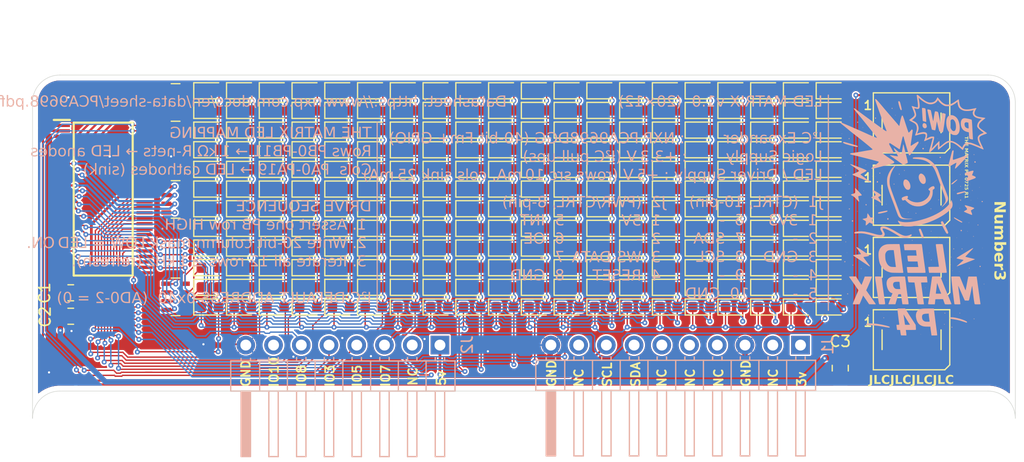
<source format=kicad_pcb>
(kicad_pcb (version 20241229) (generator "pcbnew") (generator_version "9.0")
  (layers (0 "F.Cu" signal) (2 "B.Cu" signal) (13 "F.Paste" user) (15 "B.Paste" user) (5 "F.SilkS" user "F.Silkscreen") (7 "B.SilkS" user "B.Silkscreen") (1 "F.Mask" user) (3 "B.Mask" user) (25 "Edge.Cuts" user))
  (net 0 "")
  (net 1 "+3.3V")
  (net 2 "PA8")
  (net 3 "+5V")
  (net 4 "I2C2.SCL")
  (net 5 "I2C2.SDA")
  (net 6 "PB6")
  (net 7 "PB8")
  (net 8 "PB7")
  (net 9 "PB11")
  (net 10 "PB10")
  (net 11 "PB9")
  (net 12 "GND")
  (net 19 "Net-(D100-K)")
  (net 20 "Net-(D1-K)")
  (net 21 "Net-(D110-K)")
  (net 22 "Net-(D111-K)")
  (net 23 "Net-(D10-K)")
  (net 24 "Net-(D108-K)")
  (net 25 "Net-(D105-K)")
  (net 26 "Net-(D107-K)")
  (net 27 "Net-(D104-K)")
  (net 28 "Net-(D101-K)")
  (net 29 "Net-(D103-K)")
  (net 30 "Net-(D102-K)")
  (net 31 "PA10")
  (net 32 "PA11")
  (net 33 "PA12")
  (net 34 "PA13")
  (net 35 "PA14")
  (net 36 "PA15")
  (net 37 "PA16")
  (net 38 "PA17")
  (net 39 "PA18")
  (net 40 "PA19")
  (net 41 "INT")
  (net 43 "PB2")
  (net 44 "PB0")
  (net 45 "PB1")
  (net 46 "PB3")
  (net 47 "PB5")
  (net 48 "PB4")
  (net 49 "RESET")
  (net 50 "OE")
  (net 51 "PA7")
  (net 54 "PA9")
  (net 60 "PA2")
  (net 61 "PA1")
  (net 62 "PA4")
  (net 63 "PA3")
  (net 64 "PA6")
  (net 65 "PA5")
  (net 66 "PA0")
  (net 68 "Net-(D241-DOUT)")
  (net 69 "DATA")
  (net 70 "Net-(D242-DOUT)")
  (net 71 "Net-(D243-DOUT)")
  (footprint "LED_SMD:LED_0603_1608Metric" (layer "F.Cu") (at 86.25 143.91)
    (property "Reference" "D118" (hide yes))
    (property "Value" "LED0603")
  )
  (footprint "LED_SMD:LED_0603_1608Metric" (layer "F.Cu") (at 74.25 138.51)
    (property "Reference" "D163" (hide yes))
    (property "Value" "LED0603")
  )
  (footprint "LED_SMD:LED_0603_1608Metric" (layer "F.Cu") (at 83.25 134.91)
    (property "Reference" "D125" (hide yes))
    (property "Value" "LED0603")
  )
  (footprint "LED_SMD:LED_0603_1608Metric" (layer "F.Cu") (at 113.25 145.71)
    (property "Reference" "D11" (hide yes))
    (property "Value" "LED0603")
  )
  (footprint "LED_SMD:LED_0603_1608Metric" (layer "F.Cu") (at 92.25 129.51)
    (property "Reference" "D86" (hide yes))
    (property "Value" "LED0603")
  )
  (footprint "LED_SMD:LED_0603_1608Metric" (layer "F.Cu") (at 98.25 147.51)
    (property "Reference" "D72" (hide yes))
    (property "Value" "LED0603")
  )
  (footprint "LED_SMD:LED_0603_1608Metric" (layer "F.Cu") (at 77.25 138.51)
    (property "Reference" "D151" (hide yes))
    (property "Value" "LED0603")
  )
  (footprint "LED_SMD:LED_0603_1608Metric" (layer "F.Cu") (at 92.25 143.91)
    (property "Reference" "D94" (hide yes))
    (property "Value" "LED0603")
  )
  (footprint "LED_SMD:LED_0603_1608Metric" (layer "F.Cu") (at 59.25 138.51)
    (property "Reference" "D223" (hide yes))
    (property "Value" "LED0603")
  )
  (footprint "LED_SMD:LED_0603_1608Metric" (layer "F.Cu") (at 68.25 127.71)
    (property "Reference" "D181" (hide yes))
    (property "Value" "LED0603")
  )
  (footprint "LED_SMD:LED_0603_1608Metric" (layer "F.Cu") (at 65.25 134.91)
    (property "Reference" "D197" (hide yes))
    (property "Value" "LED0603")
  )
  (footprint "LED_SMD:LED_0603_1608Metric" (layer "F.Cu") (at 104.25 136.71)
    (property "Reference" "D42" (hide yes))
    (property "Value" "LED0603")
  )
  (footprint "LED_SMD:LED_0603_1608Metric" (layer "F.Cu") (at 83.25 140.31)
    (property "Reference" "D128" (hide yes))
    (property "Value" "LED0603")
  )
  (footprint "LED_SMD:LED_0603_1608Metric" (layer "F.Cu") (at 95.25 131.31)
    (property "Reference" "D75" (hide yes))
    (property "Value" "LED0603")
  )
  (footprint "LED_SMD:LED_0603_1608Metric" (layer "F.Cu") (at 56.25 129.51)
    (property "Reference" "D230" (hide yes))
    (property "Value" "LED0603")
  )
  (footprint "LED_SMD:LED_0603_1608Metric" (layer "F.Cu") (at 107.25 145.71)
    (property "Reference" "D35" (hide yes))
    (property "Value" "LED0603")
  )
  (footprint "LED_SMD:LED_0603_1608Metric" (layer "F.Cu") (at 92.25 133.11)
    (property "Reference" "D88" (hide yes))
    (property "Value" "LED0603")
  )
  (footprint "LED_SMD:LED_0603_1608Metric" (layer "F.Cu") (at 113.25 140.31)
    (property "Reference" "D8" (hide yes))
    (property "Value" "LED0603")
  )
  (footprint "LED_SMD:LED_0603_1608Metric" (layer "F.Cu") (at 104.25 147.51)
    (property "Reference" "D48" (hide yes))
    (property "Value" "LED0603")
  )
  (footprint "LED_SMD:LED_0603_1608Metric" (layer "F.Cu") (at 83.25 142.11)
    (property "Reference" "D129" (hide yes))
    (property "Value" "LED0603")
  )
  (footprint "LED_SMD:LED_0603_1608Metric" (layer "F.Cu") (at 68.25 136.71)
    (property "Reference" "D186" (hide yes))
    (property "Value" "LED0603")
  )
  (footprint "LED_SMD:LED_0603_1608Metric" (layer "F.Cu") (at 59.25 147.51)
    (property "Reference" "D228" (hide yes))
    (property "Value" "LED0603")
  )
  (footprint "LED_SMD:LED_0603_1608Metric" (layer "F.Cu") (at 98.25 127.71)
    (property "Reference" "D61" (hide yes))
    (property "Value" "LED0603")
  )
  (footprint "LED_SMD:LED_0603_1608Metric" (layer "F.Cu") (at 59.25 133.11)
    (property "Reference" "D220" (hide yes))
    (property "Value" "LED0603")
  )
  (footprint "LED_SMD:LED_0603_1608Metric" (layer "F.Cu") (at 98.25 143.91)
    (property "Reference" "D70" (hide yes))
    (property "Value" "LED0603")
  )
  (footprint "LED_SMD:LED_0603_1608Metric" (layer "F.Cu") (at 86.25 134.91)
    (property "Reference" "D113" (hide yes))
    (property "Value" "LED0603")
  )
  (footprint "LED_SMD:LED_0603_1608Metric" (layer "F.Cu") (at 92.25 140.31)
    (property "Reference" "D92" (hide yes))
    (property "Value" "LED0603")
  )
  (footprint "LED_SMD:LED_0603_1608Metric" (layer "F.Cu") (at 86.25 145.71)
    (property "Reference" "D119" (hide yes))
    (property "Value" "LED0603")
  )
  (footprint "LED_SMD:LED_0603_1608Metric" (layer "F.Cu") (at 65.25 143.91)
    (property "Reference" "D202" (hide yes))
    (property "Value" "LED0603")
  )
  (footprint "LED_SMD:LED_0603_1608Metric" (layer "F.Cu") (at 107.25 129.51)
    (property "Reference" "D26" (hide yes))
    (property "Value" "LED0603")
  )
  (footprint "LED_SMD:LED_0603_1608Metric" (layer "F.Cu") (at 62.25 138.51)
    (property "Reference" "D211" (hide yes))
    (property "Value" "LED0603")
  )
  (footprint "LED_SMD:LED_0603_1608Metric" (layer "F.Cu") (at 92.25 142.11)
    (property "Reference" "D93" (hide yes))
    (property "Value" "LED0603")
  )
  (footprint "LED_SMD:LED_0603_1608Metric" (layer "F.Cu") (at 62.25 142.11)
    (property "Reference" "D213" (hide yes))
    (property "Value" "LED0603")
  )
  (footprint "LED_SMD:LED_0603_1608Metric" (layer "F.Cu") (at 95.25 143.91)
    (property "Reference" "D82" (hide yes))
    (property "Value" "LED0603")
  )
  (footprint "LED_SMD:LED_0603_1608Metric" (layer "F.Cu") (at 71.25 134.91)
    (property "Reference" "D173" (hide yes))
    (property "Value" "LED0603")
  )
  (footprint "LED_SMD:LED_0603_1608Metric" (layer "F.Cu") (at 101.25 143.91)
    (property "Reference" "D58" (hide yes))
    (property "Value" "LED0603")
  )
  (footprint "LED_SMD:LED_0603_1608Metric" (layer "F.Cu") (at 113.25 142.11)
    (property "Reference" "D9" (hide yes))
    (property "Value" "LED0603")
  )
  (footprint "LED_SMD:LED_0603_1608Metric" (layer "F.Cu") (at 77.25 134.91)
    (property "Reference" "D149" (hide yes))
    (property "Value" "LED0603")
  )
  (footprint "LED_SMD:LED_0603_1608Metric" (layer "F.Cu") (at 101.25 140.31)
    (property "Reference" "D56" (hide yes))
    (property "Value" "LED0603")
  )
  (footprint "LED_SMD:LED_0603_1608Metric" (layer "F.Cu") (at 89.25 133.11)
    (property "Reference" "D100" (hide yes))
    (property "Value" "LED0603")
  )
  (footprint "LED_SMD:LED_0603_1608Metric" (layer "F.Cu") (at 95.25 145.71)
    (property "Reference" "D83" (hide yes))
    (property "Value" "LED0603")
  )
  (footprint "LED_SMD:LED_0603_1608Metric" (layer "F.Cu") (at 95.25 140.31)
    (property "Reference" "D80" (hide yes))
    (property "Value" "LED0603")
  )
  (footprint "Capacitor_SMD:C_0805_2012Metric" (layer "F.Cu") (at 43.5 148.36)
    (property "Reference" "C2")
    (property "Value" "100nF")
  )
  (footprint "LED_SMD:LED_0603_1608Metric" (layer "F.Cu") (at 56.25 147.51)
    (property "Reference" "D240" (hide yes))
    (property "Value" "LED0603")
  )
  (footprint "LED_SMD:LED_0603_1608Metric" (layer "F.Cu") (at 98.25 140.31)
    (property "Reference" "D68" (hide yes))
    (property "Value" "LED0603")
  )
  (footprint "LED_SMD:LED_0603_1608Metric" (layer "F.Cu") (at 95.25 129.51)
    (property "Reference" "D74" (hide yes))
    (property "Value" "LED0603")
  )
  (footprint "LED_SMD:LED_0603_1608Metric" (layer "F.Cu") (at 65.25 127.71)
    (property "Reference" "D193" (hide yes))
    (property "Value" "LED0603")
  )
  (footprint "LED_SMD:LED_0603_1608Metric" (layer "F.Cu") (at 110.25 147.51)
    (property "Reference" "D24" (hide yes))
    (property "Value" "LED0603")
  )
  (footprint "LED_SMD:LED_0603_1608Metric" (layer "F.Cu") (at 65.25 142.11)
    (property "Reference" "D201" (hide yes))
    (property "Value" "LED0603")
  )
  (footprint "Capacitor_SMD:C_0805_2012Metric" (layer "F.Cu") (at 43.5 146.21)
    (property "Reference" "C1")
    (property "Value" "10uF")
  )
  (footprint "LED_SMD:LED_0603_1608Metric" (layer "F.Cu") (at 56.25 143.91)
    (property "Reference" "D238" (hide yes))
    (property "Value" "LED0603")
  )
  (footprint "LED_SMD:LED_0603_1608Metric" (layer "F.Cu") (at 89.25 129.51)
    (property "Reference" "D98" (hide yes))
    (property "Value" "LED0603")
  )
  (footprint "PCA9698DGG:SOP50P810X120-56N" (layer "F.Cu") (at 46.472155 137.6303)
    (property "Reference" "IC1" (hide yes))
    (property "Value" "PCA9698DGG" (hide yes))
  )
  (footprint "LED_SMD:LED_0603_1608Metric" (layer "F.Cu") (at 89.25 138.51)
    (property "Reference" "D103" (hide yes))
    (property "Value" "LED0603")
  )
  (footprint "LED_SMD:LED_0603_1608Metric" (layer "F.Cu") (at 71.25 145.71)
    (property "Reference" "D179" (hide yes))
    (property "Value" "LED0603")
  )
  (footprint "LED_SMD:LED_0603_1608Metric" (layer "F.Cu") (at 107.25 143.91)
    (property "Reference" "D34" (hide yes))
    (property "Value" "LED0603")
  )
  (footprint "LED_SMD:LED_0603_1608Metric" (layer "F.Cu") (at 89.25 143.91)
    (property "Reference" "D106" (hide yes))
    (property "Value" "LED0603")
  )
  (footprint "LED_SMD:LED_0603_1608Metric" (layer "F.Cu") (at 107.25 134.91)
    (property "Reference" "D29" (hide yes))
    (property "Value" "LED0603")
  )
  (footprint "LED_SMD:LED_0603_1608Metric" (layer "F.Cu") (at 95.25 134.91)
    (property "Reference" "D77" (hide yes))
    (property "Value" "LED0603")
  )
  (footprint "LED_SMD:LED_0603_1608Metric" (layer "F.Cu") (at 80.25 136.71)
    (property "Reference" "D138" (hide yes))
    (property "Value" "LED0603")
  )
  (footprint "LED_SMD:LED_0603_1608Metric" (layer "F.Cu") (at 89.25 147.51)
    (property "Reference" "D108" (hide yes))
    (property "Value" "LED0603")
  )
  (footprint "JDJ_LOGO_LIB:JDJELECTRONICS_2023_INVERTED_LOGO" (layer "F.Cu") (at 124.92 131.11 -90)
    (property "Reference" "REF**" (hide yes))
    (property "Value" "JDJELECTRONICS_2023_INVERTED_LOGO")
  )
  (footprint "LED_SMD:LED_0603_1608Metric" (layer "F.Cu") (at 101.25 147.51)
    (property "Reference" "D60" (hide yes))
    (property "Value" "LED0603")
  )
  (footprint "LED_SMD:LED_0603_1608Metric" (layer "F.Cu") (at 89.25 142.11)
    (property "Reference" "D105" (hide yes))
    (property "Value" "LED0603")
  )
  (footprint "LED_SMD:LED_0603_1608Metric" (layer "F.Cu") (at 83.25 133.11)
    (property "Reference" "D124" (hide yes))
    (property "Value" "LED0603")
  )
  (footprint "LED_SMD:LED_0603_1608Metric" (layer "F.Cu") (at 113.25 133.11)
    (property "Reference" "D4" (hide yes))
    (property "Value" "LED0603")
  )
  (footprint "LED_SMD:LED_0603_1608Metric" (layer "F.Cu") (at 80.25 143.91)
    (property "Reference" "D142" (hide yes))
    (property "Value" "LED0603")
  )
  (footprint "LED_SMD:LED_0603_1608Metric" (layer "F.Cu") (at 65.25 136.71)
    (property "Reference" "D198" (hide yes))
    (property "Value" "LED0603")
  )
  (footprint "Resistor_SMD:R_Array_Concave_4x0603" (layer "F.Cu") (at 53.1 146.5803 180)
    (property "Reference" "RN2" (hide yes))
    (property "Value" "1k")
  )
  (footprint "LED_SMD:LED_0603_1608Metric" (layer "F.Cu") (at 98.25 129.51)
    (property "Reference" "D62" (hide yes))
    (property "Value" "LED0603")
  )
  (footprint "LED_SMD:LED_0603_1608Metric" (layer "F.Cu") (at 86.25 142.11)
    (property "Reference" "D117" (hide yes))
    (property "Value" "LED0603")
  )
  (footprint "LED_SMD:LED_0603_1608Metric" (layer "F.Cu") (at 107.25 138.51)
    (property "Reference" "D31" (hide yes))
    (property "Value" "LED0603")
  )
  (footprint "LED_SMD:LED_0603_1608Metric" (layer "F.Cu") (at 77.25 131.31)
    (property "Reference" "D147" (hide yes))
    (property "Value" "LED0603")
  )
  (footprint "LED_SMD:LED_0603_1608Metric" (layer "F.Cu") (at 107.25 147.51)
    (property "Reference" "D36" (hide yes))
    (property "Value" "LED0603")
  )
  (footprint "LED_SMD:LED_0603_1608Metric" (layer "F.Cu") (at 113.25 129.51)
    (property "Reference" "D2" (hide yes))
    (property "Value" "LED0603")
  )
  (footprint "LED_SMD:LED_0603_1608Metric" (layer "F.Cu") (at 74.25 133.11)
    (property "Reference" "D160" (hide yes))
    (property "Value" "LED0603")
  )
  (footprint "LED_SMD:LED_0603_1608Metric" (layer "F.Cu") (at 80.25 147.51)
    (property "Reference" "D144" (hide yes))
    (property "Value" "LED0603")
  )
  (footprint "LED_SMD:LED_0603_1608Metric" (layer "F.Cu") (at 110.25 129.51)
    (property "Reference" "D14" (hide yes))
    (property "Value" "LED0603")
  )
  (footprint "LED_SMD:LED_0603_1608Metric" (layer "F.Cu") (at 68.25 134.91)
    (property "Reference" "D185" (hide yes))
    (property "Value" "LED0603")
  )
  (footprint "LED_SMD:LED_0603_1608Metric" (layer "F.Cu") (at 95.25 127.71)
    (property "Reference" "D73" (hide yes))
    (property "Value" "LED0603")
  )
  (footprint "LED_SMD:LED_0603_1608Metric" (layer "F.Cu") (at 80.25 140.31)
    (property "Reference" "D140" (hide yes))
    (property "Value" "LED0603")
  )
  (footprint "LED_SMD:LED_0603_1608Metric" (layer "F.Cu") (at 86.25 127.71)
    (property "Reference" "D109" (hide yes))
    (property "Value" "LED0603")
  )
  (footprint "LED_SMD:LED_0603_1608Metric" (layer "F.Cu") (at 86.25 133.11)
    (property "Reference" "D112" (hide yes))
    (property "Value" "LED0603")
  )
  (footprint "LED_SMD:LED_0603_1608Metric" (layer "F.Cu") (at 92.25 131.31)
    (property "Reference" "D87" (hide yes))
    (property "Value" "LED0603")
  )
  (footprint "LED_SMD:LED_0603_1608Metric" (layer "F.Cu") (at 80.25 138.51)
    (property "Reference" "D139" (hide yes))
    (property "Value" "LED0603")
  )
  (footprint "LED_SMD:LED_0603_1608Metric" (layer "F.Cu") (at 101.25 133.11)
    (property "Reference" "D52" (hide yes))
    (property "Value" "LED0603")
  )
  (footprint "LED_SMD:LED_0603_1608Metric" (layer "F.Cu") (at 107.25 131.31)
    (property "Reference" "D27" (hide yes))
    (property "Value" "LED0603")
  )
  (footprint "LED_SMD:LED_0603_1608Metric" (layer "F.Cu") (at 83.25 127.71)
    (property "Reference" "D121" (hide yes))
    (property "Value" "LED0603")
  )
  (footprint "LED_SMD:LED_0603_1608Metric" (layer "F.Cu") (at 68.25 142.11)
    (property "Reference" "D189" (hide yes))
    (property "Value" "LED0603")
  )
  (footprint "LED_SMD:LED_0603_1608Metric" (layer "F.Cu") (at 80.25 133.11)
    (property "Reference" "D136" (hide yes))
    (property "Value" "LED0603")
  )
  (footprint "LED_SMD:LED_0603_1608Metric" (layer "F.Cu") (at 95.25 147.51)
    (property "Reference" "D84" (hide yes))
    (property "Value" "LED0603")
  )
  (footprint "LED_SMD:LED_0603_1608Metric" (layer "F.Cu") (at 98.25 145.71)
    (property "Reference" "D71" (hide yes))
    (property "Value" "LED0603")
  )
  (footprint "LED_SMD:LED_0603_1608Metric" (layer "F.Cu") (at 77.25 136.71)
    (property "Reference" "D150" (hide yes))
    (property "Value" "LED0603")
  )
  (footprint "LED_SMD:LED_0603_1608Metric" (layer "F.Cu") (at 113.25 134.91)
    (property "Reference" "D5" (hide yes))
    (property "Value" "LED0603")
  )
  (footprint "LED_SMD:LED_0603_1608Metric" (layer "F.Cu") (at 92.25 145.71)
    (property "Reference" "D95" (hide yes))
    (property "Value" "LED0603")
  )
  (footprint "LED_SMD:LED_0603_1608Metric" (layer "F.Cu") (at 83.25 145.71)
    (property "Reference" "D131" (hide yes))
    (property "Value" "LED0603")
  )
  (footprint "LED_SMD:LED_0603_1608Metric" (layer "F.Cu") (at 104.25 142.11)
    (property "Reference" "D45" (hide yes))
    (property "Value" "LED0603")
  )
  (footprint "LED_SMD:LED_0603_1608Metric" (layer "F.Cu") (at 95.25 142.11)
    (property "Reference" "D81" (hide yes))
    (property "Value" "LED0603")
  )
  (footprint "LED_SMD:LED_0603_1608Metric" (layer "F.Cu") (at 56.25 138.51)
    (property "Reference" "D235" (hide yes))
    (property "Value" "LED0603")
  )
  (footprint "LED_SMD:LED_0603_1608Metric" (layer "F.Cu") (at 107.25 136.71)
    (property "Reference" "D30" (hide yes))
    (property "Value" "LED0603")
  )
  (footprint "LED_SMD:LED_0603_1608Metric" (layer "F.Cu") (at 110.25 138.51)
    (property "Reference" "D19" (hide yes))
    (property "Value" "LED0603")
  )
  (footprint "Logo_matrix:Matrix_Logo" (layer "F.Cu") (at 120.66 139.16)
    (property "Reference" "G***" (hide yes))
    (property "Value" "LOGO" (hide yes))
  )
  (footprint "LED_SMD:LED_0603_1608Metric" (layer "F.Cu") (at 110.25 131.31)
    (property "Reference" "D15" (hide yes))
    (property "Value" "LED0603")
  )
  (footprint "LED_SMD:LED_0603_1608Metric" (layer "F.Cu") (at 56.25 131.31)
    (property "Reference" "D231" (hide yes))
    (property "Value" "LED0603")
  )
  (footprint "LED_SMD:LED_0603_1608Metric" (layer "F.Cu") (at 83.25 147.51)
    (property "Reference" "D132" (hide yes))
    (property "Value" "LED0603")
  )
  (footprint "LED_SMD:LED_0603_1608Metric" (layer "F.Cu") (at 71.25 138.51)
    (property "Reference" "D175" (hide yes))
    (property "Value" "LED0603")
  )
  (footprint "LED_SMD:LED_0603_1608Metric" (layer "F.Cu") (at 71.25 143.91)
    (property "Reference" "D178" (hide yes))
    (property "Value" "LED0603")
  )
  (footprint "LED_SMD:LED_0603_1608Metric" (layer "F.Cu") (at 62.25 131.31)
    (property "Reference" "D207" (hide yes))
    (property "Value" "LED0603")
  )
  (footprint "LED_SMD:LED_0603_1608Metric" (layer "F.Cu") (at 59.25 127.71)
    (property "Reference" "D217" (hide yes))
    (property "Value" "LED0603")
  )
  (footprint "LED_SMD:LED_0603_1608Metric" (layer "F.Cu") (at 89.25 145.71)
    (property "Reference" "D107" (hide yes))
    (property "Value" "LED0603")
  )
  (footprint "LED_SMD:LED_0603_1608Metric" (layer "F.Cu") (at 56.25 142.11)
    (property "Reference" "D237" (hide yes))
    (property "Value" "LED0603")
  )
  (footprint "LED_SMD:LED_0603_1608Metric" (layer "F.Cu") (at 110.25 143.91)
    (property "Reference" "D22" (hide yes))
    (property "Value" "LED0603")
  )
  (footprint "LED_SMD:LED_0603_1608Metric" (layer "F.Cu") (at 89.25 131.31)
    (property "Reference" "D99" (hide yes))
    (property "Value" "LED0603")
  )
  (footprint "LED_SMD:LED_0603_1608Metric" (layer "F.Cu") (at 80.25 134.91)
    (property "Reference" "D137" (hide yes))
    (property "Value" "LED0603")
  )
  (footprint "LED_SMD:LED_0603_1608Metric" (layer "F.Cu") (at 113.25 143.91)
    (property "Reference" "D10" (hide yes))
    (property "Value" "LED0603")
  )
  (footprint "LED_SMD:LED_0603_1608Metric" (layer "F.Cu") (at 101.25 134.91)
    (property "Reference" "D53" (hide yes))
    (property "Value" "LED0603")
  )
  (footprint "LED_SMD:LED_0603_1608Metric" (layer "F.Cu") (at 98.25 131.31)
    (property "Reference" "D63" (hide yes))
    (property "Value" "LED0603")
  )
  (footprint "LED_SMD:LED_0603_1608Metric" (layer "F.Cu") (at 59.25 131.31)
    (property "Reference" "D219" (hide yes))
    (property "Value" "LED0603")
  )
  (footprint "LED_SMD:LED_0603_1608Metric" (layer "F.Cu") (at 74.25 129.51)
    (property "Reference" "D158" (hide yes))
    (property "Value" "LED0603")
  )
  (footprint "LED_SMD:LED_0603_1608Metric" (layer "F.Cu") (at 104.25 133.11)
    (property "Reference" "D40" (hide yes))
    (property "Value" "LED0603")
  )
  (footprint "LED_SMD:LED_0603_1608Metric" (layer "F.Cu") (at 59.25 134.91)
    (property "Reference" "D221" (hide yes))
    (property "Value" "LED0603")
  )
  (footprint "LED_SMD:LED_0603_1608Metric" (layer "F.Cu") (at 65.25 133.11)
    (property "Reference" "D196" (hide yes))
    (property "Value" "LED0603")
  )
  (footprint "LED_SMD:LED_0603_1608Metric" (layer "F.Cu") (at 86.25 147.51)
    (property "Reference" "D120" (hide yes))
    (property "Value" "LED0603")
  )
  (footprint "LED_SMD:LED_0603_1608Metric" (layer "F.Cu") (at 59.25 143.91)
    (property "Reference" "D226" (hide yes))
    (property "Value" "LED0603")
  )
  (footprint "LED_SMD:LED_0603_1608Metric" (layer "F.Cu") (at 80.25 129.51)
    (property "Reference" "D134" (hide yes))
    (property "Value" "LED0603")
  )
  (footprint "LED_SMD:LED_0603_1608Metric" (layer "F.Cu") (at 101.25 138.51)
    (property "Reference" "D55" (hide yes))
    (property "Value" "LED0603")
  )
  (footprint "LED_SMD:LED_0603_1608Metric" (layer "F.Cu") (at 86.25 129.51)
    (property "Reference" "D110" (hide yes))
    (property "Value" "LED0603")
  )
  (footprint "LED_SMD:LED_0603_1608Metric" (layer "F.Cu") (at 83.25 143.91)
    (property "Reference" "D130" (hide yes))
    (property "Value" "LED0603")
  )
  (footprint "LED_SMD:LED_0603_1608Metric" (layer "F.Cu") (at 62.25 143.91)
    (property "Reference" "D214" (hide yes))
    (property "Value" "LED0603")
  )
  (footprint "LED_SMD:LED_0603_1608Metric" (layer "F.Cu") (at 56.25 133.11)
    (property "Reference" "D232" (hide yes))
    (property "Value" "LED0603")
  )
  (footprint "LED_SMD:LED_0603_1608Metric" (layer "F.Cu") (at 101.25 131.31)
    (property "Reference" "D51" (hide yes))
    (property "Value" "LED0603")
  )
  (footprint "LED_SMD:LED_0603_1608Metric" (layer "F.Cu") (at 83.25 136.71)
    (property "Reference" "D126" (hide yes))
    (property "Value" "LED0603")
  )
  (footprint "LED_SMD:LED_0603_1608Metric" (layer "F.Cu") (at 104.25 143.91)
    (property "Reference" "D46" (hide yes))
    (property "Value" "LED0603")
  )
  (footprint "LED_SMD:LED_0603_1608Metric" (layer "F.Cu") (at 113.25 136.71)
    (property "Reference" "D6" (hide yes))
    (property "Value" "LED0603")
  )
  (footprint "LED_SMD:LED_0603_1608Metric" (layer "F.Cu") (at 104.25 138.51)
    (property "Reference" "D43" (hide yes))
    (property "Value" "LED0603")
  )
  (footprint "LED_SMD:LED_0603_1608Metric" (layer "F.Cu") (at 56.25 127.71)
    (property "Reference" "D229" (hide yes))
    (property "Value" "LED0603")
  )
  (footprint "LED_SMD:LED_0603_1608Metric" (layer "F.Cu") (at 71.25 136.71)
    (property "Reference" "D174" (hide yes))
    (property "Value" "LED0603")
  )
  (footprint "LED_SMD:LED_0603_1608Metric" (layer "F.Cu") (at 110.25 127.71)
    (property "Reference" "D13" (hide yes))
    (property "Value" "LED0603")
  )
  (footprint "LED_SMD:LED_0603_1608Metric" (layer "F.Cu") (at 68.25 133.11)
    (property "Reference" "D184" (hide yes))
    (property "Value" "LED0603")
  )
  (footprint "LED_SMD:LED_0603_1608Metric" (layer "F.Cu") (at 92.25 138.51)
    (property "Reference" "D91" (hide yes))
    (property "Value" "LED0603")
  )
  (footprint "LED_SMD:LED_0603_1608Metric" (layer "F.Cu") (at 101.25 136.71)
    (property "Reference" "D54" (hide yes))
    (property "Value" "LED0603")
  )
  (footprint "LED_SMD:LED_0603_1608Metric" (layer "F.Cu") (at 68.25 145.71)
    (property "Reference" "D191" (hide yes))
    (property "Value" "LED0603")
  )
  (footprint "LED_SMD:LED_0603_1608Metric" (layer "F.Cu") (at 74.25 143.91)
    (property "Reference" "D166" (hide yes))
    (property "Value" "LED0603")
  )
  (footprint "LED_SMD:LED_0603_1608Metric" (layer "F.Cu") (at 92.25 127.71)
    (property "Reference" "D85" (hide yes))
    (property "Value" "LED0603")
  )
  (footprint "LED_SMD:LED_0603_1608Metric" (layer "F.Cu") (at 107.25 133.11)
    (property "Reference" "D28" (hide yes))
    (property "Value" "LED0603")
  )
  (footprint "LED_SMD:LED_0603_1608Metric" (layer "F.Cu") (at 71.25 147.51)
    (property "Reference" "D180" (hide yes))
    (property "Value" "LED0603")
  )
  (footprint "LED_SMD:LED_0603_1608Metric" (layer "F.Cu") (at 113.25 131.31)
    (property "Reference" "D3" (hide yes))
    (property "Value" "LED0603")
  )
  (footprint "LED_SMD:LED_0603_1608Metric" (layer "F.Cu") (at 104.25 131.31)
    (property "Reference" "D39" (hide yes))
    (property "Value" "LED0603")
  )
  (footprint "LED_SMD:LED_0603_1608Metric" (layer "F.Cu") (at 62.25 140.31)
    (property "Reference" "D212" (hide yes))
    (property "Value" "LED0603")
  )
  (footprint "LED_SMD:LED_0603_1608Metric" (layer "F.Cu") (at 56.25 136.71)
    (property "Reference" "D234" (hide yes))
    (property "Value" "LED0603")
  )
  (footprint "LED_SMD:LED_0603_1608Metric" (layer "F.Cu") (at 89.25 136.71)
    (property "Reference" "D102" (hide yes))
    (property "Value" "LED0603")
  )
  (footprint "LED_SMD:LED_0603_1608Metric" (layer "F.Cu") (at 74.25 134.91)
    (property "Reference" "D161" (hide yes))
    (property "Value" "LED0603")
  )
  (footprint "LED_SMD:LED_0603_1608Metric" (layer "F.Cu") (at 98.25 134.91)
    (property "Reference" "D65" (hide yes))
    (property "Value" "LED0603")
  )
  (footprint "LED_SMD:LED_0603_1608Metric" (layer "F.Cu") (at 59.25 136.71)
    (property "Reference" "D222" (hide yes))
    (property "Value" "LED0603")
  )
  (footprint "LED_SMD:LED_0603_1608Metric" (layer "F.Cu") (at 110.25 142.11)
    (property "Reference" "D21" (hide yes))
    (property "Value" "LED0603")
  )
  (footprint "Resistor_SMD:R_Array_Concave_4x0603" (layer "F.Cu") (at 53.1 137.66 180)
    (property "Reference" "RN3" (hide yes))
    (property "Value" "1k")
  )
  (footprint "LED_SMD:LED_0603_1608Metric" (layer "F.Cu") (at 56.25 145.71)
    (property "Reference" "D239" (hide yes))
    (property "Value" "LED0603")
  )
  (footprint "LED_SMD:LED_0603_1608Metric" (layer "F.Cu") (at 59.25 142.11)
    (property "Reference" "D225" (hide yes))
    (property "Value" "LED0603")
  )
  (footprint "LED_SMD:LED_0603_1608Metric" (layer "F.Cu") (at 68.25 131.31)
    (property "Reference" "D183" (hide yes))
    (property "Value" "LED0603")
  )
  (footprint "LED_SMD:LED_0603_1608Metric" (layer "F.Cu") (at 56.25 134.91)
    (property "Reference" "D233" (hide yes))
    (property "Value" "LED0603")
  )
  (footprint "LED_SMD:LED_0603_1608Metric" (layer "F.Cu") (at 71.25 140.31)
    (property "Reference" "D176" (hide yes))
    (property "Value" "LED0603")
  )
  (footprint "LED_SMD:LED_0603_1608Metric" (layer "F.Cu") (at 77.25 129.51)
    (property "Reference" "D146" (hide yes))
    (property "Value" "LED0603")
  )
  (footprint "LED_SMD:LED_0603_1608Metric" (layer "F.Cu") (at 86.25 138.51)
    (property "Reference" "D115" (hide yes))
    (property "Value" "LED0603")
  )
  (footprint "LED_SMD:LED_0603_1608Metric" (layer "F.Cu") (at 68.25 140.31)
    (property "Reference" "D188" (hide yes))
    (property "Value" "LED0603")
  )
  (footprint "LED_SMD:LED_0603_1608Metric" (layer "F.Cu") (at 62.25 136.71)
    (property "Reference" "D210" (hide yes))
    (property "Value" "LED0603")
  )
  (footprint "LED_SMD:LED_0603_1608Metric" (layer "F.Cu") (at 113.25 138.51)
    (property "Reference" "D7" (hide yes))
    (property "Value" "LED0603")
  )
  (footprint "LED_SMD:LED_0603_1608Metric" (layer "F.Cu") (at 98.25 138.51)
    (property "Reference" "D67" (hide yes))
    (property "Value" "LED0603")
  )
  (footprint "LED_SMD:LED_0603_1608Metric" (layer "F.Cu") (at 80.25 142.11)
    (property "Reference" "D141" (hide yes))
    (property "Value" "LED0603")
  )
  (footprint "LED_SMD:LED_0603_1608Metric" (layer "F.Cu") (at 110.25 134.91)
    (property "Reference" "D17" (hide yes))
    (property "Value" "LED0603")
  )
  (footprint "LED_SMD:LED_0603_1608Metric" (layer "F.Cu") (at 62.25 134.91)
    (property "Reference" "D209" (hide yes))
    (property "Value" "LED0603")
  )
  (footprint "LED_SMD:LED_0603_1608Metric" (layer "F.Cu") (at 68.25 138.51)
    (property "Reference" "D187" (hide yes))
    (property "Value" "LED0603")
  )
  (footprint "LED_SMD:LED_0603_1608Metric" (layer "F.Cu") (at 89.25 134.91)
    (property "Reference" "D101" (hide yes))
    (property "Value" "LED0603")
  )
  (footprint "LED_SMD:LED_0603_1608Metric" (layer "F.Cu") (at 107.25 127.71)
    (property "Reference" "D25" (hide yes))
    (property "Value" "LED0603")
  )
  (footprint "Capacitor_SMD:C_0805_2012Metric" (layer "F.Cu") (at 113.97 153.11 -90)
    (property "Reference" "C3")
    (property "Value" "100nF")
  )
  (footprint "LED_SMD:LED_0603_1608Metric" (layer "F.Cu") (at 98.25 142.11)
    (property "Reference" "D69" (hide yes))
    (property "Value" "LED0603")
  )
  (footprint "LED_SMD:LED_0603_1608Metric" (layer "F.Cu") (at 56.25 140.31)
    (property "Reference" "D236" (hide yes))
    (property "Value" "LED0603")
  )
  (footprint "LED_SMD:LED_0603_1608Metric" (layer "F.Cu") (at 62.25 127.71)
    (property "Reference" "D205" (hide yes))
    (property "Value" "LED0603")
  )
  (footprint "LED_SMD:LED_0603_1608Metric" (layer "F.Cu") (at 110.25 145.71)
    (property "Reference" "D23" (hide yes))
    (property "Value" "LED0603")
  )
  (footprint "Connector_PinHeader_2.54mm:PinHeader_1x10_P2.54mm_Horizontal" (layer "F.Cu") (at 98.9 155.21 -90)
    (property "Reference" "J1")
    (property "Value" "Conn_01x10_Pin" (hide yes))
  )
  (footprint "LED_SMD:LED_0603_1608Metric" (layer "F.Cu") (at 62.25 147.51)
    (property "Reference" "D216" (hide yes))
    (property "Value" "LED0603")
  )
  (footprint "LED_SMD:LED_0603_1608Metric" (layer "F.Cu") (at 65.25 138.51)
    (property "Reference" "D199" (hide yes))
    (property "Value" "LED0603")
  )
  (footprint "LED_SMD:LED_0603_1608Metric" (layer "F.Cu") (at 65.25 131.31)
    (property "Reference" "D195" (hide yes))
    (property "Value" "LED0603")
  )
  (footprint "LED_SMD:LED_0603_1608Metric" (layer "F.Cu") (at 110.25 140.31)
    (property "Reference" "D20" (hide yes))
    (property "Value" "LED0603")
  )
  (footprint "LED_SMD:LED_0603_1608Metric" (layer "F.Cu") (at 74.25 142.11)
    (property "Reference" "D165" (hide yes))
    (property "Value" "LED0603")
  )
  (footprint "LED_SMD:LED_WS2812B_PLCC4_5.0x5.0mm_P3.2mm" (layer "F.Cu") (at 120.5 150.51)
    (property "Reference" "D244" (hide yes))
    (property "Value" "WS2812B")
  )
  (footprint "LED_SMD:LED_0603_1608Metric" (layer "F.Cu") (at 113.25 127.71)
    (property "Reference" "D1" (hide yes))
    (property "Value" "LED0603")
  )
  (footprint "LED_SMD:LED_0603_1608Metric" (layer "F.Cu") (at 110.25 136.71)
    (property "Reference" "D18" (hide yes))
    (property "Value" "LED0603")
  )
  (footprint "Connector_PinHeader_2.54mm:PinHeader_1x08_P2.54mm_Horizontal" (layer "F.Cu") (at 68.42 155.21 -90)
    (property "Reference" "J2")
    (property "Value" "Conn_01x08_Pin")
  )
  (footprint "LED_SMD:LED_0603_1608Metric" (layer "F.Cu") (at 98.25 133.11)
    (property "Reference" "D64" (hide yes))
    (property "Value" "LED0603")
  )
  (footprint "LED_SMD:LED_0603_1608Metric" (layer "F.Cu") (at 83.25 138.51)
    (property "Reference" "D127" (hide yes))
    (property "Value" "LED0603")
  )
  (footprint "LED_SMD:LED_0603_1608Metric" (layer "F.Cu") (at 92.25 147.51)
    (property "Reference" "D96" (hide yes))
    (property "Value" "LED0603")
  )
  (footprint "LED_SMD:LED_0603_1608Metric" (layer "F.Cu") (at 68.25 143.91)
    (property "Reference" "D190" (hide yes))
    (property "Value" "LED0603")
  )
  (footprint "LED_SMD:LED_0603_1608Metric" (layer "F.Cu") (at 101.25 145.71)
    (property "Reference" "D59" (hide yes))
    (property "Value" "LED0603")
  )
  (footprint "LED_SMD:LED_0603_1608Metric" (layer "F.Cu") (at 104.25 134.91)
    (property "Reference" "D41" (hide yes))
    (property "Value" "LED0603")
  )
  (footprint "LED_SMD:LED_0603_1608Metric" (layer "F.Cu") (at 107.25 140.31)
    (property "Reference" "D32" (hide yes))
    (property "Value" "LED0603")
  )
  (footprint "LED_SMD:LED_0603_1608Metric" (layer "F.Cu") (at 59.25 129.51)
    (property "Reference" "D218" (hide yes))
    (property "Value" "LED0603")
  )
  (footprint "LED_SMD:LED_0603_1608Metric" (layer "F.Cu") (at 86.25 131.31)
    (property "Reference" "D111" (hide yes))
    (property "Value" "LED0603")
  )
  (footprint "LED_SMD:LED_0603_1608Metric" (layer "F.Cu") (at 59.25 140.31)
    (property "Reference" "D224" (hide yes))
    (property "Value" "LED0603")
  )
  (footprint "LED_SMD:LED_0603_1608Metric" (layer "F.Cu") (at 110.25 133.11)
    (property "Reference" "D16" (hide yes))
    (property "Value" "LED0603")
  )
  (footprint "LED_SMD:LED_0603_1608Metric" (layer "F.Cu") (at 95.25 138.51)
    (property "Reference" "D79" (hide yes))
    (property "Value" "LED0603")
  )
  (footprint "LED_SMD:LED_0603_1608Metric" (layer "F.Cu") (at 71.25 133.11)
    (property "Reference" "D172" (hide yes))
    (property "Value" "LED0603")
  )
  (footprint "LED_SMD:LED_0603_1608Metric" (layer "F.Cu") (at 65.25 129.51)
    (property "Reference" "D194" (hide yes))
    (property "Value" "LED0603")
  )
  (footprint "LED_SMD:LED_0603_1608Metric" (layer "F.Cu") (at 104.25 140.31)
    (property "Reference" "D44" (hide yes))
    (property "Value" "LED0603")
  )
  (footprint "LED_SMD:LED_0603_1608Metric" (layer "F.Cu") (at 74.25 127.71)
    (property "Reference" "D157" (hide yes))
    (property "Value" "LED0603")
  )
  (footprint "LED_SMD:LED_0603_1608Metric" (layer "F.Cu") (at 71.25 131.31)
    (property "Reference" "D171" (hide yes))
    (property "Value" "LED0603")
  )
  (footprint "LED_SMD:LED_0603_1608Metric" (layer "F.Cu") (at 89.25 140.31)
    (property "Reference" "D104" (hide yes))
    (property "Value" "LED0603")
  )
  (footprint "LED_SMD:LED_0603_1608Metric" (layer "F.Cu") (at 80.25 145.71)
    (property "Reference" "D143" (hide yes))
    (property "Value" "LED0603")
  )
  (footprint "LED_SMD:LED_0603_1608Metric" (layer "F.Cu") (at 104.25 127.71)
    (property "Reference" "D37" (hide yes))
    (property "Value" "LED0603")
  )
  (footprint "LED_SMD:LED_WS2812B_PLCC4_5.0x5.0mm_P3.2mm" (layer "F.Cu") (at 120.5 130.65)
    (property "Reference" "D241" (hide yes))
    (property "Value" "WS2812B")
  )
  (footprint "LED_SMD:LED_0603_1608Metric" (layer "F.Cu") (at 95.25 136.71)
    (property "Reference" "D78" (hide yes))
    (property "Value" "LED0603")
  )
  (footprint "LED_SMD:LED_0603_1608Metric" (layer "F.Cu") (at 77.25 127.71)
    (property "Reference" "D145" (hide yes))
    (property "Value" "LED0603")
  )
  (footprint "LED_SMD:LED_0603_1608Metric" (layer "F.Cu") (at 101.25 129.51)
    (property "Reference" "D50" (hide yes))
    (property "Value" "LED0603")
  )
  (footprint "LED_SMD:LED_0603_1608Metric" (layer "F.Cu") (at 101.25 142.11)
    (property "Reference" "D57" (hide yes))
    (property "Value" "LED0603")
  )
  (footprint "LED_SMD:LED_0603_1608Metric" (layer "F.Cu") (at 71.25 127.71)
    (property "Reference" "D169" (hide yes))
    (property "Value" "LED0603")
  )
  (footprint "LED_SMD:LED_0603_1608Metric" (layer "F.Cu") (at 62.25 133.11)
    (property "Reference" "D208" (hide yes))
    (property "Value" "LED0603")
  )
  (footprint "LED_SMD:LED_0603_1608Metric" (layer "F.Cu") (at 77.25 142.11)
    (property "Reference" "D153" (hide yes))
    (property "Value" "LED0603")
  )
  (footprint "LED_SMD:LED_0603_1608Metric" (layer "F.Cu") (at 74.25 147.51)
    (property "Reference" "D168" (hide yes))
    (property "Value" "LED0603")
  )
  (footprint "LED_SMD:LED_0603_1608Metric" (layer "F.Cu") (at 92.25 134.91)
    (property "Reference" "D89" (hide yes))
    (property "Value" "LED0603")
  )
  (footprint "LED_SMD:LED_0603_1608Metric" (layer "F.Cu") (at 80.25 127.71)
    (property "Reference" "D133" (hide yes))
    (property "Value" "LED0603")
  )
  (footprint "LED_SMD:LED_0603_1608Metric" (layer "F.Cu") (at 92.25 136.71)
    (property "Reference" "D90" (hide yes))
    (property "Value" "LED0603")
  )
  (footprint "LED_SMD:LED_0603_1608Metric" (layer "F.Cu") (at 68.25 129.51)
    (property "Reference" "D182" (hide yes))
    (property "Value" "LED0603")
  )
  (footprint "LED_SMD:LED_0603_1608Metric" (layer "F.Cu") (at 74.25 145.71)
    (property "Reference" "D167" (hide yes))
    (property "Value" "LED0603")
  )
  (footprint "LED_SMD:LED_0603_1608Metric" (layer "F.Cu") (at 104.25 129.51)
    (property "Reference" "D38" (hide yes))
    (property "Value" "LED0603")
  )
  (footprint "LED_SMD:LED_WS2812B_PLCC4_5.0x5.0mm_P3.2mm" (layer "F.Cu") (at 120.5 137.27)
    (property "Reference" "D242" (hide yes))
    (property "Value" "WS2812B")
  )
  (footprint "LED_SMD:LED_0603_1608Metric" (layer "F.Cu") (at 65.25 140.31)
    (property "Reference" "D200" (hide yes))
    (property "Value" "LED0603")
  )
  (footprint "LED_SMD:LED_0603_1608Metric" (layer "F.Cu") (at 65.25 147.51)
    (property "Reference" "D204" (hide yes))
    (property "Value" "LED0603")
  )
  (footprint "LED_SMD:LED_0603_1608Metric" (layer "F.Cu") (at 71.25 142.11)
    (property "Reference" "D177" (hide yes))
    (property "Value" "LED0603")
  )
  (footprint "LED_SMD:LED_0603_1608Metric" (layer "F.Cu") (at 59.25 145.71)
    (property "Reference" "D227" (hide yes))
    (property "Value" "LED0603")
  )
  (footprint "LED_SMD:LED_0603_1608Metric" (layer "F.Cu") (at 62.25 129.51)
    (property "Reference" "D206" (hide yes))
    (property "Value" "LED0603")
  )
  (footprint "LED_SMD:LED_0603_1608Metric" (layer "F.Cu") (at 74.25 136.71)
    (property "Reference" "D162" (hide yes))
    (property "Value" "LED0603")
  )
  (footprint "LED_SMD:LED_0603_1608Metric" (layer "F.Cu") (at 77.25 147.51)
    (property "Reference" "D156" (hide yes))
    (property "Value" "LED0603")
  )
  (footprint "LED_SMD:LED_0603_1608Metric" (layer "F.Cu") (at 86.25 140.31)
    (property "Reference" "D116" (hide yes))
    (property "Value" "LED0603")
  )
  (footprint "LED_SMD:LED_0603_1608Metric" (layer "F.Cu") (at 104.25 145.71)
    (property "Reference" "D47" (hide yes))
    (property "Value" "LED0603")
  )
  (footprint "LED_SMD:LED_0603_1608Metric" (layer "F.Cu") (at 113.25 147.51)
    (property "Reference" "D12" (hide yes))
    (property "Value" "LED0603")
  )
  (footprint "LED_SMD:LED_0603_1608Metric" (layer "F.Cu") (at 65.25 145.71)
    (property "Reference" "D203" (hide yes))
    (property "Value" "LED0603")
  )
  (footprint "LED_SMD:LED_0603_1608Metric" (layer "F.Cu") (at 83.25 131.31)
    (property "Reference" "D123" (hide yes))
    (property "Value" "LED0603")
  )
  (footprint "LED_SMD:LED_0603_1608Metric" (layer "F.Cu") (at 71.25 129.51)
    (property "Reference" "D170" (hide yes))
    (property "Value" "LED0603")
  )
  (footprint "LED_SMD:LED_0603_1608Metric" (layer "F.Cu") (at 107.25 142.11)
    (property "Reference" "D33" (hide yes))
    (property "Value" "LED0603")
  )
  (footprint "LED_SMD:LED_0603_1608Metric" (layer "F.Cu") (at 83.25 129.51)
    (property "Reference" "D122" (hide yes))
    (property "Value" "LED0603")
  )
  (footprint "LED_SMD:LED_0603_1608Metric" (layer "F.Cu") (at 74.25 140.31)
    (property "Reference" "D164" (hide yes))
    (property "Value" "LED0603")
  )
  (footprint "LED_SMD:LED_0603_1608Metric" (layer "F.Cu") (at 101.25 127.71)
    (property "Reference" "D49" (hide yes))
    (property "Value" "LED0603")
  )
  (footprint "LED_SMD:LED_WS2812B_PLCC4_5.0x5.0mm_P3.2mm" (layer "F.Cu") (at 120.5 143.89)
    (property "Reference" "D243" (hide yes))
    (property "Value" "WS2812B")
  )
  (footprint "LED_SMD:LED_0603_1608Metric" (layer "F.Cu") (at 77.25 140.31)
    (property "Reference" "D152" (hide yes))
    (property "Value" "LED0603")
  )
  (footprint "LED_SMD:LED_0603_1608Metric" (layer "F.Cu") (at 77.25 143.91)
    (property "Reference" "D154" (hide yes))
    (property "Value" "LED0603")
  )
  (footprint "LED_SMD:LED_0603_1608Metric" (layer "F.Cu") (at 77.25 133.11)
    (property "Reference" "D148" (hide yes))
    (property "Value" "LED0603")
  )
  (footprint "LED_SMD:LED_0603_1608Metric" (layer "F.Cu") (at 62.25 145.71)
    (property "Reference" "D215" (hide yes))
    (property "Value" "LED0603")
  )
  (footprint "LED_SMD:LED_0603_1608Metric" (layer "F.Cu") (at 77.25 145.71)
    (property "Reference" "D155" (hide yes))
    (property "Value" "LED0603")
  )
  (footprint "Resistor_SMD:R_Array_Concave_4x0603" (layer "F.Cu") (at 53.1 128.7803 180)
    (property "Reference" "RN1" (hide yes))
    (property "Value" "1k")
  )
  (footprint "LED_SMD:LED_0603_1608Metric" (layer "F.Cu") (at 80.25 131.31)
    (property "Reference" "D135" (hide yes))
    (property "Value" "LED0603")
  )
  (footprint "LED_SMD:LED_0603_1608Metric" (layer "F.Cu") (at 98.25 136.71)
    (property "Reference" "D66" (hide yes))
    (property "Value" "LED0603")
  )
  (footprint "LED_SMD:LED_0603_1608Metric" (layer "F.Cu") (at 95.25 133.11)
    (property "Reference" "D76" (hide yes))
    (property "Value" "LED0603")
  )
  (footprint "LED_SMD:LED_0603_1608Metric" (layer "F.Cu") (at 68.25 147.51)
    (property "Reference" "D192" (hide yes))
    (property "Value" "LED0603")
  )
  (footprint "LED_SMD:LED_0603_1608Metric" (layer "F.Cu") (at 89.25 127.71)
    (property "Reference" "D97" (hide yes))
    (property "Value" "LED0603")
  )
  (footprint "LED_SMD:LED_0603_1608Metric" (layer "F.Cu") (at 86.25 136.71)
    (property "Reference" "D114" (hide yes))
    (property "Value" "LED0603")
  )
  (footprint "LED_SMD:LED_0603_1608Metric" (layer "F.Cu") (at 74.25 131.31)
    (property "Reference" "D159" (hide yes))
    (property "Value" "LED0603")
  )
  (gr_line (start 71.56 130.58) (end 71.56 147.939414) (stroke (width 0.1)) (layer "B.SilkS"))
  (gr_line (start 112.88 147.82) (end 112.88 128.104899) (stroke (width 0.1)) (layer "B.SilkS"))
  (gr_arc (start 127.5 155.21) (mid 129.267767 155.942233) (end 130 157.71) (stroke (width 0.05)) (layer "Edge.Cuts"))
  (gr_line (start 40 128.75032) (end 40 157.71) (stroke (width 0.05)) (layer "Edge.Cuts"))
  (gr_arc (start 40 128.75032) (mid 40.732865 126.995939) (end 42.490155 126.270125) (stroke (width 0.05)) (layer "Edge.Cuts"))
  (gr_line (start 42.5 155.21) (end 127.5 155.21) (stroke (width 0.05)) (layer "Edge.Cuts"))
  (gr_arc (start 127.510048 126.27) (mid 129.271182 127.004288) (end 130 128.767688) (stroke (width 0.05)) (layer "Edge.Cuts"))
  (gr_line (start 127.510048 126.270001) (end 42.49016 126.270001) (stroke (width 0.05)) (layer "Edge.Cuts"))
  (gr_line (start 130 157.71) (end 130 128.775442) (stroke (width 0.05)) (layer "Edge.Cuts"))
  (gr_arc (start 40 157.71) (mid 40.732233 155.942233) (end 42.5 155.21) (stroke (width 0.05)) (layer "Edge.Cuts"))
  (gr_text "3v" (at 110.9 154.91 90) (layer "F.SilkS") (effects (font (size 0.8 0.8) (thickness 0.16) (bold yes)) (justify left bottom)))
  (gr_text "NC" (at 98.1 154.91 90) (layer "F.SilkS") (effects (font (size 0.8 0.8) (thickness 0.16) (bold yes)) (justify left bottom)))
  (gr_text "GND" (at 105.8 154.91 90) (layer "F.SilkS") (effects (font (size 0.8 0.8) (thickness 0.16) (bold yes)) (justify left bottom)))
  (gr_text "IO10" (at 62.58 154.94 90) (layer "F.SilkS") (effects (font (size 0.8 0.8) (thickness 0.16) (bold yes)) (justify left bottom)))
  (gr_text "5v" (at 77.9 154.81 90) (layer "F.SilkS") (effects (font (size 0.8 0.8) (thickness 0.16) (bold yes)) (justify left bottom)))
  (gr_text "IO7" (at 72.8 154.91 90) (layer "F.SilkS") (effects (font (size 0.8 0.8) (thickness 0.16) (bold yes)) (justify left bottom)))
  (gr_text "NC" (at 108.3 154.91 90) (layer "F.SilkS") (effects (font (size 0.8 0.8) (thickness 0.16) (bold yes)) (justify left bottom)))
  (gr_text "THE MATRIX P4 0725 R1" (at 125.33 131.88 270) (layer "F.SilkS") (effects (font (size 0.3 0.3) (thickness 0.06) (bold yes)) (justify left bottom)))
  (gr_text "SCL\n" (at 93.1 154.91 90) (layer "F.SilkS") (effects (font (size 0.8 0.8) (thickness 0.16) (bold yes)) (justify left bottom)))
  (gr_text "SDA" (at 95.7 154.91 90) (layer "F.SilkS") (effects (font (size 0.8 0.8) (thickness 0.16) (bold yes)) (justify left bottom)))
  (gr_text "NC" (at 75.3 154.81 90) (layer "F.SilkS") (effects (font (size 0.8 0.8) (thickness 0.16) (bold yes)) (justify left bottom)))
  (gr_text "NC" (at 90.5 154.91 90) (layer "F.SilkS") (effects (font (size 0.8 0.8) (thickness 0.16) (bold yes)) (justify left bottom)))
  (gr_text "GND" (at 88 154.91 90) (layer "F.SilkS") (effects (font (size 0.8 0.8) (thickness 0.16) (bold yes)) (justify left bottom)))
  (gr_text "NC" (at 100.7 154.91 90) (layer "F.SilkS") (effects (font (size 0.8 0.8) (thickness 0.16) (bold yes)) (justify left bottom)))
  (gr_text "IO5" (at 70.2 154.91 90) (layer "F.SilkS") (effects (font (size 0.8 0.8) (thickness 0.16) (bold yes)) (justify left bottom)))
  (gr_text "IO8" (at 65.1 154.91 90) (layer "F.SilkS") (effects (font (size 0.8 0.8) (thickness 0.16) (bold yes)) (justify left bottom)))
  (gr_text "IO3" (at 67.7 154.91 90) (layer "F.SilkS") (effects (font (size 0.8 0.8) (thickness 0.16) (bold yes)) (justify left bottom)))
  (gr_text "NC" (at 103.3 154.91 90) (layer "F.SilkS") (effects (font (size 0.8 0.8) (thickness 0.16) (bold yes)) (justify left bottom)))
  (gr_text "Number3" (at 127.92 137.77 270) (layer "F.SilkS") (effects (font (size 1.016 1.016) (thickness 0.2032) (bold yes)) (justify left bottom)))
  (gr_text "JLCJLCJLCJLC" (at 120.48 154.69 0) (layer "F.SilkS") (effects (font (size 0.8 0.8) (thickness 0.1) (bold yes)) (justify bottom)))
  (gr_text "GND" (at 60 154.91 90) (layer "F.SilkS") (effects (font (size 0.8 0.8) (thickness 0.16) (bold yes)) (justify left bottom)))
  (gr_text "Datasheet: https://www.nxp.com/docs/en/data-sheet/PCA9698.pdf" (at 83.428228 129.328398 0) (layer "B.SilkS") (effects (font (size 1 1) (thickness 0.1)) (justify left bottom mirror)))
  (gr_text "\n5  INT\n6  OE\n7  -\n8  GND\n" (at 88.72 145.24 0) (layer "B.SilkS") (effects (font (size 1 1) (thickness 0.1)) (justify left bottom mirror)))
  (gr_text "THE MATRIX LED MAPPING\nRows PB0‑PB11 → 1 kΩ R‑nets → LED anodes\nCols  PA0‑PA19 → LED cathodes (sink)\n\nDRIVE SEQUENCE\n 1. Assert one PB row HIGH.\n 2. Write 20‑bit column mask LOW = LED ON.\n 3. Iterate all 12 rows ≥ 1 kHz (refresh).\n\nI²C DEFAULT ADDRESS 0x40  (AD0‑2 = 0)" (at 71.05 147.32 0) (layer "B.SilkS") (effects (font (size 1 1) (thickness 0.1)) (justify left bottom mirror)))
  (gr_text "J1  (CTRL, 10‑pin)     \n 1  3V3      \n 2  -         \n 3  GND     \n 4  -         \n 5  -        " (at 112.34 146.92 0) (layer "B.SilkS") (effects (font (size 1 1) (thickness 0.1)) (justify left bottom mirror)))
  (gr_text "LED‑MATRIX v1.0  (20×12)\n\nI²C Expander        : NXP PCA9698DGG (40‑bit Fm+ GPIO)\nLogic Supply        : +3.3 V (I²C pull‑ups)\nLED / Driver Supply : +5 V (rows src 10 mA, cols sink 25 mA)\n\n" (at 112.36 137.728398 0) (layer "B.SilkS") (effects (font (size 1 1) (thickness 0.1)) (justify left bottom mirror)))
  (gr_text "J2  (PWR/CTRL, 8‑pin)\n 1  5V        \n 2  -         \n 3  WS‑DATA   \n 4  RESET     \n" (at 97.99 145.258398 0) (layer "B.SilkS") (effects (font (size 1 1) (thickness 0.1)) (justify left bottom mirror)))
  (gr_text "\n 6  -      \n 7  SDA    \n 8  SCL    \n 9  -      \n10  GND" (at 105.64 146.91 0) (layer "B.SilkS") (effects (font (size 1 1) (thickness 0.1)) (justify left bottom mirror)))
  (segment (start 48.960155 147.5103) (end 49.597513 147.5103) (width 0.125) (layer "F.Cu") (net 2))
  (segment (start 89.042655 148.6178) (end 90.080155 147.5803) (width 0.125) (layer "F.Cu") (net 2))
  (segment (start 90.080155 147.5803) (end 90.080155 145.7803) (width 0.125) (layer "F.Cu") (net 2))
  (segment (start 90.080155 127.7803) (end 90.080155 128.6803) (width 0.125) (layer "F.Cu") (net 2))
  (segment (start 90.080155 143.0803) (end 90.080155 143.9803) (width 0.125) (layer "F.Cu") (net 2))
  (segment (start 90.080155 139.4803) (end 90.080155 140.3803) (width 0.125) (layer "F.Cu") (net 2))
  (segment (start 90.080155 134.9803) (end 90.080155 135.8803) (width 0.125) (layer "F.Cu") (net 2))
  (segment (start 90.080155 142.1803) (end 90.080155 143.0803) (width 0.125) (layer "F.Cu") (net 2))
  (segment (start 48.9597 143.3803) (end 48.820155 143.519845) (width 0.125) (layer "F.Cu") (net 2))
  (segment (start 88.750155 149.87424) (end 89.042655 149.58174) (width 0.125) (layer "F.Cu") (net 2))
  (segment (start 88.74 152.04031) (end 88.750155 152.030155) (width 0.125) (layer "F.Cu") (net 2))
  (segment (start 88.750155 152.030155) (end 88.750155 149.87424) (width 0.125) (layer "F.Cu") (net 2))
  (segment (start 49.597513 147.5103) (end 49.675847 147.431966) (width 0.125) (layer "F.Cu") (net 2))
  (segment (start 48.820155 143.519845) (end 48.820155 147.3703) (width 0.125) (layer "F.Cu") (net 2))
  (segment (start 90.080155 138.5803) (end 90.080155 139.4803) (width 0.125) (layer "F.Cu") (net 2))
  (segment (start 90.080155 131.3803) (end 90.080155 132.2803) (width 0.125) (layer "F.Cu") (net 2))
  (segment (start 90.080155 128.6803) (end 90.080155 129.5803) (width 0.125) (layer "F.Cu") (net 2))
  (segment (start 48.820155 147.3703) (end 48.960155 147.5103) (width 0.125) (layer "F.Cu") (net 2))
  (segment (start 88.74 152.07) (end 88.74 152.04031) (width 0.125) (layer "F.Cu") (net 2))
  (segment (start 50.260155 143.3803) (end 48.9597 143.3803) (width 0.125) (layer "F.Cu") (net 2))
  (segment (start 90.080155 132.2803) (end 90.080155 133.1803) (width 0.125) (layer "F.Cu") (net 2))
  (segment (start 89.042655 149.58174) (end 89.042655 148.6178) (width 0.125) (layer "F.Cu") (net 2))
  (segment (start 90.080155 135.8803) (end 90.080155 136.7803) (width 0.125) (layer "F.Cu") (net 2))
  (via (at 90.080155 132.22) (size 0.45) (drill 0.25) (layers "F.Cu" "B.Cu") (net 2))
  (via (at 90.080155 139.42) (size 0.45) (drill 0.25) (layers "F.Cu" "B.Cu") (net 2))
  (via (at 90.080155 146.6) (size 0.45) (drill 0.25) (layers "F.Cu" "B.Cu") (net 2))
  (via (at 90.080155 135.8) (size 0.45) (drill 0.25) (layers "F.Cu" "B.Cu") (net 2))
  (via (at 90.080155 128.62) (size 0.45) (drill 0.25) (layers "F.Cu" "B.Cu") (net 2))
  (via (at 49.675847 147.431966) (size 0.45) (drill 0.2) (layers "F.Cu" "B.Cu") (net 2))
  (via (at 90.09 143.01) (size 0.45) (drill 0.25) (layers "F.Cu" "B.Cu") (net 2))
  (via (at 88.74 152.07) (size 0.45) (drill 0.2) (layers "F.Cu" "B.Cu") (net 2))
  (segment (start 78.598417 152.1829) (end 78.771317 152.01) (width 0.125) (layer "B.Cu") (net 2))
  (segment (start 55.188507 152.508652) (end 75.326478 152.508652) (width 0.125) (layer "B.Cu") (net 2))
  (segment (start 78.187432 152.1829) (end 78.598417 152.1829) (width 0.125) (layer "B.Cu") (net 2))
  (segment (start 90.080155 146.6803) (end 90.080155 128.6803) (width 0.125) (layer "B.Cu") (net 2))
  (segment (start 50.111821 147.431966) (end 55.188507 152.508652) (width 0.125) (layer "B.Cu") (net 2))
  (segment (start 75.326478 152.508652) (end 75.76923 152.0659) (width 0.125) (layer "B.Cu") (net 2))
  (segment (start 84.323044 152.01) (end 84.538444 152.2254) (width 0.125) (layer "B.Cu") (net 2))
  (segment (start 49.675847 147.431966) (end 50.111821 147.431966) (width 0.125) (layer "B.Cu") (net 2))
  (segment (start 78.070432 152.0659) (end 78.187432 152.1829) (width 0.125) (layer "B.Cu") (net 2))
  (segment (start 84.538444 152.2254) (end 85.646873 152.2254) (width 0.125) (layer "B.Cu") (net 2))
  (segment (start 86.173627 152.0659) (end 87.911511 152.0659) (width 0.125) (layer "B.Cu") (net 2))
  (segment (start 78.771317 152.01) (end 84.323044 152.01) (width 0.125) (layer "B.Cu") (net 2))
  (segment (start 85.646873 152.2254) (end 85.807373 152.0649) (width 0.125) (layer "B.Cu") (net 2))
  (segment (start 87.928655 152.07) (end 88.74 152.07) (width 0.125) (layer "B.Cu") (net 2))
  (segment (start 75.76923 152.0659) (end 78.070432 152.0659) (width 0.125) (layer "B.Cu") (net 2))
  (segment (start 87.918033 152.059378) (end 87.928655 152.07) (width 0.125) (layer "B.Cu") (net 2))
  (segment (start 87.911511 152.0659) (end 87.918033 152.059378) (width 0.125) (layer "B.Cu") (net 2))
  (segment (start 86.172627 152.0649) (end 86.173627 152.0659) (width 0.125) (layer "B.Cu") (net 2))
  (segment (start 85.807373 152.0649) (end 86.172627 152.0649) (width 0.125) (layer "B.Cu") (net 2))
  (segment (start 116.22 130.83) (end 118.05 129) (width 0.5) (layer "F.Cu") (net 3))
  (segment (start 116.22 135.2) (end 116.22 130.83) (width 0.5) (layer "F.Cu") (net 3))
  (segment (start 42.684155 139.3803) (end 43.749376 139.3803) (width 0.25) (layer "F.Cu") (net 3))
  (segment (start 116.22 136.04) (end 116.22 135.2) (width 0.5) (layer "F.Cu") (net 3))
  (segment (start 42.55 146.21) (end 45.385613 143.374387) (width 0.25) (layer "F.Cu") (net 3))
  (segment (start 116.22 151.29) (end 116.22 149.23) (width 0.5) (layer "F.Cu") (net 3))
  (segment (start 116.64 135.62) (end 116.22 135.2) (width 0.5) (layer "F.Cu") (net 3))
  (segment (start 113.97 152.16) (end 115.35 152.16) (width 0.5) (layer "F.Cu") (net 3))
  (segment (start 116.58 148.86) (end 116.22 149.22) (width 0.5) (layer "F.Cu") (net 3))
  (segment (start 118.05 142.24) (end 116.64 142.24) (width 0.5) (layer "F.Cu") (net 3))
  (segment (start 45.385613 139.956244) (end 45.13 139.700631) (width 0.25) (layer "F.Cu") (net 3))
  (segment (start 114.5 152.41) (end 113.9 152.41) (width 0.15) (layer "F.Cu") (net 3))
  (segment (start 43.749376 139.3803) (end 44.069707 139.700631) (width 0.25) (layer "F.Cu") (net 3))
  (segment (start 45.385613 140.2) (end 45.385613 139.956244) (width 0.25) (layer "F.Cu") (net 3))
  (segment (start 45.385613 143.374387) (end 45.385613 140.2) (width 0.25) (layer "F.Cu") (net 3))
  (segment (start 116.22 141.82) (end 116.22 136.04) (width 0.5) (layer "F.Cu") (net 3))
  (segment (start 49.4397 135.8803) (end 50.260155 135.8803) (width 0.25) (layer "F.Cu") (net 3))
  (segment (start 112.59 152.16) (end 112.535 152.215) (width 0.5) (layer "F.Cu") (net 3))
  (segment (start 116.64 135.62) (end 116.22 136.04) (width 0.5) (layer "F.Cu") (net 3))
  (segment (start 116.64 142.24) (end 116.22 141.82) (width 0.5) (layer "F.Cu") (net 3))
  (segment (start 116.58 148.86) (end 116.22 148.5) (width 0.5) (layer "F.Cu") (net 3))
  (segment (start 116.22 149.23) (end 116.22 148.5) (width 0.5) (layer "F.Cu") (net 3))
  (segment (start 116.22 149.22) (end 116.22 149.23) (width 0.5) (layer "F.Cu") (net 3))
  (segment (start 116.64 142.24) (end 116.22 142.66) (width 0.5) (layer "F.Cu") (net 3))
  (segment (start 44.069707 139.700631) (end 45.13 139.700631) (width 0.25) (layer "F.Cu") (net 3))
  (segment (start 42.55 148.36) (end 42.55 146.21) (width 0.5) (layer "F.Cu") (net 3))
  (segment (start 118.05 135.62) (end 116.64 135.62) (width 0.5) (layer "F.Cu") (net 3))
  (segment (start 45.385613 139.934387) (end 49.4397 135.8803) (width 0.25) (layer "F.Cu") (net 3))
  (segment (start 77.31 153.6816) (end 77.31 151) (width 0.25) (layer "F.Cu") (net 3))
  (segment (start 116.22 148.5) (end 116.22 142.66) (width 0.5) (layer "F.Cu") (net 3))
  (segment (start 42.55 149.66) (end 42.55 148.36) (width 0.5) (layer "F.Cu") (net 3))
  (segment (start 115.35 152.16) (end 116.22 151.29) (width 0.5) (layer "F.Cu") (net 3))
  (segment (start 113.97 152.16) (end 112.59 152.16) (width 0.5) (layer "F.Cu") (net 3))
  (segment (start 118.05 148.86) (end 116.58 148.86) (width 0.5) (layer "F.Cu") (net 3))
  (segment (start 116.22 142.66) (end 116.22 141.82) (width 0.5) (layer "F.Cu") (net 3))
  (segment (start 45.385613 139.956244) (end 45.385613 139.934387) (width 0.25) (layer "F.Cu") (net 3))
  (via (at 112.535 152.215) (size 0.45) (drill 0.2) (layers "F.Cu" "B.Cu") (net 3))
  (via (at 77.31 153.6816) (size 0.45) (drill 0.2) (layers "F.Cu" "B.Cu") (net 3))
  (via (at 42.55 149.66) (size 0.45) (drill 0.2) (layers "F.Cu" "B.Cu") (net 3))
  (segment (start 77.3 154.366552) (end 77.3 153.745355) (width 0.25) (layer "B.Cu") (net 3))
  (segment (start 77.3 154.366552) (end 46.676552 154.366552) (width 0.5) (layer "B.Cu") (net 3))
  (segment (start 112.535 152.215) (end 110.383448 154.366552) (width 0.5) (layer "B.Cu") (net 3))
  (segment (start 46.676552 154.366552) (end 42.55 150.24) (width 0.5) (layer "B.Cu") (net 3))
  (segment (start 110.383448 154.366552) (end 77.3 154.366552) (width 0.5) (layer "B.Cu") (net 3))
  (segment (start 42.55 150.24) (end 42.55 149.66) (width 0.5) (layer "B.Cu") (net 3))
  (segment (start 40.9544 150.8844) (end 44.3256 154.2556) (width 0.2) (layer "F.Cu") (net 4))
  (segment (start 44.3256 154.2556) (end 89.2944 154.2556) (width 0.2) (layer "F.Cu") (net 4))
  (segment (start 41.260155 131.3803) (end 40.9544 131.686055) (width 0.2) (layer "F.Cu") (net 4))
  (segment (start 42.684155 131.3803) (end 41.260155 131.3803) (width 0.2) (layer "F.Cu") (net 4))
  (segment (start 89.2944 154.2556) (end 92.55 151) (width 0.2) (layer "F.Cu") (net 4))
  (segment (start 40.9544 131.686055) (end 40.9544 150.8844) (width 0.2) (layer "F.Cu") (net 4))
  (segment (start 41.021155 130.8803) (end 40.601 131.300455) (width 0.2) (layer "F.Cu") (net 5))
  (segment (start 40.601 131.300455) (end 40.601 151.041) (width 0.2) (layer "F.Cu") (net 5))
  (segment (start 40.601 151.041) (end 44.169 154.609) (width 0.2) (layer "F.Cu") (net 5))
  (segment (start 42.684155 130.8803) (end 41.021155 130.8803) (width 0.2) (layer "F.Cu") (net 5))
  (segment (start 91.481 154.609) (end 95.09 151) (width 0.2) (layer "F.Cu") (net 5))
  (segment (start 44.169 154.609) (end 91.481 154.609) (width 0.2) (layer "F.Cu") (net 5))
  (segment (start 52.410155 138.0703) (end 53 138.0703) (width 0.2) (layer "F.Cu") (net 6))
  (segment (start 44.358367 135.42409) (end 44.533729 135.42409) (width 0.15) (layer "F.Cu") (net 6))
  (segment (start 42.684155 135.3803) (end 44.314577 135.3803) (width 0.125) (layer "F.Cu") (net 6))
  (segment (start 44.314577 135.3803) (end 44.358367 135.42409) (width 0.15) (layer "F.Cu") (net 6))
  (via (at 53.020002 138.0703) (size 0.45) (drill 0.2) (layers "F.Cu" "B.Cu") (net 6))
  (via (at 44.533729 135.42409) (size 0.45) (drill 0.2) (layers "F.Cu" "B.Cu") (net 6))
  (segment (start 52.5534 138.5169) (end 47.626539 138.5169) (width 0.2) (layer "B.Cu") (net 6))
  (segment (start 53 138.0703) (end 52.5534 138.5169) (width 0.2) (layer "B.Cu") (net 6))
  (segment (start 47.626539 138.5169) (end 44.533729 135.42409) (width 0.2) (layer "B.Cu") (net 6))
  (segment (start 44.572373 136.867204) (end 42.697251 136.867204) (width 0.125) (layer "F.Cu") (net 7))
  (segment (start 52.27 145.4003) (end 52.25 145.3803) (width 0.125) (layer "F.Cu") (net 7))
  (segment (start 52.25 145.3803) (end 52.400155 145.3803) (width 0.125) (layer "F.Cu") (net 7))
  (segment (start 53.120155 145.4003) (end 52.27 145.4003) (width 0.125) (layer "F.Cu") (net 7))
  (segment (start 42.697251 136.867204) (end 42.684155 136.8803) (width 0.125) (layer "F.Cu") (net 7))
  (via (at 44.572373 136.867204) (size 0.45) (drill 0.2) (layers "F.Cu" "B.Cu") (net 7))
  (via (at 53.120155 145.4003) (size 0.45) (drill 0.2) (layers "F.Cu" "B.Cu") (net 7))
  (segment (start 51.663555 139.2237) (end 53.25 140.810145) (width 0.125) (layer "B.Cu") (net 7))
  (segment (start 53.25 140.810145) (end 53.25 145.270455) (width 0.125) (layer "B.Cu") (net 7))
  (segment (start 44.977276 136.867204) (end 47.333772 139.2237) (width 0.125) (layer "B.Cu") (net 7))
  (segment (start 44.572373 136.867204) (end 44.977276 136.867204) (width 0.125) (layer "B.Cu") (net 7))
  (segment (start 47.333772 139.2237) (end 51.663555 139.2237) (width 0.125) (layer "B.Cu") (net 7))
  (segment (start 53.25 145.270455) (end 53.120155 145.4003) (width 0.125) (layer "B.Cu") (net 7))
  (segment (start 52.410155 138.8703) (end 53.160153 138.8703) (width 0.2) (layer "F.Cu") (net 8))
  (segment (start 43.880155 136.3803) (end 42.684155 136.3803) (width 0.2) (layer "F.Cu") (net 8))
  (via (at 43.880155 136.3803) (size 0.45) (drill 0.2) (layers "F.Cu" "B.Cu") (net 8))
  (via (at 53.020002 138.8703) (size 0.45) (drill 0.2) (layers "F.Cu" "B.Cu") (net 8))
  (segment (start 44.990155 136.3803) (end 47.480155 138.8703) (width 0.2) (layer "B.Cu") (net 8))
  (segment (start 43.880155 136.3803) (end 44.990155 136.3803) (width 0.2) (layer "B.Cu") (net 8))
  (segment (start 47.480155 138.8703) (end 53.020002 138.8703) (width 0.2) (layer "B.Cu") (net 8))
  (segment (start 43.855009 138.3803) (end 42.684155 138.3803) (width 0.2) (layer "F.Cu") (net 9))
  (segment (start 52.410155 147.7903) (end 52.400155 147.7803) (width 0.2) (layer "F.Cu") (net 9))
  (segment (start 44.19454 138.719831) (end 43.855009 138.3803) (width 0.2) (layer "F.Cu") (net 9))
  (segment (start 52.8797 147.7903) (end 52.410155 147.7903) (width 0.2) (layer "F.Cu") (net 9))
  (segment (start 53.004927 147.665073) (end 52.8797 147.7903) (width 0.2) (layer "F.Cu") (net 9))
  (via (at 53.004927 147.665073) (size 0.45) (drill 0.2) (layers "F.Cu" "B.Cu") (net 9))
  (via (at 44.19454 138.719831) (size 0.45) (drill 0.2) (layers "F.Cu" "B.Cu") (net 9))
  (segment (start 51.934954 144.909375) (end 51.934955 146.5951) (width 0.125) (layer "B.Cu") (net 9))
  (segment (start 45.320621 138.719831) (end 45.325587 138.714865) (width 0.125) (layer "B.Cu") (net 9))
  (segment (start 53.004927 147.665072) (end 53.004927 147.665073) (width 0.125) (layer "B.Cu") (net 9))
  (segment (start 51.934955 146.5951) (end 53.004927 147.665072) (width 0.125) (layer "B.Cu") (net 9))
  (segment (start 45.325587 138.714865) (end 46.894623 140.2839) (width 0.125) (layer "B.Cu") (net 9))
  (segment (start 52.1898 144.654529) (end 51.934954 144.909375) (width 0.125) (layer "B.Cu") (net 9))
  (segment (start 44.19454 138.719831) (end 45.320621 138.719831) (width 0.125) (layer "B.Cu") (net 9))
  (segment (start 51.224403 140.2839) (end 52.1898 141.249297) (width 0.125) (layer "B.Cu") (net 9))
  (segment (start 52.1898 141.249297) (end 52.1898 144.654529) (width 0.125) (layer "B.Cu") (net 9))
  (segment (start 46.894623 140.2839) (end 51.224403 140.2839) (width 0.125) (layer "B.Cu") (net 9))
  (segment (start 44.037219 137.8803) (end 42.684155 137.8803) (width 0.2) (layer "F.Cu") (net 10))
  (segment (start 53.140155 146.9903) (end 52.410155 146.9903) (width 0.2) (layer "F.Cu") (net 10))
  (segment (start 44.274354 138.117435) (end 44.037219 137.8803) (width 0.2) (layer "F.Cu") (net 10))
  (segment (start 52.410155 146.9903) (end 52.400155 146.9803) (width 0.2) (layer "F.Cu") (net 10))
  (via (at 53.08 146.99) (size 0.45) (drill 0.2) (layers "F.Cu" "B.Cu") (net 10))
  (via (at 44.274354 138.117435) (size 0.45) (drill 0.2) (layers "F.Cu" "B.Cu") (net 10))
  (segment (start 51.370787 139.9305) (end 52.5432 141.102913) (width 0.125) (layer "B.Cu") (net 10))
  (segment (start 52.5432 141.102913) (end 52.5432 144.800912) (width 0.125) (layer "B.Cu") (net 10))
  (segment (start 45.227941 138.117435) (end 47.041006 139.9305) (width 0.125) (layer "B.Cu") (net 10))
  (segment (start 52.288355 145.055757) (end 52.288355 146.1385) (width 0.125) (layer "B.Cu") (net 10))
  (segment (start 52.288355 146.1385) (end 53.08 146.930145) (width 0.125) (layer "B.Cu") (net 10))
  (segment (start 44.274354 138.117435) (end 45.227941 138.117435) (width 0.125) (layer "B.Cu") (net 10))
  (segment (start 52.5432 144.800912) (end 52.288355 145.055757) (width 0.125) (layer "B.Cu") (net 10))
  (segment (start 47.041006 139.9305) (end 51.370787 139.9305) (width 0.125) (layer "B.Cu") (net 10))
  (segment (start 53.08 146.930145) (end 53.08 146.99) (width 0.125) (layer "B.Cu") (net 10))
  (segment (start 44.257612 137.380833) (end 44.257079 137.3803) (width 0.125) (layer "F.Cu") (net 11))
  (segment (start 53.130155 146.1803) (end 52.400155 146.1803) (width 0.2) (layer "F.Cu") (net 11))
  (segment (start 44.257079 137.3803) (end 42.684155 137.3803) (width 0.125) (layer "F.Cu") (net 11))
  (via (at 44.257612 137.380833) (size 0.45) (drill 0.2) (layers "F.Cu" "B.Cu") (net 11))
  (via (at 53.08 146.1803) (size 0.45) (drill 0.2) (layers "F.Cu" "B.Cu") (net 11))
  (segment (start 44.274294 137.397515) (end 45.007803 137.397515) (width 0.125) (layer "B.Cu") (net 11))
  (segment (start 47.187389 139.5771) (end 51.517171 139.5771) (width 0.125) (layer "B.Cu") (net 11))
  (segment (start 53.08 146.130145) (end 53.08 146.1803) (width 0.125) (layer "B.Cu") (net 11))
  (segment (start 52.8966 140.956529) (end 52.8966 144.947295) (width 0.125) (layer "B.Cu") (net 11))
  (segment (start 45.007803 137.397515) (end 47.187389 139.5771) (width 0.125) (layer "B.Cu") (net 11))
  (segment (start 51.517171 139.5771) (end 52.8966 140.956529) (width 0.125) (layer "B.Cu") (net 11))
  (segment (start 52.8966 144.947295) (end 52.641755 145.20214) (width 0.125) (layer "B.Cu") (net 11))
  (segment (start 52.641755 145.20214) (end 52.641755 145.6919) (width 0.125) (layer "B.Cu") (net 11))
  (segment (start 52.641755 145.6919) (end 53.08 146.130145) (width 0.125) (layer "B.Cu") (net 11))
  (segment (start 44.257612 137.380833) (end 44.274294 137.397515) (width 0.125) (layer "B.Cu") (net 11))
  (segment (start 47.042945 151.028422) (end 46.81278 151.258587) (width 0.125) (layer "F.Cu") (net 12))
  (segment (start 41.475 145.89419) (end 41.475 145.985) (width 0.125) (layer "F.Cu") (net 12))
  (segment (start 46.672455 136.1237) (end 44.26476 136.1237) (width 0.15) (layer "F.Cu") (net 12))
  (segment (start 41.4953 144) (end 41.4953 144.385) (width 0.125) (layer "F.Cu") (net 12))
  (segment (start 41.4953 135.8803) (end 41.4953 133.465) (width 0.125) (layer "F.Cu") (net 12))
  (segment (start 42.684155 143.8803) (end 41.5 143.8803) (width 0.125) (layer "F.Cu") (net 12))
  (segment (start 125.19 138.92) (end 122.95 138.92) (width 0.5) (layer "F.Cu") (net 12))
  (segment (start 75.9 149.99) (end 75.9 150.4384) (width 0.125) (layer "F.Cu") (net 12))
  (segment (start 41.4953 145.9647) (end 41.475 145.985) (width 0.125) (layer "F.Cu") (net 12))
  (segment (start 125.2 132.39) (end 125.11 132.3) (width 0.5) (layer "F.Cu") (net 12))
  (segment (start 42.684155 133.3803) (end 41.58 133.3803) (width 0.125) (layer "F.Cu") (net 12))
  (segment (start 125.11 132.3) (end 122.95 132.3) (width 0.5) (layer "F.Cu") (net 12))
  (segment (start 42.85 150.835) (end 43.65 150.835) (width 0.125) (layer "F.Cu") (net 12))
  (segment (start 41.475 149.635) (end 42.675 150.835) (width 0.125) (layer "F.Cu") (net 12))
  (segment (start 87.47 151.54) (end 87.4 151.61) (width 0.15) (layer "F.Cu") (net 12))
  (segment (start 81.7 151.5701) (end 81.7 153.35) (width 0.125) (layer "F.Cu") (net 12))
  (segment (start 76.08 149.81) (end 75.9 149.99) (width 0.125) (layer "F.Cu") (net 12))
  (segment (start 41.4953 133.465) (end 41.58 133.3803) (width 0.125) (layer "F.Cu") (net 12))
  (segment (start 42.675 150.835) (end 42.85 150.835) (width 0.125) (layer "F.Cu") (net 12))
  (segment (start 87.4 153.41) (end 87.4 151.07) (width 0.5) (layer "F.Cu") (net 12))
  (segment (start 87.47 151) (end 87.47 151.54) (width 0.15) (layer "F.Cu") (net 12))
  (segment (start 55.65 150.924845) (end 50.260155 150.924845) (width 0.15) (layer "F.Cu") (net 12))
  (segment (start 125.13 145.54) (end 125.13 152.14) (width 0.5) (layer "F.Cu") (net 12))
  (segment (start 87.4 151.07) (end 87.47 151) (width 0.5) (layer "F.Cu") (net 12))
  (segment (start 43.098587 151.258587) (end 41.475 149.635) (width 0.125) (layer "F.Cu") (net 12))
  (segment (start 46.81278 151.258587) (end 43.098587 151.258587) (width 0.125) (layer "F.Cu") (net 12))
  (segment (start 125.2 138.91) (end 125.19 138.92) (width 0.5) (layer "F.Cu") (net 12))
  (segment (start 125.2 144.91) (end 125.2 138.93) (width 0.5) (layer "F.Cu") (net 12))
  (segment (start 41.4953 141.87) (end 41.5056 141.8803) (width 0.125) (layer "F.Cu") (net 12))
  (segment (start 41.4953 144.385) (end 41.4953 145.9647) (width 0.125) (layer "F.Cu") (net 12))
  (segment (start 44.02136 135.8803) (end 42.684155 135.8803) (width 0.15) (layer "F.Cu") (net 12))
  (segment (start 78.7 150.21) (end 78.3 149.81) (width 0.125) (layer "F.Cu") (net 12))
  (segment (start 105.901 153.41) (end 106.95 154.459) (width 0.5) (layer "F.Cu") (net 12))
  (segment (start 125.2 138.93) (end 125.19 138.92) (width 0.2) (layer "F.Cu") (net 12))
  (segment (start 50.156578 151.028422) (end 47.042945 151.028422) (width 0.15) (layer "F.Cu") (net 12))
  (segment (start 42.684155 144.3803) (end 41.5 144.3803) (width 0.125) (layer "F.Cu") (net 12))
  (segment (start 43.65 150.835) (end 44.45 150.035) (width 0.125) (layer "F.Cu") (net 12))
  (segment (start 49.415855 133.3803) (end 46.672455 136.1237) (width 0.15) (layer "F.Cu") (net 12))
  (segment (start 59.454845 150.924845) (end 55.65 150.924845) (width 0.15) (layer "F.Cu") (net 12))
  (segment (start 122.95 145.54) (end 125.13 145.54) (width 0.5) (layer "F.Cu") (net 12))
  (segment (start 41.4953 135.8803) (end 41.4953 141.87) (width 0.125) (layer "F.Cu") (net 12))
  (segment (start 125.13 152.14) (end 125.15 152.16) (width 0.5) (layer "F.Cu") (net 12))
  (segment (start 41.4953 141.87) (end 41.4953 144) (width 0.125) (layer "F.Cu") (net 12))
  (segment (start 44.45 148.36) (end 44.45 146.21) (width 0.125) (layer "F.Cu") (net 12))
  (segment (start 125.2 145.47) (end 125.13 145.54) (width 0.5) (layer "F.Cu") (net 12))
  (segment (start 120.651 154.459) (end 122.95 152.16) (width 0.5) (layer "F.Cu") (net 12))
  (segment (start 44.26476 136.1237) (end 44.02136 135.8803) (width 0.15) (layer "F.Cu") (net 12))
  (segment (start 79.3 153.91) (end 78.7 153.31) (width 0.125) (layer "F.Cu") (net 12))
  (segment (start 41.475 145.985) (end 41.475 149.635) (width 0.125) (layer "F.Cu") (net 12))
  (segment (start 105.25 153.41) (end 105.901 153.41) (width 0.5) (layer "F.Cu") (net 12))
  (segment (start 124.2 152.16) (end 122.95 152.16) (width 0.5) (layer "F.Cu") (net 12))
  (segment (start 50.260155 133.3803) (end 49.415855 133.3803) (width 0.15) (layer "F.Cu") (net 12))
  (segment (start 125.15 152.16) (end 124.2 152.16) (width 0.5) (layer "F.Cu") (net 12))
  (segment (start 78.3 149.81) (end 76.08 149.81) (width 0.125) (layer "F.Cu") (net 12))
  (segment (start 81.14 153.91) (end 79.3 153.91) (width 0.125) (layer "F.Cu") (net 12))
  (segment (start 105.25 151) (end 105.25 153.41) (width 0.5) (layer "F.Cu") (net 12))
  (segment (start 41.5056 141.8803) (end 42.684155 141.8803) (width 0.125) (layer "F.Cu") (net 12))
  (segment (start 44.45 150.035) (end 44.45 148.36) (width 0.125) (layer "F.Cu") (net 12))
  (segment (start 122.51 138.92) (end 122.4 138.81) (width 0.2) (layer "F.Cu") (net 12))
  (segment (start 125.2 144.91) (end 125.2 145.47) (width 0.5) (layer "F.Cu") (net 12))
  (segment (start 122.95 138.92) (end 122.51 138.92) (width 0.2) (layer "F.Cu") (net 12))
  (segment (start 42.684155 144.444155) (end 42.684155 144.3803) (width 0.125) (layer "F.Cu") (net 12))
  (segment (start 50.260155 150.924845) (end 50.260155 144.3803) (width 0.15) (layer "F.Cu") (net 12))
  (segment (start 125.2 132.39) (end 125.2 138.91) (width 0.5) (layer "F.Cu") (net 12))
  (segment (start 78.7 153.31) (end 78.7 150.21) (width 0.125) (layer "F.Cu") (net 12))
  (segment (start 50.260155 150.924845) (end 50.156578 151.028422) (width 0.15) (layer "F.Cu") (net 12))
  (segment (start 59.53 151) (end 59.454845 150.924845) (width 0.15) (layer "F.Cu") (net 12))
  (segment (start 81.7 153.35) (end 81.14 153.91) (width 0.125) (layer "F.Cu") (net 12))
  (segment (start 41.4953 143.885) (end 41.4953 144) (width 0.125) (layer "F.Cu") (net 12))
  (segment (start 41.5 143.8803) (end 41.4953 143.885) (width 0.125) (layer "F.Cu") (net 12))
  (segment (start 41.4953 135.8803) (end 42.684155 135.8803) (width 0.125) (layer "F.Cu") (net 12))
  (segment (start 41.5 144.3803) (end 41.4953 144.385) (width 0.125) (layer "F.Cu") (net 12))
  (segment (start 106.95 154.459) (end 120.651 154.459) (width 0.5) (layer "F.Cu") (net 12))
  (via (at 43.57 149.71) (size 0.45) (drill 0.2) (layers "F.Cu" "B.Cu") (net 12))
  (via (at 81.7 151.5701) (size 0.45) (drill 0.2) (layers "F.Cu" "B.Cu") (net 12))
  (via (at 55.65 150.924845) (size 0.45) (drill 0.2) (layers "F.Cu" "B.Cu") (net 12))
  (via (at 52.69 133.72) (size 0.45) (drill 0.2) (layers "F.Cu" "B.Cu") (net 12))
  (via (at 47.07 133.73) (size 0.45) (drill 0.2) (layers "F.Cu" "B.Cu") (net 12))
  (via (at 87.4 153.41) (size 0.45) (drill 0.2) (layers "F.Cu" "B.Cu") (net 12))
  (via (at 70.99 152.01) (size 0.45) (drill 0.2) (layers "F.Cu" "B.Cu") (net 12))
  (via (at 87.4 153.41) (size 0.45) (drill 0.2) (layers "F.Cu" "B.Cu") (net 12))
  (via (at 68.37 150.35) (size 0.45) (drill 0.2) (layers "F.Cu" "B.Cu") (net 12))
  (via (at 75.9 150.4384) (size 0.45) (drill 0.2) (layers "F.Cu" "B.Cu") (net 12))
  (via (at 41.51 153.5) (size 0.45) (drill 0.2) (layers "F.Cu" "B.Cu") (net 12))
  (via (at 105.25 153.41) (size 0.45) (drill 0.2) (layers "F.Cu" "B.Cu") (net 12))
  (via (at 63.89 152.06) (size 0.45) (drill 0.2) (layers "F.Cu" "B.Cu") (net 12))
  (via (at 43.28 128.31) (size 0.45) (drill 0.2) (layers "F.Cu" "B.Cu") (net 12))
  (segment (start 67.596688 152.0784) (end 67.615088 152.06) (width 0.15) (layer "B.Cu") (net 12))
  (segment (start 81.7 151.5701) (end 82.2701 151) (width 0.15) (layer "B.Cu") (net 12))
  (segment (start 74.323312 152.0784) (end 75.216688 152.0784) (width 0.15) (layer "B.Cu") (net 12))
  (segment (start 69.243312 152.0784) (end 70.136688 152.0784) (width 0.15) (layer "B.Cu") (net 12))
  (segment (start 59.53 151) (end 60.59 152.06) (width 0.15) (layer "B.Cu") (net 12))
  (segment (start 61.623312 152.0784) (end 62.516688 152.0784) (width 0.15) (layer "B.Cu") (net 12))
  (segment (start 64.163312 152.0784) (end 65.056688 152.0784) (width 0.15) (layer "B.Cu") (net 12))
  (segment (start 72.676688 152.0784) (end 72.745088 152.01) (width 0.15) (layer "B.Cu") (net 12))
  (segment (start 69.174912 152.01) (end 69.243312 152.0784) (width 0.15) (layer "B.Cu") (net 12))
  (segment (start 71.783312 152.0784) (end 72.676688 152.0784) (width 0.15) (layer "B.Cu") (net 12))
  (segment (start 66.703312 152.0784) (end 67.596688 152.0784) (width 0.15) (layer "B.Cu") (net 12))
  (segment (start 66.684912 152.06) (end 66.703312 152.0784) (width 0.15) (layer "B.Cu") (net 12))
  (segment (start 70.205088 152.01) (end 70.99 152.01) (width 0.15) (layer "B.Cu") (net 12))
  (segment (start 105.25 153.41) (end 87.4 153.41) (width 0.5) (layer "B.Cu") (net 12))
  (segment (start 70.99 152.01) (end 71.714912 152.01) (width 0.15) (layer "B.Cu") (net 12))
  (segment (start 74.254912 152.01) (end 74.323312 152.0784) (width 0.15) (layer "B.Cu") (net 12))
  (segment (start 75.9 151.395088) (end 75.9 150.4384) (width 0.15) (layer "B.Cu") (net 12))
  (segment (start 68.25 152.01) (end 69.174912 152.01) (width 0.15) (layer "B.Cu") (net 12))
  (segment (start 105.25 153.61) (end 105.25 151) (width 0.15) (layer "B.Cu") (net 12))
  (segment (start 65.075088 152.06) (end 66.684912 152.06) (width 0.15) (layer "B.Cu") (net 12))
  (segment (start 75.9 150.21) (end 75.9 150.4384) (width 0.15) (layer "B.Cu") (net 12))
  (segment (start 68.2 152.06) (end 68.25 152.01) (width 0.15) (layer "B.Cu") (net 12))
  (segment (start 62.535088 152.06) (end 63.89 152.06) (width 0.15) (layer "B.Cu") (net 12))
  (segment (start 60.59 152.06) (end 61.604912 152.06) (width 0.15) (layer "B.Cu") (net 12))
  (segment (start 64.144912 152.06) (end 64.163312 152.0784) (width 0.15) (layer "B.Cu") (net 12))
  (segment (start 65.056688 152.0784) (end 65.075088 152.06) (width 0.15) (layer "B.Cu") (net 12))
  (segment (start 75.216688 152.0784) (end 75.9 151.395088) (width 0.15) (layer "B.Cu") (net 12))
  (segment (start 72.745088 152.01) (end 74.254912 152.01) (width 0.15) (layer "B.Cu") (net 12))
  (segment (start 71.714912 152.01) (end 71.783312 152.0784) (width 0.15) (layer "B.Cu") (net 12))
  (segment (start 82.2701 151) (end 87.47 151) (width 0.15) (layer "B.Cu") (net 12))
  (segment (start 62.516688 152.0784) (end 62.535088 152.06) (width 0.15) (layer "B.Cu") (net 12))
  (segment (start 63.89 152.06) (end 64.144912 152.06) (width 0.15) (layer "B.Cu") (net 12))
  (segment (start 70.136688 152.0784) (end 70.205088 152.01) (width 0.15) (layer "B.Cu") (net 12))
  (segment (start 61.604912 152.06) (end 61.623312 152.0784) (width 0.15) (layer "B.Cu") (net 12))
  (segment (start 67.615088 152.06) (end 68.2 152.06) (width 0.15) (layer "B.Cu") (net 12))
  (segment (start 58.4625 133.11) (end 57.7716 133.8009) (width 0.125) (layer "F.Cu") (net 19))
  (segment (start 54.242655 129.9803) (end 54.142655 129.9803) (width 0.2) (layer "F.Cu") (net 19))
  (segment (start 103.4625 133.11) (end 102.7716 133.8009) (width 0.125) (layer "F.Cu") (net 19))
  (segment (start 75.7716 133.8009) (end 74.1534 133.8009) (width 0.125) (layer "F.Cu") (net 19))
  (segment (start 102.7716 133.8009) (end 101.1534 133.8009) (width 0.125) (layer "F.Cu") (net 19))
  (segment (start 110.1534 133.8009) (end 109.4625 133.11) (width 0.125) (layer "F.Cu") (net 19))
  (segment (start 95.1534 133.8009) (end 94.4625 133.11) (width 0.125) (layer "F.Cu") (net 19))
  (segment (start 55.4625 133.11) (end 53.95 131.5975) (width 0.125) (layer "F.Cu") (net 19))
  (segment (start 83.1534 133.8009) (end 82.4625 133.11) (width 0.125) (layer "F.Cu") (net 19))
  (segment (start 64.505155 133.1803) (end 64.4625 133.222955) (width 0.125) (layer "F.Cu") (net 19))
  (segment (start 100.4625 133.11) (end 99.7716 133.8009) (width 0.125) (layer "F.Cu") (net 19))
  (segment (start 91.4625 133.11) (end 90.7716 133.8009) (width 0.125) (layer "F.Cu") (net 19))
  (segment (start 108.7716 133.8009) (end 107.1534 133.8009) (width 0.125) (layer "F.Cu") (net 19))
  (segment (start 71.1534 133.8009) (end 70.4625 133.11) (width 0.125) (layer "F.Cu") (net 19))
  (segment (start 77.1534 133.8009) (end 76.4625 133.11) (width 0.125) (layer "F.Cu") (net 19))
  (segment (start 86.1534 133.8009) (end 85.4625 133.11) (width 0.125) (layer "F.Cu") (net 19))
  (segment (start 81.7716 133.8009) (end 80.1534 133.8009) (width 0.125) (layer "F.Cu") (net 19))
  (segment (start 57.7716 133.8009) (end 56.1534 133.8009) (width 0.125) (layer "F.Cu") (net 19))
  (segment (start 72.7716 133.8009) (end 71.1534 133.8009) (width 0.125) (layer "F.Cu") (net 19))
  (segment (start 84.7716 133.8009) (end 83.1534 133.8009) (width 0.125) (layer "F.Cu") (net 19))
  (segment (start 67.4625 133.11) (end 66.7716 133.8009) (width 0.125) (layer "F.Cu") (net 19))
  (segment (start 106.4625 133.11) (end 105.7716 133.8009) (width 0.125) (layer "F.Cu") (net 19))
  (segment (start 112.4625 133.11) (end 111.7716 133.8009) (width 0.125) (layer "F.Cu") (net 19))
  (segment (start 66.7716 133.8009) (end 65.1534 133.8009) (width 0.125) (layer "F.Cu") (net 19))
  (segment (start 59.1534 133.8009) (end 58.4625 133.11) (width 0.125) (layer "F.Cu") (net 19))
  (segment (start 101.1534 133.8009) (end 100.4625 133.11) (width 0.125) (layer "F.Cu") (net 19))
  (segment (start 80.1534 133.8009) (end 79.4625 133.11) (width 0.125) (layer "F.Cu") (net 19))
  (segment (start 90.7716 133.8009) (end 89.1534 133.8009) (width 0.125) (layer "F.Cu") (net 19))
  (segment (start 65.1534 133.8009) (end 64.4625 133.11) (width 0.125) (layer "F.Cu") (net 19))
  (segment (start 107.1534 133.8009) (end 106.4625 133.11) (width 0.125) (layer "F.Cu") (net 19))
  (segment (start 99.7716 133.8009) (end 98.1534 133.8009) (width 0.125) (layer "F.Cu") (net 19))
  (segment (start 70.4625 133.11) (end 69.7716 133.8009) (width 0.125) (layer "F.Cu") (net 19))
  (segment (start 98.1534 133.8009) (end 97.4625 133.11) (width 0.125) (layer "F.Cu") (net 19))
  (segment (start 88.4625 133.11) (end 87.7716 133.8009) (width 0.125) (layer "F.Cu") (net 19))
  (segment (start 93.7716 133.8009) (end 92.1534 133.8009) (width 0.125) (layer "F.Cu") (net 19))
  (segment (start 64.4625 133.11) (end 63.7716 133.8009) (width 0.125) (layer "F.Cu") (net 19))
  (segment (start 85.4625 133.11) (end 84.7716 133.8009) (width 0.125) (layer "F.Cu") (net 19))
  (segment (start 73.4625 133.11) (end 72.7716 133.8009) (width 0.125) (layer "F.Cu") (net 19))
  (segment (start 111.7716 133.8009) (end 110.1534 133.8009) (width 0.125) (layer "F.Cu") (net 19))
  (segment (start 79.4625 133.11) (end 78.7716 133.8009) (width 0.125) (layer "F.Cu") (net 19))
  (segment (start 109.4625 133.11) (end 108.7716 133.8009) (width 0.125) (layer "F.Cu") (net 19))
  (segment (start 104.1534 133.8009) (end 103.4625 133.11) (width 0.125) (layer "F.Cu") (net 19))
  (segment (start 79.505155 133.1803) (end 79.4625 133.222955) (width 0.125) (layer "F.Cu") (net 19))
  (segment (start 89.1534 133.8009) (end 88.4625 133.11) (width 0.125) (layer "F.Cu") (net 19))
  (segment (start 92.1534 133.8009) (end 91.4625 133.11) (width 0.125) (layer "F.Cu") (net 19))
  (segment (start 94.4625 133.11) (end 93.7716 133.8009) (width 0.125) (layer "F.Cu") (net 19))
  (segment (start 74.1534 133.8009) (end 73.4625 133.11) (width 0.125) (layer "F.Cu") (net 19))
  (segment (start 63.7716 133.8009) (end 62.1534 133.8009) (width 0.125) (layer "F.Cu") (net 19))
  (segment (start 82.4625 133.11) (end 81.7716 133.8009) (width 0.125) (layer "F.Cu") (net 19))
  (segment (start 61.4625 133.11) (end 60.7716 133.8009) (width 0.125) (layer "F.Cu") (net 19))
  (segment (start 60.7716 133.8009) (end 59.1534 133.8009) (width 0.125) (layer "F.Cu") (net 19))
  (segment (start 105.7716 133.8009) (end 104.1534 133.8009) (width 0.125) (layer "F.Cu") (net 19))
  (segment (start 68.1534 133.8009) (end 67.4625 133.11) (width 0.125) (layer "F.Cu") (net 19))
  (segment (start 69.7716 133.8009) (end 68.1534 133.8009) (width 0.125) (layer "F.Cu") (net 19))
  (segment (start 96.7716 133.8009) (end 95.1534 133.8009) (width 0.125) (layer "F.Cu") (net 19))
  (segment (start 97.4625 133.11) (end 96.7716 133.8009) (width 0.125) (layer "F.Cu") (net 19))
  (segment (start 56.1534 133.8009) (end 55.4625 133.11) (width 0.125) (layer "F.Cu") (net 19))
  (segment (start 62.1534 133.8009) (end 61.4625 133.11) (width 0.125) (layer "F.Cu") (net 19))
  (segment (start 78.7716 133.8009) (end 77.1534 133.8009) (width 0.125) (layer "F.Cu") (net 19))
  (segment (start 87.7716 133.8009) (end 86.1534 133.8009) (width 0.125) (layer "F.Cu") (net 19))
  (segment (start 76.4625 133.11) (end 75.7716 133.8009) (width 0.125) (layer "F.Cu") (net 19))
  (segment (start 53.95 131.5975) (end 53.95 129.9803) (width 0.125) (layer "F.Cu") (net 19))
  (segment (start 107.1534 127.0191) (end 106.4625 127.71) (width 0.125) (layer "F.Cu") (net 20))
  (segment (start 67.525 127.6835) (end 67.4125 127.6835) (width 0.125) (layer "F.Cu") (net 20))
  (segment (start 78.7716 127.0191) (end 77.1534 127.0191) (width 0.125) (layer "F.Cu") (net 20))
  (segment (start 93.7716 127.0191) (end 92.1534 127.0191) (width 0.125) (layer "F.Cu") (net 20))
  (segment (start 85.4625 127.71) (end 84.7716 127.0191) (width 0.125) (layer "F.Cu") (net 20))
  (segment (start 79.4625 127.71) (end 78.7716 127.0191) (width 0.125) (layer "F.Cu") (net 20))
  (segment (start 94.4625 127.71) (end 93.7716 127.0191) (width 0.125) (layer "F.Cu") (net 20))
  (segment (start 61.4625 127.71) (end 60.7716 127.0191) (width 0.125) (layer "F.Cu") (net 20))
  (segment (start 81.7716 127.0191) (end 80.1534 127.0191) (width 0.125) (layer "F.Cu") (net 20))
  (segment (start 69.7716 127.0191) (end 68.1534 127.0191) (width 0.125) (layer "F.Cu") (net 20))
  (segment (start 102.7716 127.0191) (end 101.1534 127.0191) (width 0.125) (layer "F.Cu") (net 20))
  (segment (start 100.4625 127.71) (end 99.7716 127.0191) (width 0.125) (layer "F.Cu") (net 20))
  (segment (start 55.4625 127.71) (end 54.0797 127.71) (width 0.125) (layer "F.Cu") (net 20))
  (segment (start 67.4625 127.71) (end 66.7716 127.0191) (width 0.125) (layer "F.Cu") (net 20))
  (segment (start 75.7716 127.0191) (end 74.1534 127.0191) (width 0.125) (layer "F.Cu") (net 20))
  (segment (start 110.1534 127.0191) (end 109.4625 127.71) (width 0.125) (layer "F.Cu") (net 20))
  (segment (start 60.7716 127.0191) (end 59.1534 127.0191) (width 0.125) (layer "F.Cu") (net 20))
  (segment (start 90.7716 127.0191) (end 89.1534 127.0191) (width 0.125) (layer "F.Cu") (net 20))
  (segment (start 104.1534 127.0191) (end 103.4625 127.71) (width 0.125) (layer "F.Cu") (net 20))
  (segment (start 61.525 127.696) (end 61.5125 127.6835) (width 0.125) (layer "F.Cu") (net 20))
  (segment (start 59.1534 127.0191) (end 58.4625 127.71) (width 0.125) (layer "F.Cu") (net 20))
  (segment (start 54.0797 127.71) (end 53.95 127.5803) (width 0.125) (layer "F.Cu") (net 20))
  (segment (start 70.4625 127.71) (end 69.7716 127.0191) (width 0.125) (layer "F.Cu") (net 20))
  (segment (start 94.525 127.796) (end 94.4125 127.6835) (width 0.125) (layer "F.Cu") (net 20))
  (segment (start 74.1534 127.0191) (end 73.4625 127.71) (width 0.125) (layer "F.Cu") (net 20))
  (segment (start 89.1534 127.0191) (end 88.4625 127.71) (width 0.125) (layer "F.Cu") (net 20))
  (segment (start 98.1534 127.0191) (end 97.4625 127.71) (width 0.125) (layer "F.Cu") (net 20))
  (segment (start 95.1534 127.0191) (end 94.4625 127.71) (width 0.125) (layer "F.Cu") (net 20))
  (segment (start 73.525 127.696) (end 73.5125 127.6835) (width 0.125) (layer "F.Cu") (net 20))
  (segment (start 96.7716 127.0191) (end 95.1534 127.0191) (width 0.125) (layer "F.Cu") (net 20))
  (segment (start 58.525 127.696) (end 58.5125 127.6835) (width 0.125) (layer "F.Cu") (net 20))
  (segment (start 87.7716 127.0191) (end 86.1534 127.0191) (width 0.125) (layer "F.Cu") (net 20))
  (segment (start 101.1534 127.0191) (end 100.4625 127.71) (width 0.125) (layer "F.Cu") (net 20))
  (segment (start 73.4625 127.71) (end 72.7716 127.0191) (width 0.125) (layer "F.Cu") (net 20))
  (segment (start 106.4625 127.71) (end 105.7716 127.0191) (width 0.125) (layer "F.Cu") (net 20))
  (segment (start 76.525 127.696) (end 76.5125 127.6835) (width 0.125) (layer "F.Cu") (net 20))
  (segment (start 79.505155 127.7803) (end 79.492655 127.7678) (width 0.125) (layer "F.Cu") (net 20))
  (segment (start 64.4625 127.71) (end 63.7716 127.0191) (width 0.125) (layer "F.Cu") (net 20))
  (segment (start 109.525 127.696) (end 109.5125 127.6835) (width 0.125) (layer "F.Cu") (net 20))
  (segment (start 71.1534 127.0191) (end 70.4625 127.71) (width 0.125) (layer "F.Cu") (net 20))
  (segment (start 84.7716 127.0191) (end 83.1534 127.0191) (width 0.125) (layer "F.Cu") (net 20))
  (segment (start 83.1534 127.0191) (end 82.4625 127.71) (width 0.125) (layer "F.Cu") (net 20))
  (segment (start 88.4625 127.71) (end 87.7716 127.0191) (width 0.125) (layer "F.Cu") (net 20))
  (segment (start 56.1534 127.0191) (end 55.4625 127.71) (width 0.125) (layer "F.Cu") (net 20))
  (segment (start 77.1534 127.0191) (end 76.4625 127.71) (width 0.125) (layer "F.Cu") (net 20))
  (segment (start 109.4625 127.71) (end 108.7716 127.0191) (width 0.125) (layer "F.Cu") (net 20))
  (segment (start 76.4625 127.71) (end 75.7716 127.0191) (width 0.125) (layer "F.Cu") (net 20))
  (segment (start 63.7716 127.0191) (end 62.1534 127.0191) (width 0.125) (layer "F.Cu") (net 20))
  (segment (start 65.1534 127.0191) (end 64.4625 127.71) (width 0.125) (layer "F.Cu") (net 20))
  (segment (start 103.505155 127.7803) (end 103.492655 127.7678) (width 0.125) (layer "F.Cu") (net 20))
  (segment (start 82.4625 127.71) (end 81.7716 127.0191) (width 0.125) (layer "F.Cu") (net 20))
  (segment (start 112.4625 127.71) (end 111.7716 127.0191) (width 0.125) (layer "F.Cu") (net 20))
  (segment (start 97.525 127.771) (end 97.6125 127.6835) (width 0.125) (layer "F.Cu") (net 20))
  (segment (start 92.1534 127.0191) (end 91.4625 127.71) (width 0.125) (layer "F.Cu") (net 20))
  (segment (start 82.525 127.696) (end 82.5125 127.6835) (width 0.125) (layer "F.Cu") (net 20))
  (segment (start 72.7716 127.0191) (end 71.1534 127.0191) (width 0.125) (layer "F.Cu") (net 20))
  (segment (start 86.1534 127.0191) (end 85.4625 127.71) (width 0.125) (layer "F.Cu") (net 20))
  (segment (start 100.525 127.696) (end 100.5125 127.6835) (width 0.125) (layer "F.Cu") (net 20))
  (segment (start 80.1534 127.0191) (end 79.4625 127.71) (width 0.125) (layer "F.Cu") (net 20))
  (segment (start 54.212955 127.51) (end 54.142655 127.5803) (width 0.2) (layer "F.Cu") (net 20))
  (segment (start 111.7716 127.0191) (end 110.1534 127.0191) (width 0.125) (layer "F.Cu") (net 20))
  (segment (start 91.525 127.796) (end 91.5125 127.7835) (width 0.125) (layer "F.Cu") (net 20))
  (segment (start 68.1534 127.0191) (end 67.4625 127.71) (width 0.125) (layer "F.Cu") (net 20))
  (segment (start 91.4625 127.71) (end 90.7716 127.0191) (width 0.125) (layer "F.Cu") (net 20))
  (segment (start 105.7716 127.0191) (end 104.1534 127.0191) (width 0.125) (layer "F.Cu") (net 20))
  (segment (start 57.7716 127.0191) (end 56.1534 127.0191) (width 0.125) (layer "F.Cu") (net 20))
  (segment (start 99.7716 127.0191) (end 98.1534 127.0191) (width 0.125) (layer "F.Cu") (net 20))
  (segment (start 66.7716 127.0191) (end 65.1534 127.0191) (width 0.125) (layer "F.Cu") (net 20))
  (segment (start 70.525 127.696) (end 70.5125 127.6835) (width 0.125) (layer "F.Cu") (net 20))
  (segment (start 58.4625 127.71) (end 57.7716 127.0191) (width 0.125) (layer "F.Cu") (net 20))
  (segment (start 91.5125 127.7835) (end 91.5125 127.6835) (width 0.125) (layer "F.Cu") (net 20))
  (segment (start 108.7716 127.0191) (end 107.1534 127.0191) (width 0.125) (layer "F.Cu") (net 20))
  (segment (start 64.525 127.696) (end 64.5125 127.6835) (width 0.125) (layer "F.Cu") (net 20))
  (segment (start 97.4625 127.71) (end 96.7716 127.0191) (width 0.125) (layer "F.Cu") (net 20))
  (segment (start 62.1534 127.0191) (end 61.4625 127.71) (width 0.125) (layer "F.Cu") (net 20))
  (segment (start 103.4625 127.71) (end 102.7716 127.0191) (width 0.125) (layer "F.Cu") (net 20))
  (segment (start 53.95 128.3803) (end 54.3328 128.3803) (width 0.125) (layer "F.Cu") (net 21))
  (segment (start 80.1534 130.2009) (end 81.7716 130.2009) (width 0.125) (layer "F.Cu") (net 21))
  (segment (start 85.4625 129.51) (end 86.1534 130.2009) (width 0.125) (layer "F.Cu") (net 21))
  (segment (start 65.1534 130.2009) (end 66.7716 130.2009) (width 0.125) (layer "F.Cu") (net 21))
  (segment (start 62.1534 130.2009) (end 63.7716 130.2009) (width 0.125) (layer "F.Cu") (net 21))
  (segment (start 54.3328 128.3803) (end 55.4625 129.51) (width 0.125) (layer "F.Cu") (net 21))
  (segment (start 55.505155 129.595155) (end 55.505155 129.5803) (width 0.125) (layer "F.Cu") (net 21))
  (segment (start 60.7716 130.2009) (end 61.4625 129.51) (width 0.125) (layer "F.Cu") (net 21))
  (segment (start 58.4625 129.51) (end 59.1534 130.2009) (width 0.125) (layer "F.Cu") (net 21))
  (segment (start 84.7716 130.2009) (end 85.4625 129.51) (width 0.125) (layer "F.Cu") (net 21))
  (segment (start 66.7716 130.2009) (end 67.4625 129.51) (width 0.125) (layer "F.Cu") (net 21))
  (segment (start 64.4625 129.51) (end 65.1534 130.2009) (width 0.125) (layer "F.Cu") (net 21))
  (segment (start 89.1534 130.2009) (end 90.7716 130.2009) (width 0.125) (layer "F.Cu") (net 21))
  (segment (start 97.4625 129.51) (end 98.1534 130.2009) (width 0.125) (layer "F.Cu") (net 21))
  (segment (start 98.1534 130.2009) (end 99.7716 130.2009) (width 0.125) (layer "F.Cu") (net 21))
  (segment (start 94.4625 129.51) (end 95.1534 130.2009) (width 0.125) (layer "F.Cu") (net 21))
  (segment (start 83.1534 130.2009) (end 84.7716 130.2009) (width 0.125) (layer "F.Cu") (net 21))
  (segment (start 69.7716 130.2009) (end 70.4625 129.51) (width 0.125) (layer "F.Cu") (net 21))
  (segment (start 95.1534 130.2009) (end 96.7716 130.2009) (width 0.125) (layer "F.Cu") (net 21))
  (segment (start 82.4625 129.51) (end 83.1534 130.2009) (width 0.125) (layer "F.Cu") (net 21))
  (segment (start 76.4625 129.51) (end 77.1534 130.2009) (width 0.125) (layer "F.Cu") (net 21))
  (segment (start 79.4625 129.51) (end 80.1534 130.2009) (width 0.125) (layer "F.Cu") (net 21))
  (segment (start 72.7716 130.2009) (end 73.4625 129.51) (width 0.125) (layer "F.Cu") (net 21))
  (segment (start 75.7716 130.2009) (end 76.4625 129.51) (width 0.125) (layer "F.Cu") (net 21))
  (segment (start 109.4625 129.51) (end 110.1534 130.2009) (width 0.125) (layer "F.Cu") (net 21))
  (segment (start 107.1534 130.2009) (end 108.7716 130.2009) (width 0.125) (layer "F.Cu") (net 21))
  (segment (start 68.1534 130.2009) (end 69.7716 130.2009) (width 0.125) (layer "F.Cu") (net 21))
  (segment (start 91.4625 129.51) (end 92.1534 130.2009) (width 0.125) (layer "F.Cu") (net 21))
  (segment (start 81.7716 130.2009) (end 82.4625 129.51) (width 0.125) (layer "F.Cu") (net 21))
  (segment (start 70.4625 129.51) (end 71.1534 130.2009) (width 0.125) (layer "F.Cu") (net 21))
  (segment (start 78.7716 130.2009) (end 79.4625 129.51) (width 0.125) (layer "F.Cu") (net 21))
  (segment (start 74.1534 130.2009) (end 75.7716 130.2009) (width 0.125) (layer "F.Cu") (net 21))
  (segment (start 100.4625 129.51) (end 101.1534 130.2009) (width 0.125) (layer "F.Cu") (net 21))
  (segment (start 101.1534 130.2009) (end 102.7716 130.2009) (width 0.125) (layer "F.Cu") (net 21))
  (segment (start 73.4625 129.51) (end 74.1534 130.2009) (width 0.125) (layer "F.Cu") (net 21))
  (segment (start 57.7716 130.2009) (end 58.4625 129.51) (width 0.125) (layer "F.Cu") (net 21))
  (segment (start 93.7716 130.2009) (end 94.4625 129.51) (width 0.125) (layer "F.Cu") (net 21))
  (segment (start 96.7716 130.2009) (end 97.4625 129.51) (width 0.125) (layer "F.Cu") (net 21))
  (segment (start 110.1534 130.2009) (end 111.7716 130.2009) (width 0.125) (layer "F.Cu") (net 21))
  (segment (start 87.7716 130.2009) (end 88.4625 129.51) (width 0.125) (layer "F.Cu") (net 21))
  (segment (start 92.1534 130.2009) (end 93.7716 130.2009) (width 0.125) (layer "F.Cu") (net 21))
  (segment (start 71.1534 130.2009) (end 72.7716 130.2009) (width 0.125) (layer "F.Cu") (net 21))
  (segment (start 108.7716 130.2009) (end 109.4625 129.51) (width 0.125) (layer "F.Cu") (net 21))
  (segment (start 90.7716 130.2009) (end 91.4625 129.51) (width 0.125) (layer "F.Cu") (net 21))
  (segment (start 88.4625 129.51) (end 89.1534 130.2009) (width 0.125) (layer "F.Cu") (net 21))
  (segment (start 63.7716 130.2009) (end 64.4625 129.51) (width 0.125) (layer "F.Cu") (net 21))
  (segment (start 55.4625 129.51) (end 56.1534 130.2009) (width 0.125) (layer "F.Cu") (net 21))
  (segment (start 106.4625 129.51) (end 107.1534 130.2009) (width 0.125) (layer "F.Cu") (net 21))
  (segment (start 67.4625 129.51) (end 68.1534 130.2009) (width 0.125) (layer "F.Cu") (net 21))
  (segment (start 105.7716 130.2009) (end 106.4625 129.51) (width 0.125) (layer "F.Cu") (net 21))
  (segment (start 103.4625 129.51) (end 104.1534 130.2009) (width 0.125) (layer "F.Cu") (net 21))
  (segment (start 104.1534 130.2009) (end 105.7716 130.2009) (width 0.125) (layer "F.Cu") (net 21))
  (segment (start 102.7716 130.2009) (end 103.4625 129.51) (width 0.125) (layer "F.Cu") (net 21))
  (segment (start 86.1534 130.2009) (end 87.7716 130.2009) (width 0.125) (layer "F.Cu") (net 21))
  (segment (start 56.1534 130.2009) (end 57.7716 130.2009) (width 0.125) (layer "F.Cu") (net 21))
  (segment (start 77.1534 130.2009) (end 78.7716 130.2009) (width 0.125) (layer "F.Cu") (net 21))
  (segment (start 61.4625 129.51) (end 62.1534 130.2009) (width 0.125) (layer "F.Cu") (net 21))
  (segment (start 99.7716 130.2009) (end 100.4625 129.51) (width 0.125) (layer "F.Cu") (net 21))
  (segment (start 59.1534 130.2009) (end 60.7716 130.2009) (width 0.125) (layer "F.Cu") (net 21))
  (segment (start 111.7716 130.2009) (end 112.4625 129.51) (width 0.125) (layer "F.Cu") (net 21))
  (segment (start 96.7716 130.6191) (end 95.1534 130.6191) (width 0.125) (layer "F.Cu") (net 22))
  (segment (start 69.7716 130.6191) (end 68.1534 130.6191) (width 0.125) (layer "F.Cu") (net 22))
  (segment (start 103.4625 131.31) (end 102.7716 130.6191) (width 0.125) (layer "F.Cu") (net 22))
  (segment (start 97.4625 131.31) (end 96.7716 130.6191) (width 0.125) (layer "F.Cu") (net 22))
  (segment (start 76.4625 131.31) (end 75.7716 130.6191) (width 0.125) (layer "F.Cu") (net 22))
  (segment (start 59.1534 130.6191) (end 58.4625 131.31) (width 0.125) (layer "F.Cu") (net 22))
  (segment (start 83.1534 130.6191) (end 82.4625 131.31) (width 0.125) (layer "F.Cu") (net 22))
  (segment (start 109.4625 131.31) (end 108.7716 130.6191) (width 0.125) (layer "F.Cu") (net 22))
  (segment (start 87.7716 130.6191) (end 86.1534 130.6191) (width 0.125) (layer "F.Cu") (net 22))
  (segment (start 101.1534 130.6191) (end 100.4625 131.31) (width 0.125) (layer "F.Cu") (net 22))
  (segment (start 84.7716 130.6191) (end 83.1534 130.6191) (width 0.125) (layer "F.Cu") (net 22))
  (segment (start 71.1534 130.6191) (end 70.4625 131.31) (width 0.125) (layer "F.Cu") (net 22))
  (segment (start 102.7716 130.6191) (end 101.1534 130.6191) (width 0.125) (layer "F.Cu") (net 22))
  (segment (start 90.7716 130.6191) (end 89.1534 130.6191) (width 0.125) (layer "F.Cu") (net 22))
  (segment (start 57.7716 130.6191) (end 56.1534 130.6191) (width 0.125) (layer "F.Cu") (net 22))
  (segment (start 110.1534 130.6191) (end 109.4625 131.31) (width 0.125) (layer "F.Cu") (net 22))
  (segment (start 66.7716 130.6191) (end 65.1534 130.6191) (width 0.125) (layer "F.Cu") (net 22))
  (segment (start 98.1534 130.6191) (end 97.4625 131.31) (width 0.125) (layer "F.Cu") (net 22))
  (segment (start 112.4625 131.31) (end 111.7716 130.6191) (width 0.125) (layer "F.Cu") (net 22))
  (segment (start 61.4625 131.31) (end 60.7716 130.6191) (width 0.125) (layer "F.Cu") (net 22))
  (segment (start 81.7716 130.6191) (end 80.1534 130.6191) (width 0.125) (layer "F.Cu") (net 22))
  (segment (start 70.4625 131.31) (end 69.7716 130.6191) (width 0.125) (layer "F.Cu") (net 22))
  (segment (start 100.4625 131.31) (end 99.7716 130.6191) (width 0.125) (layer "F.Cu") (net 22))
  (segment (start 108.7716 130.6191) (end 107.1534 130.6191) (width 0.125) (layer "F.Cu") (net 22))
  (segment (start 64.4625 131.31) (end 63.7716 130.6191) (width 0.125) (layer "F.Cu") (net 22))
  (segment (start 82.4625 131.31) (end 81.7716 130.6191) (width 0.125) (layer "F.Cu") (net 22))
  (segment (start 86.1534 130.6191) (end 85.4625 131.31) (width 0.125) (layer "F.Cu") (net 22))
  (segment (start 95.1534 130.6191) (end 94.4625 131.31) (width 0.125) (layer "F.Cu") (net 22))
  (segment (start 111.7716 130.6191) (end 110.1534 130.6191) (width 0.125) (layer "F.Cu") (net 22))
  (segment (start 89.1534 130.6191) (end 88.4625 131.31) (width 0.125) (layer "F.Cu") (net 22))
  (segment (start 67.4625 131.31) (end 66.7716 130.6191) (width 0.125) (layer "F.Cu") (net 22))
  (segment (start 73.4625 131.31) (end 72.7716 130.6191) (width 0.125) (layer "F.Cu") (net 22))
  (segment (start 74.1534 130.6191) (end 73.4625 131.31) (width 0.125) (layer "F.Cu") (net 22))
  (segment (start 54.2318 129.1803) (end 54.6159 129.5644) (width 0.125) (layer "F.Cu") (net 22))
  (segment (start 62.1534 130.6191) (end 61.4625 131.31) (width 0.125) (layer "F.Cu") (net 22))
  (segment (start 107.1534 130.6191) (end 106.4625 131.31) (width 0.125) (layer "F.Cu") (net 22))
  (segment (start 54.6159 130.4634) (end 55.4625 131.31) (width 0.125) (layer "F.Cu") (net 22))
  (segment (start 53.95 129.1803) (end 54.2318 129.1803) (width 0.125) (layer "F.Cu") (net 22))
  (segment (start 72.7716 130.6191) (end 71.1534 130.6191) (width 0.125) (layer "F.Cu") (net 22))
  (segment (start 63.7716 130.6191) (end 62.1534 130.6191) (width 0.125) (layer "F.Cu") (net 22))
  (segment (start 88.4625 131.31) (end 87.7716 130.6191) (width 0.125) (layer "F.Cu") (net 22))
  (segment (start 78.7716 130.6191) (end 77.1534 130.6191) (width 0.125) (layer "F.Cu") (net 22))
  (segment (start 91.4625 131.31) (end 90.7716 130.6191) (width 0.125) (layer "F.Cu") (net 22))
  (segment (start 58.4625 131.31) (end 57.7716 130.6191) (width 0.125) (layer "F.Cu") (net 22))
  (segment (start 60.7716 130.6191) (end 59.1534 130.6191) (width 0.125) (layer "F.Cu") (net 22))
  (segment (start 68.1534 130.6191) (end 67.4625 131.31) (width 0.125) (layer "F.Cu") (net 22))
  (segment (start 79.4625 131.31) (end 78.7716 130.6191) (width 0.125) (layer "F.Cu") (net 22))
  (segment (start 94.4625 131.31) (end 93.7716 130.6191) (width 0.125) (layer "F.Cu") (net 22))
  (segment (start 99.7716 130.6191) (end 98.1534 130.6191) (width 0.125) (layer "F.Cu") (net 22))
  (segment (start 85.4625 131.31) (end 84.7716 130.6191) (width 0.125) (layer "F.Cu") (net 22))
  (segment (start 54.6159 129.5644) (end 54.6159 130.4634) (width 0.125) (layer "F.Cu") (net 22))
  (segment (start 104.1534 130.6191) (end 103.4625 131.31) (width 0.125) (layer "F.Cu") (net 22))
  (segment (start 75.7716 130.6191) (end 74.1534 130.6191) (width 0.125) (layer "F.Cu") (net 22))
  (segment (start 105.7716 130.6191) (end 104.1534 130.6191) (width 0.125) (layer "F.Cu") (net 22))
  (segment (start 80.1534 130.6191) (end 79.4625 131.31) (width 0.125) (layer "F.Cu") (net 22))
  (segment (start 106.4625 131.31) (end 105.7716 130.6191) (width 0.125) (layer "F.Cu") (net 22))
  (segment (start 92.1534 130.6191) (end 91.4625 131.31) (width 0.125) (layer "F.Cu") (net 22))
  (segment (start 56.1534 130.6191) (end 55.4625 131.31) (width 0.125) (layer "F.Cu") (net 22))
  (segment (start 77.1534 130.6191) (end 76.4625 131.31) (width 0.125) (layer "F.Cu") (net 22))
  (segment (start 93.7716 130.6191) (end 92.1534 130.6191) (width 0.125) (layer "F.Cu") (net 22))
  (segment (start 65.1534 130.6191) (end 64.4625 131.31) (width 0.125) (layer "F.Cu") (net 22))
  (segment (start 70.4625 143.91) (end 71.1909 144.6384) (width 0.125) (layer "F.Cu") (net 23))
  (segment (start 81.7341 144.6384) (end 82.4625 143.91) (width 0.125) (layer "F.Cu") (net 23))
  (segment (start 91.4625 143.91) (end 92.1909 144.6384) (width 0.125) (layer "F.Cu") (net 23))
  (segment (start 76.4625 143.91) (end 77.1909 144.6384) (width 0.125) (layer "F.Cu") (net 23))
  (segment (start 72.7341 144.6384) (end 73.4625 143.91) (width 0.125) (layer "F.Cu") (net 23))
  (segment (start 98.1909 144.6384) (end 99.7341 144.6384) (width 0.125) (layer "F.Cu") (net 23))
  (segment (start 80.1909 144.6384) (end 81.7341 144.6384) (width 0.125) (layer "F.Cu") (net 23))
  (segment (start 96.7341 144.6384) (end 97.4625 143.91) (width 0.125) (layer "F.Cu") (net 23))
  (segment (start 83.1909 144.6384) (end 84.7341 144.6384) (width 0.125) (layer "F.Cu") (net 23))
  (segment (start 103.4625 143.91) (end 104.1909 144.6384) (width 0.125) (layer "F.Cu") (net 23))
  (segment (start 53.95 146.1803) (end 54.3068 146.1803) (width 0.125) (layer "F.Cu") (net 23))
  (segment (start 64.4625 143.91) (end 65.1909 144.6384) (width 0.125) (layer "F.Cu") (net 23))
  (segment (start 65.1909 144.6384) (end 66.7341 144.6384) (width 0.125) (layer "F.Cu") (net 23))
  (segment (start 101.1909 144.6384) (end 102.7341 144.6384) (width 0.125) (layer "F.Cu") (net 23))
  (segment (start 73.4625 143.91) (end 74.1909 144.6384) (width 0.125) (layer "F.Cu") (net 23))
  (segment (start 85.4625 143.91) (end 86.1909 144.6384) (width 0.125) (layer "F.Cu") (net 23))
  (segment (start 66.7341 144.6384) (end 67.4625 143.91) (width 0.125) (layer "F.Cu") (net 23))
  (segment (start 94.4625 143.91) (end 95.1909 144.6384) (width 0.125) (layer "F.Cu") (net 23))
  (segment (start 86.1909 144.6384) (end 87.7341 144.6384) (width 0.125) (layer "F.Cu") (net 23))
  (segment (start 79.4625 143.91) (end 80.1909 144.6384) (width 0.125) (layer "F.Cu") (net 23))
  (segment (start 63.7341 144.6384) (end 64.4625 143.91) (width 0.125) (layer "F.Cu") (net 23))
  (segment (start 84.7341 144.6384) (end 85.4625 143.91) (width 0.125) (layer "F.Cu") (net 23))
  (segment (start 102.7341 144.6384) (end 103.4625 143.91) (width 0.125) (layer "F.Cu") (net 23))
  (segment (start 61.4625 143.91) (end 62.1909 144.6384) (width 0.125) (layer "F.Cu") (net 23))
  (segment (start 99.7341 144.6384) (end 100.4625 143.91) (width 0.125) (layer "F.Cu") (net 23))
  (segment (start 108.7341 144.6384) (end 109.4625 143.91) (width 0.125) (layer "F.Cu") (net 23))
  (segment (start 68.1909 144.6384) (end 69.7341 144.6384) (width 0.125) (layer "F.Cu") (net 23))
  (segment (start 55.4625 143.91) (end 56.1909 144.6384) (width 0.125) (layer "F.Cu") (net 23))
  (segment (start 67.4625 143.91) (end 68.1909 144.6384) (width 0.125) (layer "F.Cu") (net 23))
  (segment (start 93.7341 144.6384) (end 94.4625 143.91) (width 0.125) (layer "F.Cu") (net 23))
  (segment (start 104.1909 144.6384) (end 105.7341 144.6384) (width 0.125) (layer "F.Cu") (net 23))
  (segment (start 87.7341 144.6384) (end 88.4625 143.91) (width 0.125) (layer "F.Cu") (net 23))
  (segment (start 56.1909 144.6384) (end 57.7341 144.6384) (width 0.125) (layer "F.Cu") (net 23))
  (segment (start 110.1909 144.6384) (end 111.7341 144.6384) (width 0.125) (layer "F.Cu") (net 23))
  (segment (start 54.3068 146.1803) (end 54.7716 145.7155) (width 0.125) (layer "F.Cu") (net 23))
  (segment (start 88.4625 143.91) (end 89.1909 144.6384) (width 0.125) (layer "F.Cu") (net 23))
  (segment (start 60.7341 144.6384) (end 61.4625 143.91) (width 0.125) (layer "F.Cu") (net 23))
  (segment (start 90.7341 144.6384) (end 91.4625 143.91) (width 0.125) (layer "F.Cu") (net 23))
  (segment (start 71.1909 144.6384) (end 72.7341 144.6384) (width 0.125) (layer "F.Cu") (net 23))
  (segment (start 100.4625 143.91) (end 101.1909 144.6384) (width 0.125) (layer "F.Cu") (net 23))
  (segment (start 54.7716 145.7155) (end 54.7716 144.6009) (width 0.125) (layer "F.Cu") (net 23))
  (segment (start 62.1909 144.6384) (end 63.7341 144.6384) (width 0.125) (layer "F.Cu") (net 23))
  (segment (start 105.7341 144.6384) (end 106.4625 143.91) (width 0.125) (layer "F.Cu") (net 23))
  (segment (start 69.7341 144.6384) (end 70.4625 143.91) (width 0.125) (layer "F.Cu") (net 23))
  (segment (start 74.1909 144.6384) (end 75.7341 144.6384) (width 0.125) (layer "F.Cu") (net 23))
  (segment (start 89.1909 144.6384) (end 90.7341 144.6384) (width 0.125) (layer "F.Cu") (net 23))
  (segment (start 111.7341 144.6384) (end 112.4625 143.91) (width 0.125) (layer "F.Cu") (net 23))
  (segment (start 82.4625 143.91) (end 83.1909 144.6384) (width 0.125) (layer "F.Cu") (net 23))
  (segment (start 97.4625 143.91) (end 98.1909 144.6384) (width 0.125) (layer "F.Cu") (net 23))
  (segment (start 92.1909 144.6384) (end 93.7341 144.6384) (width 0.125) (layer "F.Cu") (net 23))
  (segment (start 54.7716 144.6009) (end 55.4625 143.91) (width 0.125) (layer "F.Cu") (net 23))
  (segment (start 78.7341 144.6384) (end 79.4625 143.91) (width 0.125) (layer "F.Cu") (net 23))
  (segment (start 107.1909 144.6384) (end 108.7341 144.6384) (width 0.125) (layer "F.Cu") (net 23))
  (segment (start 58.4625 143.91) (end 59.1909 144.6384) (width 0.125) (layer "F.Cu") (net 23))
  (segment (start 106.4625 143.91) (end 107.1909 144.6384) (width 0.125) (layer "F.Cu") (net 23))
  (segment (start 59.1909 144.6384) (end 60.7341 144.6384) (width 0.125) (layer "F.Cu") (net 23))
  (segment (start 75.7341 144.6384) (end 76.4625 143.91) (width 0.125) (layer "F.Cu") (net 23))
  (segment (start 77.1909 144.6384) (end 78.7341 144.6384) (width 0.125) (layer "F.Cu") (net 23))
  (segment (start 95.1909 144.6384) (end 96.7341 144.6384) (width 0.125) (layer "F.Cu") (net 23))
  (segment (start 109.4625 143.91) (end 110.1909 144.6384) (width 0.125) (layer "F.Cu") (net 23))
  (segment (start 57.7341 144.6384) (end 58.4625 143.91) (width 0.125) (layer "F.Cu") (net 23))
  (segment (start 76.4625 149.276885) (end 76.544715 149.3591) (width 0.125) (layer "F.Cu") (net 24))
  (segment (start 55.4625 149.1784) (end 55.44 149.2009) (width 0.125) (layer "F.Cu") (net 24))
  (segment (start 106.4625 149.36) (end 106.4625 147.51) (width 0.125) (layer "F.Cu") (net 24))
  (segment (start 97.4625 149.36) (end 97.4625 147.51) (width 0.125) (layer "F.Cu") (net 24))
  (segment (start 100.4625 149.36) (end 100.4625 147.51) (width 0.125) (layer "F.Cu") (net 24))
  (segment (start 79.54 149.46) (end 79.4625 149.3825) (width 0.125) (layer "F.Cu") (net 24))
  (segment (start 61.4625 147.51) (end 61.4625 149.36) (width 0.125) (layer "F.Cu") (net 24))
  (segment (start 109.4625 149.36) (end 109.4625 147.51) (width 0.125) (layer "F.Cu") (net 24))
  (segment (start 55.1922 147.7803) (end 55.4625 147.51) (width 0.125) (layer "F.Cu") (net 24))
  (segment (start 58.505155 147.5803) (end 58.506363 147.581508) (width 0.2) (layer "F.Cu") (net 24))
  (segment (start 58.505155 147.552655) (end 58.4625 147.51) (width 0.125) (layer "F.Cu") (net 24))
  (segment (start 112.57 148.55) (end 112.57 147.645145) (width 0.2) (layer "F.Cu") (net 24))
  (segment (start 103.4625 149.36) (end 103.4625 147.51) (width 0.125) (layer "F.Cu") (net 24))
  (segment (start 76.4625 147.51) (end 76.4625 149.276885) (width 0.125) (layer "F.Cu") (net 24))
  (segment (start 67.61 147.6575) (end 67.4625 147.51) (width 0.125) (layer "F.Cu") (net 24))
  (segment (start 70.57 149.36) (end 70.4625 149.2525) (width 0.125) (layer "F.Cu") (net 24))
  (segment (start 61.505155 149.46) (end 61.4625 149.417345) (width 0.125) (layer "F.Cu") (net 24))
  (segment (start 88.4625 147.51) (end 88.4625 149.2225) (width 0.125) (layer "F.Cu") (net 24))
  (segment (start 67.61 149.36) (end 67.61 147.6575) (width 0.125) (layer "F.Cu") (net 24))
  (segment (start 64.65 149.36) (end 64.4625 149.1725) (width 0.125) (layer "F.Cu") (net 24))
  (segment (start 91.505155 149.36) (end 91.505155 147.5803) (width 0.125) (layer "F.Cu") (net 24))
  (segment (start 58.4625 147.51) (end 58.4625 149.36) (width 0.125) (layer "F.Cu") (net 24))
  (segment (start 73.505155 149.395155) (end 73.4625 149.3525) (width 0.125) (layer "F.Cu") (net 24))
  (segment (start 73.4625 149.3525) (end 73.4625 147.51) (width 0.125) (layer "F.Cu") (net 24))
  (segment (start 94.4625 149.36) (end 94.4625 147.51) (width 0.125) (layer "F.Cu") (net 24))
  (segment (start 85.4625 149.2725) (end 85.4625 147.51) (width 0.125) (layer "F.Cu") (net 24))
  (segment (start 79.4625 149.3825) (end 79.4625 147.51) (width 0.125) (layer "F.Cu") (net 24))
  (segment (start 55.4625 147.51) (end 55.4625 149.1784) (width 0.125) (layer "F.Cu") (net 24))
  (segment (start 82.4625 149.36) (end 82.4625 147.51) (width 0.125) (layer "F.Cu") (net 24))
  (segment (start 85.55 149.36) (end 85.4625 149.2725) (width 0.125) (layer "F.Cu") (net 24))
  (segment (start 112.57 147.645145) (end 112.505155 147.5803) (width 0.2) (layer "F.Cu") (net 24))
  (segment (start 53.95 147.7803) (end 55.1922 147.7803) (width 0.125) (layer "F.Cu") (net 24))
  (segment (start 88.4625 149.2225) (end 88.6 149.36) (width 0.125) (layer "F.Cu") (net 24))
  (segment (start 55.305155 147.7803) (end 55.505155 147.5803) (width 0.2) (layer "F.Cu") (net 24))
  (segment (start 64.4625 149.1725) (end 64.4625 147.51) (width 0.125) (layer "F.Cu") (net 24))
  (segment (start 70.4625 149.2525) (end 70.4625 147.51) (width 0.125) (layer "F.Cu") (net 24))
  (segment (start 73.505155 149.46) (end 73.505155 149.395155) (width 0.125) (layer "F.Cu") (net 24))
  (via (at 100.4625 149.36) (size 0.45) (drill 0.2) (layers "F.Cu" "B.Cu") (net 24))
  (via (at 70.57 149.36) (size 0.45) (drill 0.2) (layers "F.Cu" "B.Cu") (net 24))
  (via (at 73.4625 149.36) (size 0.45) (drill 0.2) (layers "F.Cu" "B.Cu") (net 24))
  (via (at 94.4625 149.36) (size 0.45) (drill 0.2) (layers "F.Cu" "B.Cu") (net 24))
  (via (at 67.61 149.36) (size 0.45) (drill 0.2) (layers "F.Cu" "B.Cu") (net 24))
  (via (at 55.44 149.2009) (size 0.45) (drill 0.2) (layers "F.Cu" "B.Cu") (net 24))
  (via (at 76.544715 149.3591) (size 0.45) (drill 0.2) (layers "F.Cu" "B.Cu") (net 24))
  (via (at 112.57 148.55) (size 0.45) (drill 0.2) (layers "F.Cu" "B.Cu") (net 24))
  (via (at 85.55 149.36) (size 0.45) (drill 0.2) (layers "F.Cu" "B.Cu") (net 24))
  (via (at 106.4625 149.36) (size 0.45) (drill 0.2) (layers "F.Cu" "B.Cu") (net 24))
  (via (at 91.505155 149.36) (size 0.45) (drill 0.2) (layers "F.Cu" "B.Cu") (net 24))
  (via (at 64.65 149.36) (size 0.45) (drill 0.2) (layers "F.Cu" "B.Cu") (net 24))
  (via (at 58.4625 149.36) (size 0.45) (drill 0.2) (layers "F.Cu" "B.Cu") (net 24))
  (via (at 109.4625 149.36) (size 0.45) (drill 0.2) (layers "F.Cu" "B.Cu") (net 24))
  (via (at 82.4625 149.36) (size 0.45) (drill 0.2) (layers "F.Cu" "B.Cu") (net 24))
  (via (at 97.4625 149.36) (size 0.45) (drill 0.2) (layers "F.Cu" "B.Cu") (net 24))
  (via (at 79.54 149.46) (size 0.45) (drill 0.2) (layers "F.Cu" "B.Cu") (net 24))
  (via (at 103.4625 149.36) (size 0.45) (drill 0.2) (layers "F.Cu" "B.Cu") (net 24))
  (via (at 88.6 149.36) (size 0.45) (drill 0.2) (layers "F.Cu" "B.Cu") (net 24))
  (via (at 61.4625 149.36) (size 0.45) (drill 0.2) (layers "F.Cu" "B.Cu") (net 24))
  (segment (start 94.4625 149.36) (end 94.4965 149.394) (width 0.125) (layer "B.Cu") (net 24))
  (segment (start 64.65 149.36) (end 61.4625 149.36) (width 0.125) (layer "B.Cu") (net 24))
  (segment (start 82.4625 149.36) (end 79.64 149.36) (width 0.125) (layer "B.Cu") (net 24))
  (segment (start 70.57 149.36) (end 73.4625 149.36) (width 0.125) (layer "B.Cu") (net 24))
  (segment (start 61.4625 149.36) (end 58.4625 149.36) (width 0.125) (layer "B.Cu") (net 24))
  (segment (start 58.4625 149.36) (end 55.5991 149.36) (width 0.125) (layer "B.Cu") (net 24))
  (segment (start 76.443815 149.46) (end 76.544715 149.3591) (width 0.125) (layer "B.Cu") (net 24))
  (segment (start 88.6 149.36) (end 91.505155 149.36) (width 0.125) (layer "B.Cu") (net 24))
  (segment (start 73.4625 149.36) (end 76.543815 149.36) (width 0.125) (layer "B.Cu") (net 24))
  (segment (start 100.4125 149.41) (end 100.4625 149.36) (width 0.125) (layer "B.Cu") (net 24))
  (segment (start 109.4625 149.36) (end 111.76 149.36) (width 0.125) (layer "B.Cu") (net 24))
  (segment (start 97.4625 149.36) (end 97.5125 149.41) (width 0.125) (layer "B.Cu") (net 24))
  (segment (start 79.64 149.36) (end 79.54 149.46) (width 0.125) (layer "B.Cu") (net 24))
  (segment (start 106.4625 149.36) (end 109.4625 149.36) (width 0.125) (layer "B.Cu") (net 24))
  (segment (start 58.492655 149.4475) (end 58.505155 149.46) (width 0.125) (layer "B.Cu") (net 24))
  (segment (start 94.34 149.46) (end 94.505155 149.46) (width 0.125) (layer "B.Cu") (net 24))
  (segment (start 58.535155 149.44) (end 58.505155 149.41) (width 0.2) (layer "B.Cu") (net 24))
  (segment (start 88.505155 149.3591) (end 88.606055 149.46) (width 0.125) (layer "B.Cu") (net 24))
  (segment (start 103.4625 149.36) (end 106.4625 149.36) (width 0.125) (layer "B.Cu") (net 24))
  (segment (start 76.645615 149.46) (end 76.544715 149.3591) (width 0.125) (layer "B.Cu") (net 24))
  (segment (start 55.5991 149.36) (end 55.44 149.2009) (width 0.125) (layer "B.Cu") (net 24))
  (segment (start 85.55 149.36) (end 82.4625 149.36) (width 0.125) (layer "B.Cu") (net 24))
  (segment (start 76.544715 149.3591) (end 79.4391 149.3591) (width 0.125) (layer "B.Cu") (net 24))
  (segment (start 91.505155 149.36) (end 91.935155 149.79) (width 0.125) (layer "B.Cu") (net 24))
  (segment (start 97.4285 149.394) (end 97.4625 149.36) (width 0.125) (layer "B.Cu") (net 24))
  (segment (start 79.4391 149.3591) (end 79.54 149.46) (width 0.125) (layer "B.Cu") (net 24))
  (segment (start 91.935155 149.79) (end 94.01 149.79) (width 0.125) (layer "B.Cu") (net 24))
  (segment (start 94.4965 149.394) (end 97.4285 149.394) (width 0.125) (layer "B.Cu") (net 24))
  (segment (start 100.4285 149.394) (end 100.4625 149.36) (width 0.125) (layer "B.Cu") (net 24))
  (segment (start 94.01 149.79) (end 94.34 149.46) (width 0.125) (layer "B.Cu") (net 24))
  (segment (start 111.76 149.36) (end 112.57 148.55) (width 0.125) (layer "B.Cu") (net 24))
  (segment (start 97.4625 149.36) (end 97.4965 149.394) (width 0.125) (layer "B.Cu") (net 24))
  (segment (start 97.4965 149.394) (end 100.4285 149.394) (width 0.125) (layer "B.Cu") (net 24))
  (segment (start 67.61 149.36) (end 64.65 149.36) (width 0.125) (layer "B.Cu") (net 24))
  (segment (start 85.55 149.36) (end 88.6 149.36) (width 0.125) (layer "B.Cu") (net 24))
  (segment (start 67.61 149.36) (end 70.57 149.36) (width 0.125) (layer "B.Cu") (net 24))
  (segment (start 100.4625 149.36) (end 103.4625 149.36) (width 0.125) (layer "B.Cu") (net 24))
  (segment (start 76.543815 149.36) (end 76.544715 149.3591) (width 0.125) (layer "B.Cu") (net 24))
  (segment (start 88.4625 142.11) (end 89.1534 141.4191) (width 0.125) (layer "F.Cu") (net 25))
  (segment (start 53.95 145.3803) (end 53.95 144.631666) (width 0.125) (layer "F.Cu") (net 25))
  (segment (start 101.1534 141.4191) (end 102.7716 141.4191) (width 0.125) (layer "F.Cu") (net 25))
  (segment (start 104.1534 141.4191) (end 105.7716 141.4191) (width 0.125) (layer "F.Cu") (net 25))
  (segment (start 83.1534 141.4191) (end 84.7716 141.4191) (width 0.125) (layer "F.Cu") (net 25))
  (segment (start 85.4625 142.11) (end 86.1534 141.4191) (width 0.125) (layer "F.Cu") (net 25))
  (segment (start 110.1534 141.4191) (end 111.7716 141.4191) (width 0.125) (layer "F.Cu") (net 25))
  (segment (start 102.7716 141.4191) (end 103.4625 142.11) (width 0.125) (layer "F.Cu") (net 25))
  (segment (start 78.7716 141.4191) (end 79.4625 142.11) (width 0.125) (layer "F.Cu") (net 25))
  (segment (start 64.4625 142.11) (end 65.1534 141.4191) (width 0.125) (layer "F.Cu") (net 25))
  (segment (start 70.4625 142.11) (end 71.1534 141.4191) (width 0.125) (layer "F.Cu") (net 25))
  (segment (start 90.7716 141.4191) (end 91.4625 142.11) (width 0.125) (layer "F.Cu") (net 25))
  (segment (start 76.4625 142.11) (end 77.1534 141.4191) (width 0.125) (layer "F.Cu") (net 25))
  (segment (start 86.1534 141.4191) (end 87.7716 141.4191) (width 0.125) (layer "F.Cu") (net 25))
  (segment (start 59.1534 141.4191) (end 60.7716 141.4191) (width 0.125) (layer "F.Cu") (net 25))
  (segment (start 69.7716 141.4191) (end 70.4625 142.11) (width 0.125) (layer "F.Cu") (net 25))
  (segment (start 111.7716 141.4191) (end 112.4625 142.11) (width 0.125) (layer "F.Cu") (net 25))
  (segment (start 53.95 144.631666) (end 54.7716 143.810066) (width 0.125) (layer "F.Cu") (net 25))
  (segment (start 56.1534 141.4191) (end 57.7716 141.4191) (width 0.125) (layer "F.Cu") (net 25))
  (segment (start 71.1534 141.4191) (end 72.7716 141.4191) (width 0.125) (layer "F.Cu") (net 25))
  (segment (start 82.4625 142.11) (end 83.1534 141.4191) (width 0.125) (layer "F.Cu") (net 25))
  (segment (start 72.7716 141.4191) (end 73.4625 142.11) (width 0.125) (layer "F.Cu") (net 25))
  (segment (start 62.1534 141.4191) (end 63.7716 141.4191) (width 0.125) (layer "F.Cu") (net 25))
  (segment (start 97.4625 142.11) (end 98.1534 141.4191) (width 0.125) (layer "F.Cu") (net 25))
  (segment (start 61.4625 142.11) (end 62.1534 141.4191) (width 0.125) (layer "F.Cu") (net 25))
  (segment (start 103.4625 142.11) (end 104.1534 141.4191) (width 0.125) (layer "F.Cu") (net 25))
  (segment (start 100.4625 142.11) (end 101.1534 141.4191) (width 0.125) (layer "F.Cu") (net 25))
  (segment (start 107.1534 141.4191) (end 108.7716 141.4191) (width 0.125) (layer "F.Cu") (net 25))
  (segment (start 96.7716 141.4191) (end 97.4625 142.11) (width 0.125) (layer "F.Cu") (net 25))
  (segment (start 94.4625 142.11) (end 95.1534 141.4191) (width 0.125) (layer "F.Cu") (net 25))
  (segment (start 99.7716 141.4191) (end 100.4625 142.11) (width 0.125) (layer "F.Cu") (net 25))
  (segment (start 91.4625 142.11) (end 92.1534 141.4191) (width 0.125) (layer "F.Cu") (net 25))
  (segment (start 106.4625 142.11) (end 107.1534 141.4191) (width 0.125) (layer "F.Cu") (net 25))
  (segment (start 108.7716 141.4191) (end 109.4625 142.11) (width 0.125) (layer "F.Cu") (net 25))
  (segment (start 92.1534 141.4191) (end 93.7716 141.4191) (width 0.125) (layer "F.Cu") (net 25))
  (segment (start 68.1534 141.4191) (end 69.7716 141.4191) (width 0.125) (layer "F.Cu") (net 25))
  (segment (start 79.4625 142.11) (end 80.1534 141.4191) (width 0.125) (layer "F.Cu") (net 25))
  (segment (start 105.7716 141.4191) (end 106.4625 142.11) (width 0.125) (layer "F.Cu") (net 25))
  (segment (start 77.1534 141.4191) (end 78.7716 141.4191) (width 0.125) (layer "F.Cu") (net 25))
  (segment (start 60.7716 141.4191) (end 61.4625 142.11) (width 0.125) (layer "F.Cu") (net 25))
  (segment (start 55.4625 142.11) (end 56.1534 141.4191) (width 0.125) (layer "F.Cu") (net 25))
  (segment (start 98.1534 141.4191) (end 99.7716 141.4191) (width 0.125) (layer "F.Cu") (net 25))
  (segment (start 84.7716 141.4191) (end 85.4625 142.11) (width 0.125) (layer "F.Cu") (net 25))
  (segment (start 95.1534 141.4191) (end 96.7716 141.4191) (width 0.125) (layer "F.Cu") (net 25))
  (segment (start 75.7716 141.4191) (end 76.4625 142.11) (width 0.125) (layer "F.Cu") (net 25))
  (segment (start 58.4625 142.11) (end 59.1534 141.4191) (width 0.125) (layer "F.Cu") (net 25))
  (segment (start 65.1534 141.4191) (end 66.7716 141.4191) (width 0.125) (layer "F.Cu") (net 25))
  (segment (start 54.7716 142.8009) (end 55.4625 142.11) (width 0.125) (layer "F.Cu") (net 25))
  (segment (start 67.4625 142.11) (end 68.1534 141.4191) (width 0.125) (layer "F.Cu") (net 25))
  (segment (start 89.1534 141.4191) (end 90.7716 141.4191) (width 0.125) (layer "F.Cu") (net 25))
  (segment (start 80.1534 141.4191) (end 81.7716 141.4191) (width 0.125) (layer "F.Cu") (net 25))
  (segment (start 87.7716 141.4191) (end 88.4625 142.11) (width 0.125) (layer "F.Cu") (net 25))
  (segment (start 109.4625 142.11) (end 110.1534 141.4191) (width 0.125) (layer "F.Cu") (net 25))
  (segment (start 73.4625 142.11) (end 74.1534 141.4191) (width 0.125) (layer "F.Cu") (net 25))
  (segment (start 93.7716 141.4191) (end 94.4625 142.11) (width 0.125) (layer "F.Cu") (net 25))
  (segment (start 54.7716 143.810066) (end 54.7716 142.8009) (width 0.125) (layer "F.Cu") (net 25))
  (segment (start 57.7716 141.4191) (end 58.4625 142.11) (width 0.125) (layer "F.Cu") (net 25))
  (segment (start 66.7716 141.4191) (end 67.4625 142.11) (width 0.125) (layer "F.Cu") (net 25))
  (segment (start 63.7716 141.4191) (end 64.4625 142.11) (width 0.125) (layer "F.Cu") (net 25))
  (segment (start 81.7716 141.4191) (end 82.4625 142.11) (width 0.125) (layer "F.Cu") (net 25))
  (segment (start 74.1534 141.4191) (end 75.7716 141.4191) (width 0.125) (layer "F.Cu") (net 25))
  (segment (start 78.7716 145.0191) (end 77.1534 145.0191) (width 0.125) (layer "F.Cu") (net 26))
  (segment (start 80.1534 145.0191) (end 79.4625 145.71) (width 0.125) (layer "F.Cu") (net 26))
  (segment (start 107.1534 145.0191) (end 106.4625 145.71) (width 0.125) (layer "F.Cu") (net 26))
  (segment (start 109.4625 145.71) (end 108.7716 145.0191) (width 0.125) (layer "F.Cu") (net 26))
  (segment (start 66.7716 145.0191) (end 65.1534 145.0191) (width 0.125) (layer "F.Cu") (net 26))
  (segment (start 77.1534 145.0191) (end 76.4625 145.71) (width 0.125) (layer "F.Cu") (net 26))
  (segment (start 92.1534 145.0191) (end 91.4625 145.71) (width 0.125) (layer "F.Cu") (net 26))
  (segment (start 63.7716 145.0191) (end 62.1534 145.0191) (width 0.125) (layer "F.Cu") (net 26))
  (segment (start 87.7716 145.0191) (end 86.1534 145.0191) (width 0.125) (layer "F.Cu") (net 26))
  (segment (start 73.4625 145.71) (end 72.7716 145.0191) (width 0.125) (layer "F.Cu") (net 26))
  (segment (start 94.4625 145.71) (end 93.7716 145.0191) (width 0.125) (layer "F.Cu") (net 26))
  (segment (start 57.7716 145.0191) (end 56.1534 145.0191) (width 0.125) (layer "F.Cu") (net 26))
  (segment (start 112.4625 145.71) (end 111.7716 145.0191) (width 0.125) (layer "F.Cu") (net 26))
  (segment (start 58.4625 145.71) (end 57.7716 145.0191) (width 0.125) (layer "F.Cu") (net 26))
  (segment (start 93.7716 145.0191) (end 92.1534 145.0191) (width 0.125) (layer "F.Cu") (net 26))
  (segment (start 105.7716 145.0191) (end 104.1534 145.0191) (width 0.125) (layer "F.Cu") (net 26))
  (segment (start 88.4625 145.71) (end 87.7716 145.0191) (width 0.125) (layer "F.Cu") (net 26))
  (segment (start 54 146.9803) (end 54.1922 146.9803) (width 0.125) (layer "F.Cu") (net 26))
  (segment (start 70.4625 145.71) (end 69.7716 145.0191) (width 0.125) (layer "F.Cu") (net 26))
  (segment (start 96.7716 145.0191) (end 95.1534 145.0191) (width 0.125) (layer "F.Cu") (net 26))
  (segment (start 60.7716 145.0191) (end 59.1534 145.0191) (width 0.125) (layer "F.Cu") (net 26))
  (segment (start 85.4625 145.71) (end 84.7716 145.0191) (width 0.125) (layer "F.Cu") (net 26))
  (segment (start 65.1534 145.0191) (end 64.4625 145.71) (width 0.125) (layer "F.Cu") (net 26))
  (segment (start 99.7716 145.0191) (end 98.1534 145.0191) (width 0.125) (layer "F.Cu") (net 26))
  (segment (start 74.1534 145.0191) (end 73.4625 145.71) (width 0.125) (layer "F.Cu") (net 26))
  (segment (start 97.4625 145.71) (end 96.7716 145.0191) (width 0.125) (layer "F.Cu") (net 26))
  (segment (start 83.1534 145.0191) (end 82.4625 145.71) (width 0.125) (layer "F.Cu") (net 26))
  (segment (start 111.7716 145.0191) (end 110.1534 145.0191) (width 0.125) (layer "F.Cu") (net 26))
  (segment (start 110.1534 145.0191) (end 109.4625 145.71) (width 0.125) (layer "F.Cu") (net 26))
  (segment (start 102.7716 145.0191) (end 101.1534 145.0191) (width 0.125) (layer "F.Cu") (net 26))
  (segment (start 86.1534 145.0191) (end 85.4625 145.71) (width 0.125) (layer "F.Cu") (net 26))
  (segment (start 75.7716 145.0191) (end 74.1534 145.0191) (width 0.125) (layer "F.Cu") (net 26))
  (segment (start 62.1534 145.0191) (end 61.4625 145.71) (width 0.125) (layer "F.Cu") (net 26))
  (segment (start 68.1534 145.0191) (end 67.4625 145.71) (width 0.125) (layer "F.Cu") (net 26))
  (segment (start 84.7716 145.0191) (end 83.1534 145.0191) (width 0.125) (layer "F.Cu") (net 26))
  (segment (start 56.1534 145.0191) (end 55.4625 145.71) (width 0.125) (layer "F.Cu") (net 26))
  (segment (start 91.4625 145.71) (end 90.7716 145.0191) (width 0.125) (layer "F.Cu") (net 26))
  (segment (start 54.1922 146.9803) (end 55.4625 145.71) (width 0.125) (layer "F.Cu") (net 26))
  (segment (start 59.1534 145.0191) (end 58.4625 145.71) (width 0.125) (layer "F.Cu") (net 26))
  (segment (start 108.7716 145.0191) (end 107.1534 145.0191) (width 0.125) (layer "F.Cu") (net 26))
  (segment (start 53.95 146.9803) (end 54.1922 146.9803) (width 0.25) (layer "F.Cu") (net 26))
  (segment (start 81.7716 145.0191) (end 80.1534 145.0191) (width 0.125) (layer "F.Cu") (net 26))
  (segment (start 71.1534 145.0191) (end 70.4625 145.71) (width 0.125) (layer "F.Cu") (net 26))
  (segment (start 104.1534 145.0191) (end 103.4625 145.71) (width 0.125) (layer "F.Cu") (net 26))
  (segment (start 69.7716 145.0191) (end 68.1534 145.0191) (width 0.125) (layer "F.Cu") (net 26))
  (segment (start 61.4625 145.71) (end 60.7716 145.0191) (width 0.125) (layer "F.Cu") (net 26))
  (segment (start 106.4625 145.71) (end 105.7716 145.0191) (width 0.125) (layer "F.Cu") (net 26))
  (segment (start 90.7716 145.0191) (end 89.1534 145.0191) (width 0.125) (layer "F.Cu") (net 26))
  (segment (start 103.4625 145.71) (end 102.7716 145.0191) (width 0.125) (layer "F.Cu") (net 26))
  (segment (start 98.1534 145.0191) (end 97.4625 145.71) (width 0.125) (layer "F.Cu") (net 26))
  (segment (start 95.1534 145.0191) (end 94.4625 145.71) (width 0.125) (layer "F.Cu") (net 26))
  (segment (start 67.4625 145.71) (end 66.7716 145.0191) (width 0.125) (layer "F.Cu") (net 26))
  (segment (start 101.1534 145.0191) (end 100.4625 145.71) (width 0.125) (layer "F.Cu") (net 26))
  (segment (start 89.1534 145.0191) (end 88.4625 145.71) (width 0.125) (layer "F.Cu") (net 26))
  (segment (start 82.4625 145.71) (end 81.7716 145.0191) (width 0.125) (layer "F.Cu") (net 26))
  (segment (start 72.7716 145.0191) (end 71.1534 145.0191) (width 0.125) (layer "F.Cu") (net 26))
  (segment (start 79.4625 145.71) (end 78.7716 145.0191) (width 0.125) (layer "F.Cu") (net 26))
  (segment (start 76.4625 145.71) (end 75.7716 145.0191) (width 0.125) (layer "F.Cu") (net 26))
  (segment (start 64.4625 145.71) (end 63.7716 145.0191) (width 0.125) (layer "F.Cu") (net 26))
  (segment (start 100.4625 145.71) (end 99.7716 145.0191) (width 0.125) (layer "F.Cu") (net 26))
  (segment (start 55.4625 140.31) (end 55.4 140.31) (width 0.125) (layer "F.Cu") (net 27))
  (segment (start 65.1534 141.0009) (end 66.7716 141.0009) (width 0.125) (layer "F.Cu") (net 27))
  (segment (start 110.1534 141.0009) (end 111.7716 141.0009) (width 0.125) (layer "F.Cu") (net 27))
  (segment (start 95.1534 141.0009) (end 96.7716 141.0009) (width 0.125) (layer "F.Cu") (net 27))
  (segment (start 76.4625 140.31) (end 77.1534 141.0009) (width 0.125) (layer "F.Cu") (net 27))
  (segment (start 58.4625 140.31) (end 59.1534 141.0009) (width 0.125) (layer "F.Cu") (net 27))
  (segment (start 70.4625 140.31) (end 71.1534 141.0009) (width 0.125) (layer "F.Cu") (net 27))
  (segment (start 64.4625 140.31) (end 65.1534 141.0009) (width 0.125) (layer "F.Cu") (net 27))
  (segment (start 87.7716 141.0009) (end 88.4625 140.31) (width 0.125) (layer "F.Cu") (net 27))
  (segment (start 94.4625 140.31) (end 95.1534 141.0009) (width 0.125) (layer "F.Cu") (net 27))
  (segment (start 75.7716 141.0009) (end 76.4625 140.31) (width 0.125) (layer "F.Cu") (net 27))
  (segment (start 105.7716 141.0009) (end 106.4625 140.31) (width 0.125) (layer "F.Cu") (net 27))
  (segment (start 107.1534 141.0009) (end 108.7716 141.0009) (width 0.125) (layer "F.Cu") (net 27))
  (segment (start 58.4625 140.31) (end 57.7716 141.0009) (width 0.125) (layer "F.Cu") (net 27))
  (segment (start 69.7716 141.0009) (end 70.4625 140.31) (width 0.125) (layer "F.Cu") (net 27))
  (segment (start 93.7716 141.0009) (end 94.4625 140.31) (width 0.125) (layer "F.Cu") (net 27))
  (segment (start 111.7716 141.0009) (end 112.4625 140.31) (width 0.125) (layer "F.Cu") (net 27))
  (segment (start 108.7716 141.0009) (end 109.4625 140.31) (width 0.125) (layer "F.Cu") (net 27))
  (segment (start 61.4625 140.31) (end 62.1534 141.0009) (width 0.125) (layer "F.Cu") (net 27))
  (segment (start 67.4625 140.31) (end 68.1534 141.0009) (width 0.125) (layer "F.Cu") (net 27))
  (segment (start 84.7716 141.0009) (end 85.4625 140.31) (width 0.125) (layer "F.Cu") (net 27))
  (segment (start 106.4625 140.31) (end 107.1534 141.0009) (width 0.125) (layer "F.Cu") (net 27))
  (segment (start 102.7716 141.0009) (end 103.4625 140.31) (width 0.125) (layer "F.Cu") (net 27))
  (segment (start 103.4625 140.31) (end 104.1534 141.0009) (width 0.125) (layer "F.Cu") (net 27))
  (segment (start 82.4625 140.31) (end 83.1534 141.0009) (width 0.125) (layer "F.Cu") (net 27))
  (segment (start 60.7716 141.0009) (end 61.4625 140.31) (width 0.125) (layer "F.Cu") (net 27))
  (segment (start 57.7716 141.0009) (end 56.1534 141.0009) (width 0.125) (layer "F.Cu") (net 27))
  (segment (start 53.95 138.86) (end 54.0125 138.86) (width 0.125) (layer "F.Cu") (net 27))
  (segment (start 89.1534 141.0009) (end 90.7716 141.0009) (width 0.125) (layer "F.Cu") (net 27))
  (segment (start 56.1534 141.0009) (end 55.4625 140.31) (width 0.125) (layer "F.Cu") (net 27))
  (segment (start 91.4625 140.31) (end 92.1534 141.0009) (width 0.125) (layer "F.Cu") (net 27))
  (segment (start 81.7716 141.0009) (end 82.4625 140.31) (width 0.125) (layer "F.Cu") (net 27))
  (segment (start 104.1534 141.0009) (end 105.7716 141.0009) (width 0.125) (layer "F.Cu") (net 27))
  (segment (start 96.7716 141.0009) (end 97.4625 140.31) (width 0.125) (layer "F.Cu") (net 27))
  (segment (start 90.7716 141.0009) (end 91.4625 140.31) (width 0.125) (layer "F.Cu") (net 27))
  (segment (start 71.1534 141.0009) (end 72.7716 141.0009) (width 0.125) (layer "F.Cu") (net 27))
  (segment (start 88.4625 140.31) (end 89.1534 141.0009) (width 0.125) (layer "F.Cu") (net 27))
  (segment (start 78.7716 141.0009) (end 79.4625 140.31) (width 0.125) (layer "F.Cu") (net 27))
  (segment (start 83.1534 141.0009) (end 84.7716 141.0009) (width 0.125) (layer "F.Cu") (net 27))
  (segment (start 85.4625 140.31) (end 86.1534 141.0009) (width 0.125) (layer "F.Cu") (net 27))
  (segment (start 92.1534 141.0009) (end 93.7716 141.0009) (width 0.125) (layer "F.Cu") (net 27))
  (segment (start 59.1534 141.0009) (end 60.7716 141.0009) (width 0.125) (layer "F.Cu") (net 27))
  (segment (start 74.1534 141.0009) (end 75.7716 141.0009) (width 0.125) (layer "F.Cu") (net 27))
  (segment (start 63.7716 141.0009) (end 64.4625 140.31) (width 0.125) (layer "F.Cu") (net 27))
  (segment (start 73.4625 140.31) (end 74.1534 141.0009) (width 0.125) (layer "F.Cu") (net 27))
  (segment (start 79.4625 140.31) (end 80.1534 141.0009) (width 0.125) (layer "F.Cu") (net 27))
  (segment (start 62.1534 141.0009) (end 63.7716 141.0009) (width 0.125) (layer "F.Cu") (net 27))
  (segment (start 66.7716 141.0009) (end 67.4625 140.31) (width 0.125) (layer "F.Cu") (net 27))
  (segment (start 55.4 140.31) (end 53.95 138.86) (width 0.125) (layer "F.Cu") (net 27))
  (segment (start 100.4625 140.31) (end 101.1534 141.0009) (width 0.125) (layer "F.Cu") (net 27))
  (segment (start 68.1534 141.0009) (end 69.7716 141.0009) (width 0.125) (layer "F.Cu") (net 27))
  (segment (start 98.1534 141.0009) (end 99.7716 141.0009) (width 0.125) (layer "F.Cu") (net 27))
  (segment (start 72.7716 141.0009) (end 73.4625 140.31) (width 0.125) (layer "F.Cu") (net 27))
  (segment (start 77.1534 141.0009) (end 78.7716 141.0009) (width 0.125) (layer "F.Cu") (net 27))
  (segment (start 101.1534 141.0009) (end 102.7716 141.0009) (width 0.125) (layer "F.Cu") (net 27))
  (segment (start 97.4625 140.31) (end 98.1534 141.0009) (width 0.125) (layer "F.Cu") (net 27))
  (segment (start 80.1534 141.0009) (end 81.7716 141.0009) (width 0.125) (layer "F.Cu") (net 27))
  (segment (start 99.7716 141.0009) (end 100.4625 140.31) (width 0.125) (layer "F.Cu") (net 27))
  (segment (start 86.1534 141.0009) (end 87.7716 141.0009) (width 0.125) (layer "F.Cu") (net 27))
  (segment (start 109.4625 140.31) (end 110.1534 141.0009) (width 0.125) (layer "F.Cu") (net 27))
  (segment (start 100.4625 134.91) (end 101.1534 134.2191) (width 0.125) (layer "F.Cu") (net 28))
  (segment (start 80.1534 134.2191) (end 81.7716 134.2191) (width 0.125) (layer "F.Cu") (net 28))
  (segment (start 71.1534 134.2191) (end 72.7716 134.2191) (width 0.125) (layer "F.Cu") (net 28))
  (segment (start 66.7716 134.2191) (end 67.4625 134.91) (width 0.125) (layer "F.Cu") (net 28))
  (segment (start 63.7716 134.2191) (end 64.4625 134.91) (width 0.125) (layer "F.Cu") (net 28))
  (segment (start 106.4625 134.91) (end 107.1534 134.2191) (width 0.125) (layer "F.Cu") (net 28))
  (segment (start 98.1534 134.2191) (end 99.7716 134.2191) (width 0.125) (layer "F.Cu") (net 28))
  (segment (start 76.4625 134.91) (end 77.1534 134.2191) (width 0.125) (layer "F.Cu") (net 28))
  (segment (start 60.7716 134.2191) (end 61.4625 134.91) (width 0.125) (layer "F.Cu") (net 28))
  (segment (start 84.7716 134.2191) (end 85.4625 134.91) (width 0.125) (layer "F.Cu") (net 28))
  (segment (start 91.4625 134.91) (end 92.1534 134.2191) (width 0.125) (layer "F.Cu") (net 28))
  (segment (start 67.4625 134.91) (end 68.1534 134.2191) (width 0.125) (layer "F.Cu") (net 28))
  (segment (start 81.7716 134.2191) (end 82.4625 134.91) (width 0.125) (layer "F.Cu") (net 28))
  (segment (start 109.4625 134.91) (end 110.1534 134.2191) (width 0.125) (layer "F.Cu") (net 28))
  (segment (start 87.7716 134.2191) (end 88.4625 134.91) (width 0.125) (layer "F.Cu") (net 28))
  (segment (start 75.7716 134.2191) (end 76.4625 134.91) (width 0.125) (layer "F.Cu") (net 28))
  (segment (start 57.7716 134.2191) (end 58.4625 134.91) (width 0.125) (layer "F.Cu") (net 28))
  (segment (start 77.1534 134.2191) (end 78.7716 134.2191) (width 0.125) (layer "F.Cu") (net 28))
  (segment (start 53.95 136.4225) (end 55.4625 134.91) (width 0.125) (layer "F.Cu") (net 28))
  (segment (start 69.7716 134.2191) (end 70.4625 134.91) (width 0.125) (layer "F.Cu") (net 28))
  (segment (start 90.7716 134.2191) (end 91.4625 134.91) (width 0.125) (layer "F.Cu") (net 28))
  (segment (start 85.4625 134.91) (end 86.1534 134.2191) (width 0.125) (layer "F.Cu") (net 28))
  (segment (start 61.4625 134.91) (end 62.1534 134.2191) (width 0.125) (layer "F.Cu") (net 28))
  (segment (start 103.4625 134.91) (end 104.1534 134.2191) (width 0.125) (layer "F.Cu") (net 28))
  (segment (start 101.1534 134.2191) (end 102.7716 134.2191) (width 0.125) (layer "F.Cu") (net 28))
  (segment (start 62.1534 134.2191) (end 63.7716 134.2191) (width 0.125) (layer "F.Cu") (net 28))
  (segment (start 89.1534 134.2191) (end 90.7716 134.2191) (width 0.125) (layer "F.Cu") (net 28))
  (segment (start 65.1534 134.2191) (end 66.7716 134.2191) (width 0.125) (layer "F.Cu") (net 28))
  (segment (start 92.1534 134.2191) (end 93.7716 134.2191) (width 0.125) (layer "F.Cu") (net 28))
  (segment (start 74.1534 134.2191) (end 75.7716 134.2191) (width 0.125) (layer "F.Cu") (net 28))
  (segment (start 93.7716 134.2191) (end 94.4625 134.91) (width 0.125) (layer "F.Cu") (net 28))
  (segment (start 94.4625 134.91) (end 95.1534 134.2191) (width 0.125) (layer "F.Cu") (net 28))
  (segment (start 95.1534 134.2191) (end 96.7716 134.2191) (width 0.125) (layer "F.Cu") (net 28))
  (segment (start 70.4625 134.91) (end 71.1534 134.2191) (width 0.125) (layer "F.Cu") (net 28))
  (segment (start 59.1534 134.2191) (end 60.7716 134.2191) (width 0.125) (layer "F.Cu") (net 28))
  (segment (start 56.1534 134.2191) (end 57.7716 134.2191) (width 0.125) (layer "F.Cu") (net 28))
  (segment (start 79.4625 134.91) (end 80.1534 134.2191) (width 0.125) (layer "F.Cu") (net 28))
  (segment (start 54.110155 136.4703) (end 54.110155 136.3753) (width 0.2) (layer "F.Cu") (net 28))
  (segment (start 68.1534 134.2191) (end 69.7716 134.2191) (width 0.125) (layer "F.Cu") (net 28))
  (segment (start 73.4625 134.91) (end 74.1534 134.2191) (width 0.125) (layer "F.Cu") (net 28))
  (segment (start 58.4625 134.91) (end 59.1534 134.2191) (width 0.125) (layer "F.Cu") (net 28))
  (segment (start 55.4625 134.91) (end 56.1534 134.2191) (width 0.125) (layer "F.Cu") (net 28))
  (segment (start 108.7716 134.2191) (end 109.4625 134.91) (width 0.125) (layer "F.Cu") (net 28))
  (segment (start 102.7716 134.2191) (end 103.4625 134.91) (width 0.125) (layer "F.Cu") (net 28))
  (segment (start 105.7716 134.2191) (end 106.4625 134.91) (width 0.125) (layer "F.Cu") (net 28))
  (segment (start 82.4625 134.91) (end 83.1534 134.2191) (width 0.125) (layer "F.Cu") (net 28))
  (segment (start 110.1534 134.2191) (end 111.7716 134.2191) (width 0.125) (layer "F.Cu") (net 28))
  (segment (start 96.7716 134.2191) (end 97.4625 134.91) (width 0.125) (layer "F.Cu") (net 28))
  (segment (start 99.7716 134.2191) (end 100.4625 134.91) (width 0.125) (layer "F.Cu") (net 28))
  (segment (start 86.1534 134.2191) (end 87.7716 134.2191) (width 0.125) (layer "F.Cu") (net 28))
  (segment (start 104.1534 134.2191) (end 105.7716 134.2191) (width 0.125) (layer "F.Cu") (net 28))
  (segment (start 88.4625 134.91) (end 89.1534 134.2191) (width 0.125) (layer "F.Cu") (net 28))
  (segment (start 111.7716 134.2191) (end 112.4625 134.91) (width 0.125) (layer "F.Cu") (net 28))
  (segment (start 107.1534 134.2191) (end 108.7716 134.2191) (width 0.125) (layer "F.Cu") (net 28))
  (segment (start 53.95 136.46) (end 53.95 136.4225) (width 0.125) (layer "F.Cu") (net 28))
  (segment (start 64.4625 134.91) (end 65.1534 134.2191) (width 0.125) (layer "F.Cu") (net 28))
  (segment (start 83.1534 134.2191) (end 84.7716 134.2191) (width 0.125) (layer "F.Cu") (net 28))
  (segment (start 97.4625 134.91) (end 98.1534 134.2191) (width 0.125) (layer "F.Cu") (net 28))
  (segment (start 72.7716 134.2191) (end 73.4625 134.91) (width 0.125) (layer "F.Cu") (net 28))
  (segment (start 78.7716 134.2191) (end 79.4625 134.91) (width 0.125) (layer "F.Cu") (net 28))
  (segment (start 99.7716 137.8191) (end 100.4625 138.51) (width 0.125) (layer "F.Cu") (net 29))
  (segment (start 101.1534 137.8191) (end 102.7716 137.8191) (width 0.125) (layer "F.Cu") (net 29))
  (segment (start 91.4625 138.51) (end 92.1534 137.8191) (width 0.125) (layer "F.Cu") (net 29))
  (segment (start 65.1534 137.8191) (end 66.7716 137.8191) (width 0.125) (layer "F.Cu") (net 29))
  (segment (start 97.4625 138.51) (end 98.1534 137.8191) (width 0.125) (layer "F.Cu") (net 29))
  (segment (start 110.1534 137.8191) (end 111.7716 137.8191) (width 0.125) (layer "F.Cu") (net 29))
  (segment (start 57.7716 137.8191) (end 58.4625 138.51) (width 0.125) (layer "F.Cu") (net 29))
  (segment (start 62.1534 137.8191) (end 63.7716 137.8191) (width 0.125) (layer "F.Cu") (net 29))
  (segment (start 60.7716 137.8191) (end 61.4625 138.51) (width 0.125) (layer "F.Cu") (net 29))
  (segment (start 68.1534 137.8191) (end 69.7716 137.8191) (width 0.125) (layer "F.Cu") (net 29))
  (segment (start 55.0125 138.06) (end 55.4625 138.51) (width 0.125) (layer "F.Cu") (net 29))
  (segment (start 108.7716 137.8191) (end 109.4625 138.51) (width 0.125) (layer "F.Cu") (net 29))
  (segment (start 61.4625 138.51) (end 62.1534 137.8191) (width 0.125) (layer "F.Cu") (net 29))
  (segment (start 69.7716 137.8191) (end 70.4625 138.51) (width 0.125) (layer "F.Cu") (net 29))
  (segment (start 58.4625 138.51) (end 59.1534 137.8191) (width 0.125) (layer "F.Cu") (net 29))
  (segment (start 84.7716 137.8191) (end 85.4625 138.51) (width 0.125) (layer "F.Cu") (net 29))
  (segment (start 107.1534 137.8191) (end 108.7716 137.8191) (width 0.125) (layer "F.Cu") (net 29))
  (segment (start 73.4625 138.51) (end 74.1534 137.8191) (width 0.125) (layer "F.Cu") (net 29))
  (segment (start 104.1534 137.8191) (end 105.7716 137.8191) (width 0.125) (layer "F.Cu") (net 29))
  (segment (start 105.7716 137.8191) (end 106.4625 138.51) (width 0.125) (layer "F.Cu") (net 29))
  (segment (start 76.4625 138.51) (end 77.1534 137.8191) (width 0.125) (layer "F.Cu") (net 29))
  (segment (start 71.1534 137.8191) (end 72.7716 137.8191) (width 0.125) (layer "F.Cu") (net 29))
  (segment (start 90.7716 137.8191) (end 91.4625 138.51) (width 0.125) (layer "F.Cu") (net 29))
  (segment (start 109.4625 138.51) (end 110.1534 137.8191) (width 0.125) (layer "F.Cu") (net 29))
  (segment (start 85.4625 138.51) (end 86.1534 137.8191) (width 0.125) (layer "F.Cu") (net 29))
  (segment (start 88.4625 138.51) (end 89.1534 137.8191) (width 0.125) (layer "F.Cu") (net 29))
  (segment (start 80.1534 137.8191) (end 81.7716 137.8191) (width 0.125) (layer "F.Cu") (net 29))
  (segment (start 87.7716 137.8191) (end 88.4625 138.51) (width 0.125) (layer "F.Cu") (net 29))
  (segment (start 98.1534 137.8191) (end 99.7716 137.8191) (width 0.125) (layer "F.Cu") (net 29))
  (segment (start 96.7716 137.8191) (end 97.4625 138.51) (width 0.125) (layer "F.Cu") (net 29))
  (segment (start 83.1534 137.8191) (end 84.7716 137.8191) (width 0.125) (layer "F.Cu") (net 29))
  (segment (start 81.7716 137.8191) (end 82.4625 138.51) (width 0.125) (layer "F.Cu") (net 29))
  (segment (start 74.1534 137.8191) (end 75.7716 137.8191) (width 0.125) (layer "F.Cu") (net 29))
  (segment (start 63.7716 137.8191) (end 64.4625 138.51) (width 0.125) (layer "F.Cu") (net 29))
  (segment (start 79.4625 138.51) (end 80.1534 137.8191) (width 0.125) (layer "F.Cu") (net 29))
  (segment (start 64.4625 138.51) (end 65.1534 137.8191) (width 0.125) (layer "F.Cu") (net 29))
  (segment (start 55.4625 138.51) (end 56.1534 137.8191) (width 0.125) (layer "F.Cu") (net 29))
  (segment (start 86.1534 137.8191) (end 87.7716 137.8191) (width 0.125) (layer "F.Cu") (net 29))
  (segment (start 92.1534 137.8191) (end 93.7716 137.8191) (width 0.125) (layer "F.Cu") (net 29))
  (segment (start 95.1534 137.8191) (end 96.7716 137.8191) (width 0.125) (layer "F.Cu") (net 29))
  (segment (start 53.95 138.06) (end 55.0125 138.06) (width 0.125) (layer "F.Cu") (net 29))
  (segment (start 66.7716 137.8191) (end 67.4625 138.51) (width 0.125) (layer "F.Cu") (net 29))
  (segment (start 102.7716 137.8191) (end 103.4625 138.51) (width 0.125) (layer "F.Cu") (net 29))
  (segment (start 106.4625 138.51) (end 107.1534 137.8191) (width 0.125) (layer "F.Cu") (net 29))
  (segment (start 67.4625 138.51) (end 68.1534 137.8191) (width 0.125) (layer "F.Cu") (net 29))
  (segment (start 93.7716 137.8191) (end 94.4625 138.51) (width 0.125) (layer "F.Cu") (net 29))
  (segment (start 72.7716 137.8191) (end 73.4625 138.51) (width 0.125) (layer "F.Cu") (net 29))
  (segment (start 70.4625 138.51) (end 71.1534 137.8191) (width 0.125) (layer "F.Cu") (net 29))
  (segment (start 82.4625 138.51) (end 83.1534 137.8191) (width 0.125) (layer "F.Cu") (net 29))
  (segment (start 75.7716 137.8191) (end 76.4625 138.51) (width 0.125) (layer "F.Cu") (net 29))
  (segment (start 94.4625 138.51) (end 95.1534 137.8191) (width 0.125) (layer "F.Cu") (net 29))
  (segment (start 59.1534 137.8191) (end 60.7716 137.8191) (width 0.125) (layer "F.Cu") (net 29))
  (segment (start 77.1534 137.8191) (end 78.7716 137.8191) (width 0.125) (layer "F.Cu") (net 29))
  (segment (start 111.7716 137.8191) (end 112.4625 138.51) (width 0.125) (layer "F.Cu") (net 29))
  (segment (start 89.1534 137.8191) (end 90.7716 137.8191) (width 0.125) (layer "F.Cu") (net 29))
  (segment (start 78.7716 137.8191) (end 79.4625 138.51) (width 0.125) (layer "F.Cu") (net 29))
  (segment (start 103.4625 138.51) (end 104.1534 137.8191) (width 0.125) (layer "F.Cu") (net 29))
  (segment (start 56.1534 137.8191) (end 57.7716 137.8191) (width 0.125) (layer "F.Cu") (net 29))
  (segment (start 100.4625 138.51) (end 101.1534 137.8191) (width 0.125) (layer "F.Cu") (net 29))
  (segment (start 89.1534 137.4009) (end 88.4625 136.71) (width 0.125) (layer "F.Cu") (net 30))
  (segment (start 73.4625 136.71) (end 72.7716 137.4009) (width 0.125) (layer "F.Cu") (net 30))
  (segment (start 63.7716 137.4009) (end 62.1534 137.4009) (width 0.125) (layer "F.Cu") (net 30))
  (segment (start 80.1534 137.4009) (end 79.4625 136.71) (width 0.125) (layer "F.Cu") (net 30))
  (segment (start 56.1534 137.4009) (end 55.4625 136.71) (width 0.125) (layer "F.Cu") (net 30))
  (segment (start 110.1534 137.4009) (end 109.4625 136.71) (width 0.125) (layer "F.Cu") (net 30))
  (segment (start 78.7716 137.4009) (end 77.1534 137.4009) (width 0.125) (layer "F.Cu") (net 30))
  (segment (start 77.1534 137.4009) (end 76.4625 136.71) (width 0.125) (layer "F.Cu") (net 30))
  (segment (start 94.4625 136.71) (end 93.7716 137.4009) (width 0.125) (layer "F.Cu") (net 30))
  (segment (start 54.110155 137.2703) (end 54.0603 137.2703) (width 0.15) (layer "F.Cu") (net 30))
  (segment (start 87.7716 137.4009) (end 86.1534 137.4009) (width 0.125) (layer "F.Cu") (net 30))
  (segment (start 62.1534 137.4009) (end 61.4625 136.71) (width 0.125) (layer "F.Cu") (net 30))
  (segment (start 90.7716 137.4009) (end 89.1534 137.4009) (width 0.125) (layer "F.Cu") (net 30))
  (segment (start 72.7716 137.4009) (end 71.1534 137.4009) (width 0.125) (layer "F.Cu") (net 30))
  (segment (start 64.4625 136.71) (end 63.7716 137.4009) (width 0.125) (layer "F.Cu") (net 30))
  (segment (start 74.1534 137.4009) (end 73.4625 136.71) (width 0.125) (layer "F.Cu") (net 30))
  (segment (start 111.7716 137.4009) (end 110.1534 137.4009) (width 0.125) (layer "F.Cu") (net 30))
  (segment (start 88.4625 136.71) (end 87.7716 137.4009) (width 0.125) (layer "F.Cu") (net 30))
  (segment (start 112.4625 136.71) (end 111.7716 137.4009) (width 0.125) (layer "F.Cu") (net 30))
  (segment (start 81.7716 137.4009) (end 80.1534 137.4009) (width 0.125) (layer "F.Cu") (net 30))
  (segment (start 86.1534 137.4009) (end 85.4625 136.71) (width 0.125) (layer "F.Cu") (net 30))
  (segment (start 60.7716 137.4009) (end 59.1534 137.4009) (width 0.125) (layer "F.Cu") (net 30))
  (segment (start 85.4625 136.71) (end 84.7716 137.4009) (width 0.125) (layer "F.Cu") (net 30))
  (segment (start 75.7716 137.4009) (end 74.1534 137.4009) (width 0.125) (layer "F.Cu") (net 30))
  (segment (start 76.4625 136.71) (end 75.7716 137.4009) (width 0.125) (layer "F.Cu") (net 30))
  (segment (start 105.7716 137.4009) (end 104.1534 137.4009) (width 0.125) (layer "F.Cu") (net 30))
  (segment (start 61.4625 136.71) (end 60.7716 137.4009) (width 0.125) (layer "F.Cu") (net 30))
  (segment (start 97.4625 136.71) (end 96.7716 137.4009) (width 0.125) (layer "F.Cu") (net 30))
  (segment (start 95.1534 137.4009) (end 94.4625 136.71) (width 0.125) (layer "F.Cu") (net 30))
  (segment (start 68.1534 137.4009) (end 67.4625 136.71) (width 0.125) (layer "F.Cu") (net 30))
  (segment (start 84.7716 137.4009) (end 83.1534 137.4009) (width 0.125) (layer "F.Cu") (net 30))
  (segment (start 101.1534 137.4009) (end 100.4625 136.71) (width 0.125) (layer "F.Cu") (net 30))
  (segment (start 91.4625 136.71) (end 90.7716 137.4009) (width 0.125) (layer "F.Cu") (net 30))
  (segment (start 107.1534 137.4009) (end 106.4625 136.71) (width 0.125) (layer "F.Cu") (net 30))
  (segment (start 57.7716 137.4009) (end 56.1534 137.4009) (width 0.125) (layer "F.Cu") (net 30))
  (segment (start 92.1534 137.4009) (end 91.4625 136.71) (width 0.125) (layer "F.Cu") (net 30))
  (segment (start 103.4625 136.71) (end 102.7716 137.4009) (width 0.125) (layer "F.Cu") (net 30))
  (segment (start 79.4625 136.71) (end 78.7716 137.4009) (width 0.125) (layer "F.Cu") (net 30))
  (segment (start 83.1534 137.4009) (end 82.4625 136.71) (width 0.125) (layer "F.Cu") (net 30))
  (segment (start 54.0603 137.2703) (end 54 137.21) (width 0.15) (layer "F.Cu") (net 30))
  (segment (start 82.4625 136.71) (end 81.7716 137.4009) (width 0.125) (layer "F.Cu") (net 30))
  (segment (start 65.1534 137.4009) (end 64.4625 136.71) (width 0.125) (layer "F.Cu") (net 30))
  (segment (start 58.4625 136.71) (end 57.7716 137.4009) (width 0.125) (layer "F.Cu") (net 30))
  (segment (start 96.7716 137.4009) (end 95.1534 137.4009) (width 0.125) (layer "F.Cu") (net 30))
  (segment (start 69.7716 137.4009) (end 68.1534 137.4009) (width 0.125) (layer "F.Cu") (net 30))
  (segment (start 71.1534 137.4009) (end 70.4625 136.71) (width 0.125) (layer "F.Cu") (net 30))
  (segment (start 109.4625 136.71) (end 108.7716 137.4009) (width 0.125) (layer "F.Cu") (net 30))
  (segment (start 54.9125 137.26) (end 55.4625 136.71) (width 0.125) (layer "F.Cu") (net 30))
  (segment (start 70.4625 136.71) (end 69.7716 137.4009) (width 0.125) (layer "F.Cu") (net 30))
  (segment (start 102.7716 137.4009) (end 101.1534 137.4009) (width 0.125) (layer "F.Cu") (net 30))
  (segment (start 100.4625 136.71) (end 99.7716 137.4009) (width 0.125) (layer "F.Cu") (net 30))
  (segment (start 104.1534 137.4009) (end 103.4625 136.71) (width 0.125) (layer "F.Cu") (net 30))
  (segment (start 67.4625 136.71) (end 66.7716 137.4009) (width 0.125) (layer "F.Cu") (net 30))
  (segment (start 66.7716 137.4009) (end 65.1534 137.4009) (width 0.125) (layer "F.Cu") (net 30))
  (segment (start 99.7716 137.4009) (end 98.1534 137.4009) (width 0.125) (layer "F.Cu") (net 30))
  (segment (start 108.7716 137.4009) (end 107.1534 137.4009) (width 0.125) (layer "F.Cu") (net 30))
  (segment (start 59.1534 137.4009) (end 58.4625 136.71) (width 0.125) (layer "F.Cu") (net 30))
  (segment (start 98.1534 137.4009) (end 97.4625 136.71) (width 0.125) (layer "F.Cu") (net 30))
  (segment (start 53.95 137.26) (end 54.9125 137.26) (width 0.125) (layer "F.Cu") (net 30))
  (segment (start 93.7716 137.4009) (end 92.1534 137.4009) (width 0.125) (layer "F.Cu") (net 30))
  (segment (start 106.4625 136.71) (end 105.7716 137.4009) (width 0.125) (layer "F.Cu") (net 30))
  (segment (start 84.080155 127.7803) (end 84.080155 128.6803) (width 0.125) (layer "F.Cu") (net 31))
  (segment (start 84.080155 128.6803) (end 84.080155 129.5803) (width 0.125) (layer "F.Cu") (net 31))
  (segment (start 84.080155 147.5803) (end 84.080155 152.07) (width 0.125) (layer "F.Cu") (net 31))
  (segment (start 84.080155 152.784045) (end 84.08 152.7842) (width 0.125) (layer "F.Cu") (net 31))
  (segment (start 49.68928 148.63657) (end 49.221297 148.63657) (width 0.125) (layer "F.Cu") (net 31))
  (segment (start 84.080155 134.9803) (end 84.080155 135.8803) (width 0.125) (layer "F.Cu") (net 31))
  (segment (start 48.263355 142.606645) (end 48.4897 142.3803) (width 0.125) (layer "F.Cu") (net 31))
  (segment (start 84.080155 152.07) (end 84.080155 152.784045) (width 0.125) (layer "F.Cu") (net 31))
  (segment (start 48.4897 142.3803) (end 50.260155 142.3803) (width 0.125) (layer "F.Cu") (net 31))
  (segment (start 84.080155 131.3803) (end 84.080155 132.2803) (width 0.125) (layer "F.Cu") (net 31))
  (segment (start 84.080155 146.6803) (end 84.080155 145.7803) (width 0.125) (layer "F.Cu") (net 31))
  (segment (start 49.221297 148.63657) (end 48.263355 147.678628) (width 0.125) (layer "F.Cu") (net 31))
  (segment (start 84.080155 135.8803) (end 84.080155 136.7803) (width 0.125) (layer "F.Cu") (net 31))
  (segment (start 84.080155 143.0803) (end 84.080155 143.9803) (width 0.125) (layer "F.Cu") (net 31))
  (segment (start 84.080155 139.4803) (end 84.080155 140.3803) (width 0.125) (layer "F.Cu") (net 31))
  (segment (start 84.080155 132.2803) (end 84.080155 133.1803) (width 0.125) (layer "F.Cu") (net 31))
  (segment (start 84.080155 147.5803) (end 84.080155 146.6803) (width 0.125) (layer "F.Cu") (net 31))
  (segment (start 84.080155 142.1803) (end 84.080155 143.0803) (width 0.125) (layer "F.Cu") (net 31))
  (segment (start 84.080155 138.5803) (end 84.080155 139.4803) (width 0.125) (layer "F.Cu") (net 31))
  (segment (start 48.263355 147.678628) (end 48.263355 142.606645) (width 0.125) (layer "F.Cu") (net 31))
  (via (at 84.080155 146.6) (size 0.45) (drill 0.25) (layers "F.Cu" "B.Cu") (net 31))
  (via (at 84.09 143.01) (size 0.45) (drill 0.25) (layers "F.Cu" "B.Cu") (net 31))
  (via (at 49.68928 148.63657) (size 0.45) (drill 0.2) (layers "F.Cu" "B.Cu") (net 31))
  (via (at 84.080155 135.8) (size 0.45) (drill 0.25) (layers "F.Cu" "B.Cu") (net 31))
  (via (at 84.08 152.7842) (size 0.45) (drill 0.2) (layers "F.Cu" "B.Cu") (net 31))
  (via (at 84.080155 128.62) (size 0.45) (drill 0.25) (layers "F.Cu" "B.Cu") (net 31))
  (via (at 84.080155 132.22) (size 0.45) (drill 0.25) (layers "F.Cu" "B.Cu") (net 31))
  (via (at 84.080155 139.42) (size 0.45) (drill 0.25) (layers "F.Cu" "B.Cu") (net 31))
  (segment (start 77.840627 152.6207) (end 77.959627 152.7397) (width 0.125) (layer "B.Cu") (net 31))
  (segment (start 50.528989 148.63657) (end 54.957871 153.065452) (width 0.125) (layer "B.Cu") (net 31))
  (segment (start 83.8626 152.5668) (end 84.08 152.7842) (width 0.125) (layer "B.Cu") (net 31))
  (segment (start 77.959627 152.7397) (end 78.829052 152.7397) (width 0.125) (layer "B.Cu") (net 31))
  (segment (start 84.080155 146.6803) (end 84.080155 128.6803) (width 0.125) (layer "B.Cu") (net 31))
  (segment (start 79.001952 152.5668) (end 83.8626 152.5668) (width 0.125) (layer "B.Cu") (net 31))
  (segment (start 49.68928 148.63657) (end 50.528989 148.63657) (width 0.125) (layer "B.Cu") (net 31))
  (segment (start 54.957871 153.065452) (end 75.557112 153.065452) (width 0.125) (layer "B.Cu") (net 31))
  (segment (start 76.001864 152.6207) (end 77.840627 152.6207) (width 0.125) (layer "B.Cu") (net 31))
  (segment (start 78.829052 152.7397) (end 79.001952 152.5668) (width 0.125) (layer "B.Cu") (net 31))
  (segment (start 75.557112 153.065452) (end 76.001864 152.6207) (width 0.125) (layer "B.Cu") (net 31))
  (segment (start 81.080155 136.7803) (end 81.080155 135.8803) (width 0.125) (layer "F.Cu") (net 32))
  (segment (start 81.080155 129.5803) (end 81.080155 128.6803) (width 0.125) (layer "F.Cu") (net 32))
  (segment (start 81.0375 147.5803) (end 81.0375 146.6803) (width 0.125) (layer "F.Cu") (net 32))
  (segment (start 48.0897 141.3803) (end 47.984955 141.485045) (width 0.125) (layer "F.Cu") (net 32))
  (segment (start 47.984956 147.793947) (end 49.429429 149.23842) (width 0.125) (layer "F.Cu") (net 32))
  (segment (start 47.984956 147.3103) (end 47.984956 147.793947) (width 0.125) (layer "F.Cu") (net 32))
  (segment (start 81.080155 143.0803) (end 81.080155 142.1803) (width 0.125) (layer "F.Cu") (net 32))
  (segment (start 81.080155 133.1803) (end 81.080155 132.2803) (width 0.125) (layer "F.Cu") (net 32))
  (segment (start 50.260155 141.3803) (end 48.0897 141.3803) (width 0.125) (layer "F.Cu") (net 32))
  (segment (start 81.080155 132.2803) (end 81.080155 131.3803) (width 0.125) (layer "F.Cu") (net 32))
  (segment (start 81.0375 146.6803) (end 81.0375 145.7803) (width 0.125) (layer "F.Cu") (net 32))
  (segment (start 81.080155 139.4803) (end 81.080155 138.5803) (width 0.125) (layer "F.Cu") (net 32))
  (segment (start 81.080155 128.6803) (end 81.080155 127.7803) (width 0.125) (layer "F.Cu") (net 32))
  (segment (start 81.080155 143.9803) (end 81.080155 143.0803) (width 0.125) (layer "F.Cu") (net 32))
  (segment (start 81.080155 147.5803) (end 81.080155 152.4229) (width 0.125) (layer "F.Cu") (net 32))
  (segment (start 49.429429 149.23842) (end 49.715076 149.23842) (width 0.125) (layer "F.Cu") (net 32))
  (segment (start 81.080155 152.4229) (end 81.080155 153.214255) (width 0.125) (layer "F.Cu") (net 32))
  (segment (start 81.080155 135.8803) (end 81.080155 134.9803) (width 0.125) (layer "F.Cu") (net 32))
  (segment (start 81.080155 140.3803) (end 81.080155 139.4803) (width 0.125) (layer "F.Cu") (net 32))
  (segment (start 47.984955 141.485045) (end 47.984956 147.3103) (width 0.125) (layer "F.Cu") (net 32))
  (segment (start 81.080155 153.214255) (end 81.09 153.2241) (width 0.125) (layer "F.Cu") (net 32))
  (via (at 81.080155 139.42) (size 0.45) (drill 0.25) (layers "F.Cu" "B.Cu") (net 32))
  (via (at 81.080155 128.62) (size 0.45) (drill 0.25) (layers "F.Cu" "B.Cu") (net 32))
  (via (at 49.715076 149.23842) (size 0.45) (drill 0.2) (layers "F.Cu" "B.Cu") (net 32))
  (via (at 81.09 153.2241) (size 0.45) (drill 0.2) (layers "F.Cu" "B.Cu") (net 32))
  (via (at 81.0375 146.6) (size 0.45) (drill 0.25) (layers "F.Cu" "B.Cu") (net 32))
  (via (at 81.080155 132.22) (size 0.45) (drill 0.25) (layers "F.Cu" "B.Cu") (net 32))
  (via (at 81.080155 135.8) (size 0.45) (drill 0.25) (layers "F.Cu" "B.Cu") (net 32))
  (via (at 81.09 143.01) (size 0.45) (drill 0.25) (layers "F.Cu" "B.Cu") (net 32))
  (segment (start 78.94437 153.0181) (end 79.11727 152.8452) (width 0.125) (layer "B.Cu") (net 32))
  (segment (start 81.080155 146.6803) (end 81.080155 128.6803) (width 0.125) (layer "B.Cu") (net 32))
  (segment (start 49.715076 149.23842) (end 50.737121 149.23842) (width 0.125) (layer "B.Cu") (net 32))
  (segment (start 77.746724 152.9191) (end 77.845725 153.0181) (width 0.125) (layer "B.Cu") (net 32))
  (segment (start 76.097182 152.9191) (end 77.746724 152.9191) (width 0.125) (layer "B.Cu") (net 32))
  (segment (start 77.845725 153.0181) (end 78.94437 153.0181) (width 0.125) (layer "B.Cu") (net 32))
  (segment (start 80.7111 152.8452) (end 81.09 153.2241) (width 0.125) (layer "B.Cu") (net 32))
  (segment (start 50.737121 149.23842) (end 54.842554 153.343852) (width 0.125) (layer "B.Cu") (net 32))
  (segment (start 54.842554 153.343852) (end 75.67243 153.343852) (width 0.125) (layer "B.Cu") (net 32))
  (segment (start 75.67243 153.343852) (end 76.097182 152.9191) (width 0.125) (layer "B.Cu") (net 32))
  (segment (start 79.11727 152.8452) (end 80.7111 152.8452) (width 0.125) (layer "B.Cu") (net 32))
  (segment (start 79.1 153.021655) (end 79.064255 152.98591) (width 0.125) (layer "F.Cu") (net 33))
  (segment (start 79.488345 153.41) (end 79.1 153.021655) (width 0.125) (layer "F.Cu") (net 33))
  (segment (start 47.706955 147.909663) (end 47.706955 141.327026) (width 0.125) (layer "F.Cu") (net 33))
  (segment (start 79.064255 148.536755) (end 78.0375 147.51) (width 0.125) (layer "F.Cu") (net 33))
  (segment (start 78.080155 128.6803) (end 78.080155 129.5803) (width 0.125) (layer "F.Cu") (net 33))
  (segment (start 47.706955 141.327026) (end 48.153681 140.8803) (width 0.125) (layer "F.Cu") (net 33))
  (segment (start 78.080155 143.0803) (end 78.080155 143.9803) (width 0.125) (layer "F.Cu") (net 33))
  (segment (start 78.080155 138.5803) (end 78.080155 139.4803) (width 0.125) (layer "F.Cu") (net 33))
  (segment (start 49.71994 149.840793) (end 49.638085 149.840793) (width 0.125) (layer "F.Cu") (net 33))
  (segment (start 49.638085 149.840793) (end 47.706955 147.909663) (width 0.125) (layer "F.Cu") (net 33))
  (segment (start 49.719947 149.8408) (end 49.71994 149.840793) (width 0.125) (layer "F.Cu") (net 33))
  (segment (start 79.064255 152.98591) (end 79.064255 148.536755) (width 0.125) (layer "F.Cu") (net 33))
  (segment (start 78.080155 127.7803) (end 78.080155 128.6803) (width 0.125) (layer "F.Cu") (net 33))
  (segment (start 78.080155 135.8803) (end 78.080155 136.7803) (width 0.125) (layer "F.Cu") (net 33))
  (segment (start 78.03 147.5025) (end 78.0375 147.51) (width 0.125) (layer "F.Cu") (net 33))
  (segment (start 78.0375 145.71) (end 78.0375 146.5925) (width 0.125) (layer "F.Cu") (net 33))
  (segment (start 48.153681 140.8803) (end 50.260155 140.8803) (width 0.125) (layer "F.Cu") (net 33))
  (segment (start 78.080155 134.9803) (end 78.080155 135.8803) (width 0.125) (layer "F.Cu") (net 33))
  (segment (start 78.080155 132.2803) (end 78.080155 133.1803) (width 0.125) (layer "F.Cu") (net 33))
  (segment (start 78.080155 131.3803) (end 78.080155 132.2803) (width 0.125) (layer "F.Cu") (net 33))
  (segment (start 78.080155 142.1803) (end 78.080155 143.0803) (width 0.125) (layer "F.Cu") (net 33))
  (segment (start 79.6 153.41) (end 79.488345 153.41) (width 0.125) (layer "F.Cu") (net 33))
  (segment (start 78.080155 139.4803) (end 78.080155 140.3803) (width 0.125) (layer "F.Cu") (net 33))
  (segment (start 78.03 146.6) (end 78.03 147.5025) (width 0.125) (layer "F.Cu") (net 33))
  (segment (start 78.0375 146.5925) (end 78.03 146.6) (width 0.125) (layer "F.Cu") (net 33))
  (via (at 79.6 153.41) (size 0.45) (drill 0.2) (layers "F.Cu" "B.Cu") (net 33))
  (via (at 49.719947 149.8408) (size 0.45) (drill 0.2) (layers "F.Cu" "B.Cu") (net 33))
  (via (at 78.080155 128.62) (size 0.45) (drill 0.25) (layers "F.Cu" "B.Cu") (net 33))
  (via (at 78.080155 135.8) (size 0.45) (drill 0.25) (layers "F.Cu" "B.Cu") (net 33))
  (via (at 78.080155 132.22) (size 0.45) (drill 0.25) (layers "F.Cu" "B.Cu") (net 33))
  (via (at 78.09 143.01) (size 0.45) (drill 0.25) (layers "F.Cu" "B.Cu") (net 33))
  (via (at 78.03 146.6) (size 0.45) (drill 0.25) (layers "F.Cu" "B.Cu") (net 33))
  (via (at 78.080155 139.42) (size 0.45) (drill 0.25) (layers "F.Cu" "B.Cu") (net 33))
  (segment (start 78.080155 146.6803) (end 78.080155 128.6803) (width 0.125) (layer "B.Cu") (net 33))
  (segment (start 49.719947 149.8408) (end 50.945783 149.8408) (width 0.125) (layer "B.Cu") (net 33))
  (segment (start 77.731822 153.2965) (end 79.0265 153.2965) (width 0.125) (layer "B.Cu") (net 33))
  (segment (start 79.0265 153.2965) (end 79.14 153.41) (width 0.125) (layer "B.Cu") (net 33))
  (segment (start 79.14 153.41) (end 79.6 153.41) (width 0.125) (layer "B.Cu") (net 33))
  (segment (start 77.631822 153.1965) (end 77.731822 153.2965) (width 0.125) (layer "B.Cu") (net 33))
  (segment (start 75.787744 153.622253) (end 76.2135 153.1965) (width 0.125) (layer "B.Cu") (net 33))
  (segment (start 54.727235 153.622252) (end 75.787744 153.622253) (width 0.125) (layer "B.Cu") (net 33))
  (segment (start 76.2135 153.1965) (end 77.631822 153.1965) (width 0.125) (layer "B.Cu") (net 33))
  (segment (start 50.945783 149.8408) (end 54.727235 153.622252) (width 0.125) (layer "B.Cu") (net 33))
  (segment (start 75.080155 140.3803) (end 75.080155 139.4803) (width 0.125) (layer "F.Cu") (net 34))
  (segment (start 75.080155 133.1803) (end 75.080155 132.2803) (width 0.125) (layer "F.Cu") (net 34))
  (segment (start 75.080155 136.7803) (end 75.080155 135.8803) (width 0.125) (layer "F.Cu") (net 34))
  (segment (start 75.080155 132.2803) (end 75.080155 131.3928) (width 0.125) (layer "F.Cu") (net 34))
  (segment (start 74.19 150.07) (end 73.91 150.07) (width 0.125) (layer "F.Cu") (net 34))
  (segment (start 75.0375 149.2225) (end 74.19 150.07) (width 0.125) (layer "F.Cu") (net 34))
  (segment (start 75.080155 135.8803) (end 75.080155 134.9803) (width 0.125) (layer "F.Cu") (net 34))
  (segment (start 73.59 150.39) (end 73.59 151.85) (width 0.125) (layer "F.Cu") (net 34))
  (segment (start 75.080155 131.3928) (end 75.067655 131.3803) (width 0.125) (layer "F.Cu") (net 34))
  (segment (start 75.080155 129.5803) (end 75.080155 128.6803) (width 0.125) (layer "F.Cu") (net 34))
  (segment (start 47.428555 148.171522) (end 47.428555 141.211708) (width 0.125) (layer "F.Cu") (net 34))
  (segment (start 73.91 150.07) (end 73.59 150.39) (width 0.125) (layer "F.Cu") (net 34))
  (segment (start 75.0375 143.0803) (end 75.0375 142.1803) (width 0.125) (layer "F.Cu") (net 34))
  (segment (start 75.080155 146.6803) (end 75.080155 147.5803) (width 0.125) (layer "F.Cu") (net 34))
  (segment (start 75.080155 146.6803) (end 75.080155 145.7803) (width 0.125) (layer "F.Cu") (net 34))
  (segment (start 75.0375 147.71) (end 75.0375 149.2225) (width 0.125) (layer "F.Cu") (net 34))
  (segment (start 75.080155 139.4803) (end 75.080155 138.5803) (width 0.125) (layer "F.Cu") (net 34))
  (segment (start 75.474 153.734) (end 76.514481 153.734) (width 0.125) (layer "F.Cu") (net 34))
  (segment (start 73.59 151.85) (end 75.474 153.734) (width 0.125) (layer "F.Cu") (net 34))
  (segment (start 49.740898 150.480493) (end 49.65793 150.480493) (width 0.125) (layer "F.Cu") (net 34))
  (segment (start 47.428555 141.211708) (end 48.259963 140.3803) (width 0.125) (layer "F.Cu") (net 34))
  (segment (start 49.699855 150.442822) (end 47.428555 148.171522) (width 0.125) (layer "F.Cu") (net 34))
  (segment (start 75.0375 143.9803) (end 75.0375 143.0803) (width 0.125) (layer "F.Cu") (net 34))
  (segment (start 48.259963 140.3803) (end 50.260155 140.3803) (width 0.125) (layer "F.Cu") (net 34))
  (segment (start 75.080155 128.6803) (end 75.080155 127.7803) (width 0.125) (layer "F.Cu") (net 34))
  (via (at 75.080155 139.42) (size 0.45) (drill 0.25) (layers "F.Cu" "B.Cu") (net 34))
  (via (at 75.080155 146.6) (size 0.45) (drill 0.25) (layers "F.Cu" "B.Cu") (net 34))
  (via (at 75.080155 132.22) (size 0.45) (drill 0.25) (layers "F.Cu" "B.Cu") (net 34))
  (via (at 49.740898 150.480493) (size 0.45) (drill 0.2) (layers "F.Cu" "B.Cu") (net 34))
  (via (at 75.080155 135.8) (size 0.45) (drill 0.25) (layers "F.Cu" "B.Cu") (net 34))
  (via (at 76.514481 153.734) (size 0.45) (drill 0.2) (layers "F.Cu" "B.Cu") (net 34))
  (via (at 75.0375 143.01) (size 0.45) (drill 0.25) (layers "F.Cu" "B.Cu") (net 34))
  (via (at 75.080155 128.62) (size 0.45) (drill 0.25) (layers "F.Cu" "B.Cu") (net 34))
  (segment (start 49.740898 150.480493) (end 51.191759 150.480493) (width 0.125) (layer "B.Cu") (net 34))
  (segment (start 76.347829 153.900652) (end 76.514481 153.734) (width 0.125) (layer "B.Cu") (net 34))
  (segment (start 75.080155 146.6803) (end 75.080155 128.6803) (width 0.125) (layer "B.Cu") (net 34))
  (segment (start 54.611918 153.900652) (end 76.347829 153.900652) (width 0.125) (layer "B.Cu") (net 34))
  (segment (start 51.191759 150.480493) (end 54.611918 153.900652) (width 0.125) (layer "B.Cu") (net 34))
  (segment (start 72.080155 132.2803) (end 72.080155 133.1803) (width 0.125) (layer "F.Cu") (net 35))
  (segment (start 72.080155 135.8803) (end 72.080155 136.7803) (width 0.125) (layer "F.Cu") (net 35))
  (segment (start 72.080155 145.7803) (end 72.080155 146.6803) (width 0.125) (layer "F.Cu") (net 35))
  (segment (start 72.080155 138.5803) (end 72.080155 139.4803) (width 0.125) (layer "F.Cu") (net 35))
  (segment (start 66.43 149.9) (end 66.4309 149.9009) (width 0.125) (layer "F.Cu") (net 35))
  (segment (start 60.79127 153.2136) (end 60.87807 153.1268) (width 0.125) (layer "F.Cu") (net 35))
  (segment (start 47.908789 153.179311) (end 47.908789 153.197707) (width 0.125) (layer "F.Cu") (net 35))
  (segment (start 66.4309 149.9009) (end 71.2391 149.9009) (width 0.125) (layer "F.Cu") (net 35))
  (segment (start 64.81 153.1268) (end 66.0841 151.8527) (width 0.125) (layer "F.Cu") (net 35))
  (segment (start 60.87807 153.1268) (end 64.81 153.1268) (width 0.125) (layer "F.Cu") (net 35))
  (segment (start 72.080155 128.6803) (end 72.080155 129.5803) (width 0.125) (layer "F.Cu") (net 35))
  (segment (start 72.080155 139.4803) (end 72.080155 140.3803) (width 0.125) (layer "F.Cu") (net 35))
  (segment (start 66.0841 151.8527) (end 66.0841 150.2459) (width 0.125) (layer "F.Cu") (net 35))
  (segment (start 72.0375 142.1803) (end 72.0375 143.0803) (width 0.125) (layer "F.Cu") (net 35))
  (segment (start 47.875 153.1281) (end 47.91 153.1631) (width 0.125) (layer "F.Cu") (net 35))
  (segment (start 47.271218 150.119563) (end 47.151155 149.9995) (width 0.125) (layer "F.Cu") (net 35))
  (segment (start 72.080155 134.9803) (end 72.080155 135.8803) (width 0.125) (layer "F.Cu") (net 35))
  (segment (start 72.080155 131.3803) (end 72.080155 132.2803) (width 0.125) (layer "F.Cu") (net 35))
  (segment (start 72.0375 149.1025) (end 72.0375 147.71) (width 0.125) (layer "F.Cu") (net 35))
  (segment (start 72.080155 146.6803) (end 72.080155 147.5803) (width 0.125) (layer "F.Cu") (net 35))
  (segment (start 47.150155 148.940101) (end 47.150155 141.09639) (width 0.125) (layer "F.Cu") (net 35))
  (segment (start 47.924683 153.2136) (end 60.79127 153.2136) (width 0.125) (layer "F.Cu") (net 35))
  (segment (start 72.080155 147.5803) (end 72.2 147.700145) (width 0.125) (layer "F.Cu") (net 35))
  (segment (start 71.2391 149.9009) (end 72.0375 149.1025) (width 0.125) (layer "F.Cu") (net 35))
  (segment (start 47.809563 150.119563) (end 47.271218 150.119563) (width 0.125) (layer "F.Cu") (net 35))
  (segment (start 47.91 153.1781) (end 47.908789 153.179311) (width 0.125) (layer "F.Cu") (net 35))
  (segment (start 47.875 150.185) (end 47.809563 150.119563) (width 0.125) (layer "F.Cu") (net 35))
  (segment (start 47.151155 148.941103) (end 47.150155 148.940101) (width 0.125) (layer "F.Cu") (net 35))
  (segment (start 47.150155 141.09639) (end 48.366245 139.8803) (width 0.125) (layer "F.Cu") (net 35))
  (segment (start 47.908789 153.197707) (end 47.924683 153.2136) (width 0.125) (layer "F.Cu") (net 35))
  (segment (start 47.151155 149.9995) (end 47.151155 148.941103) (width 0.125) (layer "F.Cu") (net 35))
  (segment (start 48.366245 139.8803) (end 50.260155 139.8803) (width 0.125) (layer "F.Cu") (net 35))
  (segment (start 72.080155 127.7803) (end 72.080155 128.6803) (width 0.125) (layer "F.Cu") (net 35))
  (segment (start 47.91 153.1631) (end 47.91 153.1781) (width 0.125) (layer "F.Cu") (net 35))
  (segment (start 66.0841 150.2459) (end 66.43 149.9) (width 0.125) (layer "F.Cu") (net 35))
  (segment (start 72.0375 143.0803) (end 72.0375 143.9803) (width 0.125) (layer "F.Cu") (net 35))
  (via (at 72.080155 128.62) (size 0.45) (drill 0.25) (layers "F.Cu" "B.Cu") (net 35))
  (via (at 72.080155 139.42) (size 0.45) (drill 0.25) (layers "F.Cu" "B.Cu") (net 35))
  (via (at 72.080155 146.6) (size 0.45) (drill 0.25) (layers "F.Cu" "B.Cu") (net 35))
  (via (at 72.080155 135.8) (size 0.45) (drill 0.25) (layers "F.Cu" "B.Cu") (net 35))
  (via (at 47.875 153.1281) (size 0.45) (drill 0.2) (layers "F.Cu" "B.Cu") (net 35))
  (via (at 47.875 150.185) (size 0.45) (drill 0.2) (layers "F.Cu" "B.Cu") (net 35))
  (via (at 72.080155 132.22) (size 0.45) (drill 0.25) (layers "F.Cu" "B.Cu") (net 35))
  (via (at 72.0375 143.01) (size 0.45) (drill 0.25) (layers "F.Cu" "B.Cu") (net 35))
  (segment (start 72.080155 146.6803) (end 72.080155 128.6803) (width 0.125) (layer "B.Cu") (net 35))
  (segment (start 47.875 150.185) (end 47.875 153.1281) (width 0.125) (layer "B.Cu") (net 35))
  (segment (start 46.871755 149.055419) (end 46.872755 149.05642) (width 0.125) (layer "F.Cu") (net 36))
  (segment (start 48.057627 152.6872) (end 48.305627 152.9352) (width 0.125) (layer "F.Cu") (net 36))
  (segment (start 46.871755 140.981072) (end 46.871755 149.055419) (width 0.125) (layer "F.Cu") (net 36))
  (segment (start 66.78 146.97) (end 67.15 146.6) (width 0.125) (layer "F.Cu") (net 36))
  (segment (start 69.080155 146.6803) (end 69.080155 145.7803) (width 0.125) (layer "F.Cu") (net 36))
  (segment (start 66.78 148.1) (end 66.78 146.97) (width 0.125) (layer "F.Cu") (net 36))
  (segment (start 69.080155 136.7803) (end 69.080155 135.8803) (width 0.125) (layer "F.Cu") (net 36))
  (segment (start 46.971468 150.213532) (end 47.174878 150.416942) (width 0.125) (layer "F.Cu") (net 36))
  (segment (start 65.67 149.21) (end 66.78 148.1) (width 0.125) (layer "F.Cu") (net 36))
  (segment (start 47.691373 152.6882) (end 47.692373 152.6872) (width 0.125) (layer "F.Cu") (net 36))
  (segment (start 48.972527 138.8803) (end 46.871755 140.981072) (width 0.125) (layer "F.Cu") (net 36))
  (segment (start 47.17 152.8497) (end 47.3315 152.6882) (width 0.125) (layer "F.Cu") (net 36))
  (segment (start 65.67 151.59) (end 65.67 151.447411) (width 0.125) (layer "F.Cu") (net 36))
  (segment (start 69.080155 128.6803) (end 69.080155 127.7803) (width 0.125) (layer "F.Cu") (net 36))
  (segment (start 64.4116 152.8484) (end 65.67 151.59) (width 0.125) (layer "F.Cu") (net 36))
  (segment (start 65.6759 151.441511) (end 65.6759 150.558489) (width 0.125) (layer "F.Cu") (net 36))
  (segment (start 69.080155 133.1803) (end 69.080155 132.2803) (width 0.125) (layer "F.Cu") (net 36))
  (segment (start 65.67 150.552589) (end 65.67 149.21) (width 0.125) (layer "F.Cu") (net 36))
  (segment (start 47.3315 152.6882) (end 47.691373 152.6882) (width 0.125) (layer "F.Cu") (net 36))
  (segment (start 65.67 151.447411) (end 65.6759 151.441511) (width 0.125) (layer "F.Cu") (net 36))
  (segment (start 60.762752 152.8484) (end 64.4116 152.8484) (width 0.125) (layer "F.Cu") (net 36))
  (segment (start 47.174878 150.416942) (end 47.174878 150.560463) (width 0.125) (layer "F.Cu") (net 36))
  (segment (start 69.080155 140.3803) (end 69.080155 139.4803) (width 0.125) (layer "F.Cu") (net 36))
  (segment (start 69.080155 132.2803) (end 69.080155 131.3803) (width 0.125) (layer "F.Cu") (net 36))
  (segment (start 69.080155 129.5803) (end 69.080155 128.6803) (width 0.125) (layer "F.Cu") (net 36))
  (segment (start 69.080155 147.5803) (end 69.080155 146.6803) (width 0.125) (layer "F.Cu") (net 36))
  (segment (start 69.080155 135.8803) (end 69.080155 134.9803) (width 0.125) (layer "F.Cu") (net 36))
  (segment (start 67.15 146.6) (end 69.080155 146.6) (width 0.125) (layer "F.Cu") (net 36))
  (segment (start 46.872755 149.05642) (end 46.872755 150.113579) (width 0.125) (layer "F.Cu") (net 36))
  (segment (start 47.692373 152.6872) (end 48.057627 152.6872) (width 0.125) (layer "F.Cu") (net 36))
  (segment (start 60.675952 152.9352) (end 60.762752 152.8484) (width 0.125) (layer "F.Cu") (net 36))
  (segment (start 46.971468 150.213532) (end 47.171337 150.4134) (width 0.125) (layer "F.Cu") (net 36))
  (segment (start 50.260155 138.8803) (end 48.972527 138.8803) (width 0.125) (layer "F.Cu") (net 36))
  (segment (start 69.080155 139.4803) (end 69.080155 138.5803) (width 0.125) (layer "F.Cu") (net 36))
  (segment (start 48.305627 152.9352) (end 60.675952 152.9352) (width 0.125) (layer "F.Cu") (net 36))
  (segment (start 46.872755 150.113579) (end 46.872135 150.114199) (width 0.125) (layer "F.Cu") (net 36))
  (segment (start 46.872135 150.114199) (end 46.971468 150.213532) (width 0.125) (layer "F.Cu") (net 36))
  (segment (start 65.6759 150.558489) (end 65.67 150.552589) (width 0.125) (layer "F.Cu") (net 36))
  (segment (start 69.0375 143.9803) (end 69.0375 143.0803) (width 0.125) (layer "F.Cu") (net 36))
  (segment (start 69.0375 143.0803) (end 69.0375 142.1803) (width 0.125) (layer "F.Cu") (net 36))
  (via (at 69.0375 143.01) (size 0.45) (drill 0.25) (layers "F.Cu" "B.Cu") (net 36))
  (via (at 69.080155 139.42) (size 0.45) (drill 0.25) (layers "F.Cu" "B.Cu") (net 36))
  (via (at 69.080155 132.22) (size 0.45) (drill 0.25) (layers "F.Cu" "B.Cu") (net 36))
  (via (at 69.080155 135.8) (size 0.45) (drill 0.25) (layers "F.Cu" "B.Cu") (net 36))
  (via (at 69.080155 128.62) (size 0.45) (drill 0.25) (layers "F.Cu" "B.Cu") (net 36))
  (via (at 47.17 152.8497) (size 0.45) (drill 0.2) (layers "F.Cu" "B.Cu") (net 36))
  (via (at 69.080155 146.6) (size 0.45) (drill 0.25) (layers "F.Cu" "B.Cu") (net 36))
  (via (at 47.174878 150.560463) (size 0.45) (drill 0.2) (layers "F.Cu" "B.Cu") (net 36))
  (segment (start 69.080155 146.6803) (end 69.080155 128.6803) (width 0.125) (layer "B.Cu") (net 36))
  (segment (start 47.174878 150.750022) (end 47.174878 150.560463) (width 0.125) (layer "B.Cu") (net 36))
  (segment (start 47.17 152.8497) (end 47.17 150.7549) (width 0.125) (layer "B.Cu") (net 36))
  (segment (start 47.17 150.7549) (end 47.174878 150.750022) (width 0.125) (layer "B.Cu") (net 36))
  (segment (start 66.080155 128.6803) (end 66.080155 129.5803) (width 0.125) (layer "F.Cu") (net 37))
  (segment (start 66.0375 142.1803) (end 66.0375 143.0803) (width 0.125) (layer "F.Cu") (net 37))
  (segment (start 46.585923 152.55) (end 46.64686 152.489063) (width 0.125) (layer "F.Cu") (net 37))
  (segment (start 60.560636 152.6568) (end 60.679036 152.5384) (width 0.125) (layer "F.Cu") (net 37))
  (segment (start 49.078809 138.3803) (end 50.260155 138.3803) (width 0.125) (layer "F.Cu") (net 37))
  (segment (start 66.080155 134.9803) (end 66.080155 135.8803) (width 0.125) (layer "F.Cu") (net 37))
  (segment (start 46.593355 140.865754) (end 49.078809 138.3803) (width 0.125) (layer "F.Cu") (net 37))
  (segment (start 63.4284 151.965317) (end 63.4284 148.53305) (width 0.125) (layer "F.Cu") (net 37))
  (segment (start 66.080155 146.6803) (end 66.080155 147.5803) (width 0.125) (layer "F.Cu") (net 37))
  (segment (start 65.908555 147.7519) (end 66.080155 147.5803) (width 0.125) (layer "F.Cu") (net 37))
  (segment (start 48.4468 152.6568) (end 60.560636 152.6568) (width 0.125) (layer "F.Cu") (net 37))
  (segment (start 63.8091 148.15235) (end 63.8091 147.06765) (width 0.125) (layer "F.Cu") (net 37))
  (segment (start 46.630153 150.817687) (end 46.593355 150.854485) (width 0.125) (layer "F.Cu") (net 37))
  (segment (start 46.593355 149.999261) (end 46.594355 149.998261) (width 0.125) (layer "F.Cu") (net 37))
  (segment (start 46.594355 149.171737) (end 46.593355 149.170737) (width 0.125) (layer "F.Cu") (net 37))
  (segment (start 65.989855 146.59) (end 66.080155 146.6803) (width 0.125) (layer "F.Cu") (net 37))
  (segment (start 60.679036 152.5384) (end 62.855318 152.5384) (width 0.125) (layer "F.Cu") (net 37))
  (segment (start 46.594355 149.998261) (end 46.594355 149.171737) (width 0.125) (layer "F.Cu") (net 37))
  (segment (start 66.080155 131.3803) (end 66.080155 132.2803) (width 0.125) (layer "F.Cu") (net 37))
  (segment (start 66.0375 143.0803) (end 66.0375 143.9803) (width 0.125) (layer "F.Cu") (net 37))
  (segment (start 46.630153 150.817687) (end 46.593355 150.780889) (width 0.125) (layer "F.Cu") (net 37))
  (segment (start 63.4284 148.53305) (end 63.8091 148.15235) (width 0.125) (layer "F.Cu") (net 37))
  (segment (start 62.855318 152.5384) (end 63.4284 151.965317) (width 0.125) (layer "F.Cu") (net 37))
  (segment (start 46.593355 150.780889) (end 46.593355 149.999261) (width 0.125) (layer "F.Cu") (net 37))
  (segment (start 66.080155 132.2803) (end 66.080155 133.1803) (width 0.125) (layer "F.Cu") (net 37))
  (segment (start 66.080155 138.5803) (end 66.080155 139.4803) (width 0.125) (layer "F.Cu") (net 37))
  (segment (start 66.080155 145.7803) (end 66.080155 146.6803) (width 0.125) (layer "F.Cu") (net 37))
  (segment (start 46.56 152.55) (end 46.7002 152.4098) (width 0.125) (layer "F.Cu") (net 37))
  (segment (start 66.080155 139.4803) (end 66.080155 140.3803) (width 0.125) (layer "F.Cu") (net 37))
  (segment (start 64.28675 146.59) (end 65.989855 146.59) (width 0.125) (layer "F.Cu") (net 37))
  (segment (start 66.080155 127.7803) (end 66.080155 128.6803) (width 0.125) (layer "F.Cu") (net 37))
  (segment (start 66.080155 135.8803) (end 66.080155 136.7803) (width 0.125) (layer "F.Cu") (net 37))
  (segment (start 63.8091 147.06765) (end 64.28675 146.59) (width 0.125) (layer "F.Cu") (net 37))
  (segment (start 46.7002 152.4098) (end 48.1998 152.4098) (width 0.125) (layer "F.Cu") (net 37))
  (segment (start 48.1998 152.4098) (end 48.4468 152.6568) (width 0.125) (layer "F.Cu") (net 37))
  (segment (start 46.593355 149.170737) (end 46.593355 140.865754) (width 0.125) (layer "F.Cu") (net 37))
  (segment (start 46.56 152.55) (end 46.585923 152.55) (width 0.125) (layer "F.Cu") (net 37))
  (via (at 66.080155 139.42) (size 0.45) (drill 0.25) (layers "F.Cu" "B.Cu") (net 37))
  (via (at 66.080155 132.22) (size 0.45) (drill 0.25) (layers "F.Cu" "B.Cu") (net 37))
  (via (at 66.080155 146.6) (size 0.45) (drill 0.25) (layers "F.Cu" "B.Cu") (net 37))
  (via (at 66.080155 128.62) (size 0.45) (drill 0.25) (layers "F.Cu" "B.Cu") (net 37))
  (via (at 66.080155 135.8) (size 0.45) (drill 0.25) (layers "F.Cu" "B.Cu") (net 37))
  (via (at 46.56 152.55) (size 0.45) (drill 0.2) (layers "F.Cu" "B.Cu") (net 37))
  (via (at 66.0375 143.01) (size 0.45) (drill 0.25) (layers "F.Cu" "B.Cu") (net 37))
  (via (at 46.630153 150.817687) (size 0.45) (drill 0.2) (layers "F.Cu" "B.Cu") (net 37))
  (segment (start 66.080155 146.6803) (end 66.080155 128.6803) (width 0.125) (layer "B.Cu") (net 37))
  (segment (start 46.567597 152.542403) (end 46.567597 151.035758) (width 0.125) (layer "B.Cu") (net 37))
  (segment (start 46.56 152.55) (end 46.567597 152.542403) (width 0.125) (layer "B.Cu") (net 37))
  (segment (start 46.630153 150.973202) (end 46.630153 150.817687) (width 0.125) (layer "B.Cu") (net 37))
  (segment (start 46.567597 151.035758) (end 46.630153 150.973202) (width 0.125) (layer "B.Cu") (net 37))
  (segment (start 62.74 152.26) (end 63.15 151.85) (width 0.125) (layer "F.Cu") (net 38))
  (segment (start 46.1701 151.9699) (end 48.1699 151.9699) (width 0.125) (layer "F.Cu") (net 38))
  (segment (start 48.1699 151.9699) (end 48.5784 152.3784) (width 0.125) (layer "F.Cu") (net 38))
  (segment (start 63.080155 128.6803) (end 63.080155 127.7803) (width 0.125) (layer "F.Cu") (net 38))
  (segment (start 46.314955 150.395045) (end 46.314955 149.883944) (width 0.125) (layer "F.Cu") (net 38))
  (segment (start 46.314955 140.750436) (end 49.185091 137.8803) (width 0.125) (layer "F.Cu") (net 38))
  (segment (start 63.080155 132.2803) (end 63.080155 131.3803) (width 0.125) (layer "F.Cu") (net 38))
  (segment (start 63.080155 135.8803) (end 63.080155 134.9803) (width 0.125) (layer "F.Cu") (net 38))
  (segment (start 63.080155 136.7803) (end 63.080155 135.8803) (width 0.125) (layer "F.Cu") (net 38))
  (segment (start 46.315955 149.882944) (end 46.315955 149.287055) (width 0.125) (layer "F.Cu") (net 38))
  (segment (start 63.116055 147.6162) (end 63.080155 147.5803) (width 0.125) (layer "F.Cu") (net 38))
  (segment (start 63.080155 146.6803) (end 63.080155 145.7803) (width 0.125) (layer "F.Cu") (net 38))
  (segment (start 45.96 152.18) (end 46.1701 151.9699) (width 0.125) (layer "F.Cu") (net 38))
  (segment (start 46.314955 149.883944) (end 46.315955 149.882944) (width 0.125) (layer "F.Cu") (net 38))
  (segment (start 60.563718 152.26) (end 62.74 152.26) (width 0.125) (layer "F.Cu") (net 38))
  (segment (start 50.260155 137.8803) (end 49.550155 137.8803) (width 0.125) (layer "F.Cu") (net 38))
  (segment (start 60.445318 152.3784) (end 60.563718 152.26) (width 0.125) (layer "F.Cu") (net 38))
  (segment (start 63.15 151.85) (end 63.15 147.650145) (width 0.125) (layer "F.Cu") (net 38))
  (segment (start 46.314955 149.286055) (end 46.314955 140.750436) (width 0.125) (layer "F.Cu") (net 38))
  (segment (start 63.080155 139.4803) (end 63.080155 138.5803) (width 0.125) (layer "F.Cu") (net 38))
  (segment (start 63.0375 143.0803) (end 63.0375 142.1803) (width 0.125) (layer "F.Cu") (net 38))
  (segment (start 63.080155 147.5803) (end 63.080155 146.6803) (width 0.125) (layer "F.Cu") (net 38))
  (segment (start 46.315955 149.287055) (end 46.314955 149.286055) (width 0.125) (layer "F.Cu") (net 38))
  (segment (start 63.080155 133.1803) (end 63.080155 132.2803) (width 0.125) (layer "F.Cu") (net 38))
  (segment (start 46 150.71) (end 46.314955 150.395045) (width 0.125) (layer "F.Cu") (net 38))
  (segment (start 63.080155 129.5803) (end 63.080155 128.6803) (width 0.125) (layer "F.Cu") (net 38))
  (segment (start 63.0375 143.9803) (end 63.0375 143.0803) (width 0.125) (layer "F.Cu") (net 38))
  (segment (start 63.15 147.650145) (end 63.080155 147.5803) (width 0.125) (layer "F.Cu") (net 38))
  (segment (start 63.080155 140.3803) (end 63.080155 139.4803) (width 0.125) (layer "F.Cu") (net 38))
  (segment (start 48.5784 152.3784) (end 60.445318 152.3784) (width 0.125) (layer "F.Cu") (net 38))
  (segment (start 49.185091 137.8803) (end 50.260155 137.8803) (width 0.125) (layer "F.Cu") (net 38))
  (via (at 63.0375 143.01) (size 0.45) (drill 0.25) (layers "F.Cu" "B.Cu") (net 38))
  (via (at 63.080155 135.8) (size 0.45) (drill 0.25) (layers "F.Cu" "B.Cu") (net 38))
  (via (at 63.080155 146.6) (size 0.45) (drill 0.25) (layers "F.Cu" "B.Cu") (net 38))
  (via (at 46 150.71) (size 0.45) (drill 0.2) (layers "F.Cu" "B.Cu") (net 38))
  (via (at 45.96 152.18) (size 0.45) (drill 0.2) (layers "F.Cu" "B.Cu") (net 38))
  (via (at 63.080155 139.42) (size 0.45) (drill 0.25) (layers "F.Cu" "B.Cu") (net 38))
  (via (at 63.080155 128.62) (size 0.45) (drill 0.25) (layers "F.Cu" "B.Cu") (net 38))
  (via (at 63.080155 132.22) (size 0.45) (drill 0.25) (layers "F.Cu" "B.Cu") (net 38))
  (segment (start 45.96 152.18) (end 45.965194 152.174806) (width 0.125) (layer "B.Cu") (net 38))
  (segment (start 63.080155 146.6803) (end 63.080155 128.6803) (width 0.125) (layer "B.Cu") (net 38))
  (segment (start 45.965194 150.744806) (end 46 150.71) (width 0.125) (layer "B.Cu") (net 38))
  (segment (start 45.965194 152.174806) (end 45.965194 150.744806) (width 0.125) (layer "B.Cu") (net 38))
  (segment (start 48.27 151.66) (end 48.71 152.1) (width 0.125) (layer "F.Cu") (net 39))
  (segment (start 60.33 152.1) (end 60.79 151.64) (width 0.125) (layer "F.Cu") (net 39))
  (segment (start 60.080155 139.4803) (end 60.080155 140.3803) (width 0.125) (layer "F.Cu") (net 39))
  (segment (start 60.0375 143.0803) (end 60.0375 143.9803) (width 0.125) (layer "F.Cu") (net 39))
  (segment (start 60.080155 146.6803) (end 60.080155 147.5803) (width 0.125) (layer "F.Cu") (net 39))
  (segment (start 60.080155 131.3803) (end 60.080155 132.2803) (width 0.125) (layer "F.Cu") (net 39))
  (segment (start 48.71 152.1) (end 60.33 152.1) (width 0.125) (layer "F.Cu") (net 39))
  (segment (start 60.080155 145.7803) (end 60.080155 146.6803) (width 0.125) (layer "F.Cu") (net 39))
  (segment (start 60.79 148.290145) (end 60.080155 147.5803) (width 0.125) (layer "F.Cu") (net 39))
  (segment (start 45.785777 150.185777) (end 45.56 150.411555) (width 0.125) (layer "F.Cu") (net 39))
  (segment (start 60.79 151.64) (end 60.79 148.290145) (width 0.125) (layer "F.Cu") (net 39))
  (segment (start 60.080155 135.8803) (end 60.080155 136.7803) (width 0.125) (layer "F.Cu") (net 39))
  (segment (start 60.0375 142.1803) (end 60.0375 143.0803) (width 0.125) (layer "F.Cu") (net 39))
  (segment (start 60.1341 139.31235) (end 60.191102 139.369353) (width 0.125) (layer "F.Cu") (net 39))
  (segment (start 46.036555 140.635118) (end 46.036555 149.401373) (width 0.125) (layer "F.Cu") (net 39))
  (segment (start 60.191102 139.369353) (end 60.080155 139.4803) (width 0.125) (layer "F.Cu") (net 39))
  (segment (start 60.1341 138.634245) (end 60.1341 139.31235) (width 0.125) (layer "F.Cu") (net 39))
  (segment (start 45.33 151.8) (end 45.47 151.66) (width 0.125) (layer "F.Cu") (net 39))
  (segment (start 50.260155 137.3803) (end 49.291373 137.3803) (width 0.125) (layer "F.Cu") (net 39))
  (segment (start 46.037555 149.402373) (end 46.037555 149.767627) (width 0.125) (layer "F.Cu") (net 39))
  (segment (start 45.47 151.66) (end 48.27 151.66) (width 0.125) (layer "F.Cu") (net 39))
  (segment (start 46.036555 149.768627) (end 46.036555 149.935) (width 0.125) (layer "F.Cu") (net 39))
  (segment (start 49.291373 137.3803) (end 46.036555 140.635118) (width 0.125) (layer "F.Cu") (net 39))
  (segment (start 60.080155 134.9803) (end 60.080155 135.8803) (width 0.125) (layer "F.Cu") (net 39))
  (segment (start 46.037555 149.767627) (end 46.036555 149.768627) (width 0.125) (layer "F.Cu") (net 39))
  (segment (start 60.080155 138.5803) (end 60.1341 138.634245) (width 0.125) (layer "F.Cu") (net 39))
  (segment (start 60.080155 128.61) (end 60.080155 129.5803) (width 0.125) (layer "F.Cu") (net 39))
  (segment (start 60.080155 127.7803) (end 60.080155 128.61) (width 0.125) (layer "F.Cu") (net 39))
  (segment (start 46.036555 149.935) (end 45.785777 150.185777) (width 0.125) (layer "F.Cu") (net 39))
  (segment (start 60.080155 132.2803) (end 60.080155 133.1803) (width 0.125) (layer "F.Cu") (net 39))
  (segment (start 45.531554 150.44) (end 45.31 150.44) (width 0.125) (layer "F.Cu") (net 39))
  (segment (start 45.785777 150.185777) (end 45.531554 150.44) (width 0.125) (layer "F.Cu") (net 39))
  (segment (start 46.036555 149.401373) (end 46.037555 149.402373) (width 0.125) (layer "F.Cu") (net 39))
  (via (at 60.0375 143.01) (size 0.45) (drill 0.25) (layers "F.Cu" "B.Cu") (net 39))
  (via (at 45.31 150.44) (size 0.45) (drill 0.2) (layers "F.Cu" "B.Cu") (net 39))
  (via (at 45.33 151.8) (size 0.45) (drill 0.2) (layers "F.Cu" "B.Cu") (net 39))
  (via (at 60.080155 132.22) (size 0.45) (drill 0.25) (layers "F.Cu" "B.Cu") (net 39))
  (via (at 60.080155 128.62) (size 0.45) (drill 0.25) (layers "F.Cu" "B.Cu") (net 39))
  (via (at 60.080155 135.8) (size 0.45) (drill 0.25) (layers "F.Cu" "B.Cu") (net 39))
  (via (at 60.080155 146.6) (size 0.45) (drill 0.25) (layers "F.Cu" "B.Cu") (net 39))
  (via (at 60.080155 139.42) (size 0.45) (drill 0.25) (layers "F.Cu" "B.Cu") (net 39))
  (segment (start 60.080155 146.6803) (end 60.080155 128.61) (width 0.125) (layer "B.Cu") (net 39))
  (segment (start 45.31 151.64) (end 45.31 150.44) (width 0.125) (layer "B.Cu") (net 39))
  (segment (start 45.33 151.66) (end 45.31 151.64) (width 0.125) (layer "B.Cu") (net 39))
  (segment (start 45.33 151.8) (end 45.33 151.66) (width 0.125) (layer "B.Cu") (net 39))
  (segment (start 57.080155 146.6803) (end 57.080155 146.002655) (width 0.125) (layer "F.Cu") (net 40))
  (segment (start 57.080155 140.3803) (end 57.080155 139.4803) (width 0.125) (layer "F.Cu") (net 40))
  (segment (start 57.0375 147.577345) (end 57.080155 147.62) (width 0.125) (layer "F.Cu") (net 40))
  (segment (start 57.080155 147.62) (end 57.080155 147.690155) (width 0.125) (layer "F.Cu") (net 40))
  (segment (start 57.080155 132.2803) (end 57.080155 131.3803) (width 0.125) (layer "F.Cu") (net 40))
  (segment (start 57.09 143.0803) (end 57.09 142.1803) (width 0.125) (layer "F.Cu") (net 40))
  (segment (start 45.758155 149.4235) (end 45.758155 140.5198) (width 0.125) (layer "F.Cu") (net 40))
  (segment (start 57.080155 147.690155) (end 57.1 147.71) (width 0.125) (layer "F.Cu") (net 40))
  (segment (start 57.080155 136.7803) (end 57.080155 135.8803) (width 0.125) (layer "F.Cu") (net 40))
  (segment (start 57 151.61) (end 49.625 151.61) (width 0.125) (layer "F.Cu") (net 40))
  (segment (start 57.080155 129.5803) (end 57.080155 128.61) (width 0.125) (layer "F.Cu") (net 40))
  (segment (start 57.080155 146.6803) (end 57.080155 145.7803) (width 0.125) (layer "F.Cu") (net 40))
  (segment (start 57.080155 146.002655) (end 57.0375 145.96) (width 0.125) (layer "F.Cu") (net 40))
  (segment (start 57.080155 146.6803) (end 57.080155 147.62) (width 0.125) (layer "F.Cu") (net 40))
  (segment (start 49.397655 136.8803) (end 50.260155 136.8803) (width 0.125) (layer "F.Cu") (net 40))
  (segment (start 57.080155 133.1803) (end 57.080155 132.2803) (width 0.125) (layer "F.Cu") (net 40))
  (segment (start 57.080155 135.8803) (end 57.080155 134.9803) (width 0.125) (layer "F.Cu") (net 40))
  (segment (start 49.625 151.61) (end 49.6 151.635) (width 0.125) (layer "F.Cu") (net 40))
  (segment (start 45.758155 140.5198) (end 49.397655 136.8803) (width 0.125) (layer "F.Cu") (net 40))
  (segment (start 45.596655 149.585) (end 45.758155 149.4235) (width 0.125) (layer "F.Cu") (net 40))
  (segment (start 57.080155 128.61) (end 57.080155 127.7803) (width 0.125) (layer "F.Cu") (net 40))
  (segment (start 57.0375 147.51) (end 57.0375 147.577345) (width 0.125) (layer "F.Cu") (net 40))
  (segment (start 57.0375 150.41) (end 57.0375 147.51) (width 0.125) (layer "F.Cu") (net 40))
  (segment (start 57.080155 139.4803) (end 57.080155 138.5803) (width 0.125) (layer "F.Cu") (net 40))
  (segment (start 57.09 143.9803) (end 57.09 143.0803) (width 0.125) (layer "F.Cu") (net 40))
  (segment (start 57.1 146.700145) (end 57.080155 146.6803) (width 0.2) (layer "F.Cu") (net 40))
  (via (at 57.080155 128.62) (size 0.45) (drill 0.25) (layers "F.Cu" "B.Cu") (net 40))
  (via (at 57.09 143.01) (size 0.45) (drill 0.25) (layers "F.Cu" "B.Cu") (net 40))
  (via (at 57.080155 132.22) (size 0.45) (drill 0.25) (layers "F.Cu" "B.Cu") (net 40))
  (via (at 49.6 151.635) (size 0.45) (drill 0.2) (layers "F.Cu" "B.Cu") (net 40))
  (via (at 57 151.61) (size 0.45) (drill 0.2) (layers "F.Cu" "B.Cu") (net 40))
  (via (at 45.596655 149.585) (size 0.45) (drill 0.2) (layers "F.Cu" "B.Cu") (net 40))
  (via (at 57.080155 146.6) (size 0.45) (drill 0.25) (layers "F.Cu" "B.Cu") (net 40))
  (via (at 57.080155 139.42) (size 0.45) (drill 0.25) (layers "F.Cu" "B.Cu") (net 40))
  (via (at 57.0375 150.41) (size 0.45) (drill 0.2) (layers "F.Cu" "B.Cu") (net 40))
  (via (at 57.080155 135.8) (size 0.45) (drill 0.25) (layers "F.Cu" "B.Cu") (net 40))
  (segment (start 45.596655 149.585) (end 45.646655 149.535) (width 0.125) (layer "B.Cu") (net 40))
  (segment (start 49.6 151.26) (end 49.6 151.635) (width 0.125) (layer "B.Cu") (net 40))
  (segment (start 57 151.61) (end 57 150.4475) (width 0.2) (layer "B.Cu") (net 40))
  (segment (start 47.875 149.535) (end 49.6 151.26) (width 0.125) (layer "B.Cu") (net 40))
  (segment (start 45.646655 149.535) (end 47.875 149.535) (width 0.125) (layer "B.Cu") (net 40))
  (segment (start 57.080155 146.6803) (end 57.080155 128.61) (width 0.125) (layer "B.Cu") (net 40))
  (segment (start 57 150.4475) (end 57.0375 150.41) (width 0.125) (layer "B.Cu") (net 40))
  (segment (start 49.1303 131.3803) (end 49.13 131.38) (width 0.125) (layer "F.Cu") (net 41))
  (segment (start 67.15 151) (end 67.15 152.202081) (width 0.125) (layer "F.Cu") (net 41))
  (segment (start 48.057627 153.569) (end 48.134627 153.492) (width 0.125) (layer "F.Cu") (net 41))
  (segment (start 48.33 153.492) (end 50.93 153.492) (width 0.125) (layer "F.Cu") (net 41))
  (segment (start 48.134627 153.492) (end 48.323373 153.492) (width 0.125) (layer "F.Cu") (net 41))
  (segment (start 47.4341 153.310727) (end 47.692373 153.569) (width 0.125) (layer "F.Cu") (net 41))
  (segment (start 47.4341 153.31) (end 47.4341 153.310727) (width 0.125) (layer "F.Cu") (net 41))
  (segment (start 50.260155 131.3803) (end 49.1303 131.3803) (width 0.125) (layer "F.Cu") (net 41))
  (segment (start 65.86008 153.492001) (end 50.35 153.492) (width 0.125) (layer "F.Cu") (net 41))
  (segment (start 67.15 152.202081) (end 65.86008 153.492001) (width 0.125) (layer "F.Cu") (net 41))
  (segment (start 47.692373 153.569) (end 48.057627 153.569) (width 0.125) (layer "F.Cu") (net 41))
  (segment (start 44.73 153.31) (end 47.4341 153.31) (width 0.125) (layer "F.Cu") (net 41))
  (via (at 44.73 153.31) (size 0.45) (drill 0.2) (layers "F.Cu" "B.Cu") (net 41))
  (via (at 49.13 131.38) (size 0.45) (drill 0.2) (layers "F.Cu" "B.Cu") (net 41))
  (segment (start 44.75 153.26) (end 44.75 153.29) (width 0.125) (layer "B.Cu") (net 41))
  (segment (start 42.52 131.38) (end 41.2 132.7) (width 0.125) (layer "B.Cu") (net 41))
  (segment (start 41.2 149.71) (end 44.75 153.26) (width 0.125) (layer "B.Cu") (net 41))
  (segment (start 41.2 132.7) (end 41.2 149.71) (width 0.125) (layer "B.Cu") (net 41))
  (segment (start 44.75 153.29) (end 44.73 153.31) (width 0.125) (layer "B.Cu") (net 41))
  (segment (start 49.13 131.38) (end 42.52 131.38) (width 0.125) (layer "B.Cu") (net 41))
  (segment (start 48.1297 129.1803) (end 44.4297 132.8803) (width 0.2) (layer "F.Cu") (net 43))
  (segment (start 44.4297 132.8803) (end 42.684155 132.8803) (width 0.2) (layer "F.Cu") (net 43))
  (segment (start 52.25 129.1803) (end 48.1297 129.1803) (width 0.2) (layer "F.Cu") (net 43))
  (segment (start 44.0297 131.8803) (end 48.3297 127.5803) (width 0.2) (layer "F.Cu") (net 44))
  (segment (start 48.3297 127.5803) (end 52.25 127.5803) (width 0.2) (layer "F.Cu") (net 44))
  (segment (start 42.684155 131.8803) (end 44.0297 131.8803) (width 0.2) (layer "F.Cu") (net 44))
  (segment (start 48.2297 128.3803) (end 52.25 128.3803) (width 0.2) (layer "F.Cu") (net 45))
  (segment (start 44.2297 132.3803) (end 48.2297 128.3803) (width 0.2) (layer "F.Cu") (net 45))
  (segment (start 42.684155 132.3803) (end 44.2297 132.3803) (width 0.2) (layer "F.Cu") (net 45))
  (segment (start 42.684155 133.8803) (end 44.1297 133.8803) (width 0.2) (layer "F.Cu") (net 46))
  (segment (start 48.0297 129.9803) (end 52.25 129.9803) (width 0.2) (layer "F.Cu") (net 46))
  (segment (start 44.1297 133.8803) (end 48.0297 129.9803) (width 0.2) (layer "F.Cu") (net 46))
  (segment (start 42.694155 133.8703) (end 42.684155 133.8803) (width 0.25) (layer "F.Cu") (net 46))
  (segment (start 52.2603 137.2703) (end 52.25 137.26) (width 0.25) (layer "F.Cu") (net 47))
  (segment (start 44.14 134.9203) (end 44.019948 134.9203) (width 0.2) (layer "F.Cu") (net 47))
  (segment (start 53 137.2703) (end 52.2603 137.2703) (width 0.25) (layer "F.Cu") (net 47))
  (segment (start 43.979948 134.8803) (end 42.684155 134.8803) (width 0.125) (layer "F.Cu") (net 47))
  (segment (start 44.019948 134.9203) (end 43.979948 134.8803) (width 0.2) (layer "F.Cu") (net 47))
  (via (at 53.020002 137.2703) (size 0.45) (drill 0.2) (layers "F.Cu" "B.Cu") (net 47))
  (via (at 44.14 134.9203) (size 0.45) (drill 0.2) (layers "F.Cu" "B.Cu") (net 47))
  (segment (start 47.772923 138.1635) (end 52.031726 138.1635) (width 0.2) (layer "B.Cu") (net 47))
  (segment (start 44.14 134.9203) (end 44.843112 134.9203) (width 0.2) (layer "B.Cu") (net 47))
  (segment (start 45.108729 135.499306) (end 47.772923 138.1635) (width 0.2) (layer "B.Cu") (net 47))
  (segment (start 44.843112 134.9203) (end 45.108729 135.185917) (width 0.2) (layer "B.Cu") (net 47))
  (segment (start 52.031726 138.1635) (end 52.924926 137.2703) (width 0.2) (layer "B.Cu") (net 47))
  (segment (start 45.108729 135.185917) (end 45.108729 135.499306) (width 0.2) (layer "B.Cu") (net 47))
  (segment (start 52.924926 137.2703) (end 53.160153 137.2703) (width 0.2) (layer "B.Cu") (net 47))
  (segment (start 43.780155 134.3703) (end 43.770155 134.3803) (width 0.2) (layer "F.Cu") (net 48))
  (segment (start 52.410155 136.4703) (end 53 136.4703) (width 0.2) (layer "F.Cu") (net 48))
  (segment (start 43.770155 134.3803) (end 42.684155 134.3803) (width 0.125) (layer "F.Cu") (net 48))
  (via (at 43.780155 134.3703) (size 0.45) (drill 0.25) (layers "F.Cu" "B.Cu") (net 48))
  (via (at 53.020002 136.4703) (size 0.45) (drill 0.2) (layers "F.Cu" "B.Cu") (net 48))
  (segment (start 45.461129 135.039948) (end 45.461129 135.351922) (width 0.2) (layer "B.Cu") (net 48))
  (segment (start 44.791481 134.3703) (end 45.461129 135.039948) (width 0.2) (layer "B.Cu") (net 48))
  (segment (start 47.919307 137.8101) (end 51.6499 137.8101) (width 0.2) (layer "B.Cu") (net 48))
  (segment (start 51.6499 137.8101) (end 52.9897 136.4703) (width 0.2) (layer "B.Cu") (net 48))
  (segment (start 43.780155 134.3703) (end 44.791481 134.3703) (width 0.2) (layer "B.Cu") (net 48))
  (segment (start 45.461129 135.351922) (end 47.919307 137.8101) (width 0.2) (layer "B.Cu") (net 48))
  (segment (start 52.9897 136.4703) (end 53 136.4703) (width 0.2) (layer "B.Cu") (net 48))
  (segment (start 44.22 153.48) (end 44.22 153.474854) (width 0.125) (layer "F.Cu") (net 49))
  (segment (start 47.577055 153.8474) (end 47.500056 153.7704) (width 0.125) (layer "F.Cu") (net 49))
  (segment (start 44.5104 153.7704) (end 44.22 153.48) (width 0.125) (layer "F.Cu") (net 49))
  (segment (start 47.500056 153.7704) (end 44.5104 153.7704) (width 0.125) (layer "F.Cu") (net 49))
  (segment (start 48.172944 153.8474) (end 47.577055 153.8474) (width 0.125) (layer "F.Cu") (net 49))
  (segment (start 49.219752 130.8803) (end 49.117186 130.777734) (width 0.125) (layer "F.Cu") (net 49))
  (segment (start 69.69 151) (end 66.9196 153.7704) (width 0.125) (layer "F.Cu") (net 49))
  (segment (start 48.249945 153.7704) (end 48.172944 153.8474) (width 0.125) (layer "F.Cu") (net 49))
  (segment (start 66.9196 153.7704) (end 48.249945 153.7704) (width 0.125) (layer "F.Cu") (net 49))
  (segment (start 50.260155 130.8803) (end 49.219752 130.8803) (width 0.125) (layer "F.Cu") (net 49))
  (segment (start 44.22 153.474854) (end 44.017573 153.272427) (width 0.125) (layer "F.Cu") (net 49))
  (via (at 49.117186 130.777734) (size 0.45) (drill 0.2) (layers "F.Cu" "B.Cu") (net 49))
  (via (at 44.017573 153.272427) (size 0.45) (drill 0.2) (layers "F.Cu" "B.Cu") (net 49))
  (segment (start 49.117186 130.777734) (end 42.728549 130.777734) (width 0.125) (layer "B.Cu") (net 49))
  (segment (start 44.017573 152.927573) (end 44.017573 153.272427) (width 0.125) (layer "B.Cu") (net 49))
  (segment (start 42.728549 130.777734) (end 40.9216 132.584683) (width 0.125) (layer "B.Cu") (net 49))
  (segment (start 40.9216 132.584683) (end 40.9216 149.8316) (width 0.125) (layer "B.Cu") (net 49))
  (segment (start 40.9216 149.8316) (end 41.34 150.25) (width 0.125) (layer "B.Cu") (net 49))
  (segment (start 41.34 150.25) (end 44.017573 152.927573) (width 0.125) (layer "B.Cu") (net 49))
  (segment (start 49.260055 144.0361) (end 49.415855 143.8803) (width 0.15) (layer "F.Cu") (net 50))
  (segment (start 49.260055 145.06) (end 49.260055 144.0361) (width 0.15) (layer "F.Cu") (net 50))
  (segment (start 49.415855 143.8803) (end 50.260155 143.8803) (width 0.15) (layer "F.Cu") (net 50))
  (via (at 49.260055 145.06) (size 0.45) (drill 0.2) (layers "F.Cu" "B.Cu") (net 50))
  (segment (start 55.84 150.17) (end 56.2716 149.7384) (width 0.125) (layer "B.Cu") (net 50))
  (segment (start 55.07 150.17) (end 55.84 150.17) (width 0.125) (layer "B.Cu") (net 50))
  (segment (start 49.260055 145.742555) (end 49.260055 145.06) (width 0.125) (layer "B.Cu") (net 50))
  (segment (start 64.61 150.62) (end 64.61 151) (width 0.125) (layer "B.Cu") (net 50))
  (segment (start 52.8784 149.3609) (end 49.260055 145.742555) (width 0.125) (layer "B.Cu") (net 50))
  (segment (start 61.19235 149.7884) (end 61.32395 149.92) (width 0.125) (layer "B.Cu") (net 50))
  (segment (start 63.8 149.81) (end 64.61 150.62) (width 0.125) (layer "B.Cu") (net 50))
  (segment (start 52.8784 149.3609) (end 54.2609 149.3609) (width 0.125) (layer "B.Cu") (net 50))
  (segment (start 58.76796 149.7884) (end 61.19235 149.7884) (width 0.125) (layer "B.Cu") (net 50))
  (segment (start 58.31735 149.8634) (end 58.69296 149.8634) (width 0.125) (layer "B.Cu") (net 50))
  (segment (start 54.2609 149.3609) (end 55.07 150.17) (width 0.125) (layer "B.Cu") (net 50))
  (segment (start 58.69296 149.8634) (end 58.76796 149.7884) (width 0.125) (layer "B.Cu") (net 50))
  (segment (start 56.2716 149.7384) (end 58.19235 149.7384) (width 0.125) (layer "B.Cu") (net 50))
  (segment (start 61.32395 149.92) (end 61.68636 149.92) (width 0.125) (layer "B.Cu") (net 50))
  (segment (start 61.68636 149.92) (end 61.79636 149.81) (width 0.125) (layer "B.Cu") (net 50))
  (segment (start 58.19235 149.7384) (end 58.31735 149.8634) (width 0.125) (layer "B.Cu") (net 50))
  (segment (start 61.79636 149.81) (end 63.8 149.81) (width 0.125) (layer "B.Cu") (net 50))
  (segment (start 93.080155 139.4803) (end 93.080155 138.5803) (width 0.125) (layer "F.Cu") (net 51))
  (segment (start 44.460835 143.3803) (end 44.47487 143.394335) (width 0.125) (layer "F.Cu") (net 51))
  (segment (start 93.080155 146.6803) (end 93.080155 145.7803) (width 0.125) (layer "F.Cu") (net 51))
  (segment (start 93.080155 140.3803) (end 93.080155 139.4803) (width 0.125) (layer "F.Cu") (net 51))
  (segment (start 93.080155 136.7803) (end 93.080155 135.8803) (width 0.125) (layer "F.Cu") (net 51))
  (segment (start 93.080155 135.8803) (end 93.080155 134.9803) (width 0.125) (layer "F.Cu") (net 51))
  (segment (start 93.060155 149.2315) (end 93.060155 147.6003) (width 0.125) (layer "F.Cu") (net 51))
  (segment (start 93.080155 147.5803) (end 93.080155 146.6803) (width 0.125) (layer "F.Cu") (net 51))
  (segment (start 93.080155 132.2803) (end 93.080155 131.3803) (width 0.125) (layer "F.Cu") (net 51))
  (segment (start 93.080155 129.5803) (end 93.080155 128.6803) (width 0.125) (layer "F.Cu") (net 51))
  (segment (start 93.060155 147.6003) (end 93.080155 147.5803) (width 0.125) (layer "F.Cu") (net 51))
  (segment (start 93.0375 143.01) (end 93.0375 142.11) (width 0.125) (layer "F.Cu") (net 51))
  (segment (start 93.080155 128.6803) (end 93.080155 127.7803) (width 0.125) (layer "F.Cu") (net 51))
  (segment (start 42.684155 143.3803) (end 44.460835 143.3803) (width 0.125) (layer "F.Cu") (net 51))
  (segment (start 93.0375 143.91) (end 93.0375 143.01) (width 0.125) (layer "F.Cu") (net 51))
  (segment (start 93.080155 133.1803) (end 93.080155 132.2803) (width 0.125) (layer "F.Cu") (net 51))
  (via (at 93.0375 143.01) (size 0.45) (drill 0.25) (layers "F.Cu" "B.Cu") (net 51))
  (via (at 93.080155 132.22) (size 0.45) (drill 0.25) (layers "F.Cu" "B.Cu") (net 51))
  (via (at 93.080155 139.42) (size 0.45) (drill 0.25) (layers "F.Cu" "B.Cu") (net 51))
  (via (at 93.060155 149.2315) (size 0.45) (drill 0.2) (layers "F.Cu" "B.Cu") (net 51))
  (via (at 44.47487 143.394335) (size 0.45) (drill 0.2) (layers "F.Cu" "B.Cu") (net 51))
  (via (at 93.080155 146.6) (size 0.45) (drill 0.25) (layers "F.Cu" "B.Cu") (net 51))
  (via (at 93.080155 135.8) (size 0.45) (drill 0.25) (layers "F.Cu" "B.Cu") (net 51))
  (via (at 93.080155 128.62) (size 0.45) (drill 0.25) (layers "F.Cu" "B.Cu") (net 51))
  (segment (start 76.778885 148.8191) (end 76.371425 148.8191) (width 0.125) (layer "B.Cu") (net 51))
  (segment (start 92.898655 149.07) (end 92.079785 149.07) (width 0.125) (layer "B.Cu") (net 51))
  (segment (start 50.541755 144.488524) (end 49.447566 143.394335) (width 0.125) (layer "B.Cu") (net 51))
  (segment (start 85.83941 148.8191) (end 85.396106 148.8191) (width 0.125) (layer "B.Cu") (net 51))
  (segment (start 73.070003 149.07) (end 71.090308 149.070001) (width 0.125) (layer "B.Cu") (net 51))
  (segment (start 64.844209 148.8239) (end 64.451427 148.8239) (width 0.125) (layer "B.Cu") (net 51))
  (segment (start 64.205326 149.07) (end 61.995104 149.07) (width 0.125) (layer "B.Cu") (net 51))
  (segment (start 70.839407 148.8191) (end 70.320905 148.8191) (width 0.125) (layer "B.Cu") (net 51))
  (segment (start 50.541755 146.612861) (end 50.541755 144.488524) (width 0.125) (layer "B.Cu") (net 51))
  (segment (start 93.060155 149.2315) (end 92.898655 149.07) (width 0.125) (layer "B.Cu") (net 51))
  (segment (start 70.320905 148.8191) (end 70.070004 149.07) (width 0.125) (layer "B.Cu") (net 51))
  (segment (start 71.090308 149.070001) (end 70.839407 148.8191) (width 0.125) (layer "B.Cu") (net 51))
  (segment (start 73.839411 148.8191) (end 73.320902 148.8191) (width 0.125) (layer "B.Cu") (net 51))
  (segment (start 58.714204 148.8191) (end 58.328791 148.8191) (width 0.125) (layer "B.Cu") (net 51))
  (segment (start 74.090312 149.07) (end 73.839411 148.8191) (width 0.125) (layer "B.Cu") (net 51))
  (segment (start 61.320903 148.8191) (end 61.070003 149.07) (width 0.125) (layer "B.Cu") (net 51))
  (segment (start 65.09031 149.07) (end 64.844209 148.8239) (width 0.125) (layer "B.Cu") (net 51))
  (segment (start 76.120526 149.07) (end 74.090312 149.07) (width 0.125) (layer "B.Cu") (net 51))
  (segment (start 64.451427 148.8239) (end 64.205326 149.07) (width 0.125) (layer "B.Cu") (net 51))
  (segment (start 85.145208 149.07) (end 83.09031 149.07) (width 0.125) (layer "B.Cu") (net 51))
  (segment (start 56.06924 149.07) (end 55.66264 148.6634) (width 0.125) (layer "B.Cu") (net 51))
  (segment (start 67.160524 149.07) (end 65.09031 149.07) (width 0.125) (layer "B.Cu") (net 51))
  (segment (start 79.461425 148.8191) (end 79.210526 149.07) (width 0.125) (layer "B.Cu") (net 51))
  (segment (start 86.090311 149.07) (end 85.83941 148.8191) (width 0.125) (layer "B.Cu") (net 51))
  (segment (start 61.744203 148.8191) (end 61.320903 148.8191) (width 0.125) (layer "B.Cu") (net 51))
  (segment (start 79.210526 149.07) (end 77.029786 149.07) (width 0.125) (layer "B.Cu") (net 51))
  (segment (start 79.840421 149.07) (end 79.58952 148.8191) (width 0.125) (layer "B.Cu") (net 51))
  (segment (start 68.09031 149.07) (end 67.839408 148.8191) (width 0.125) (layer "B.Cu") (net 51))
  (segment (start 82.07 149.07) (end 79.840421 149.07) (width 0.125) (layer "B.Cu") (net 51))
  (segment (start 67.411426 148.8191) (end 67.160524 149.07) (width 0.125) (layer "B.Cu") (net 51))
  (segment (start 54.9025 149.07) (end 52.998893 149.07) (width 0.125) (layer "B.Cu") (net 51))
  (segment (start 77.029786 149.07) (end 76.778885 148.8191) (width 0.125) (layer "B.Cu") (net 51))
  (segment (start 85.396106 148.8191) (end 85.145208 149.07) (width 0.125) (layer "B.Cu") (net 51))
  (segment (start 88.070003 149.07) (end 86.090311 149.07) (width 0.125) (layer "B.Cu") (net 51))
  (segment (start 89.045737 149.07) (end 88.794837 148.8191) (width 0.125) (layer "B.Cu") (net 51))
  (segment (start 58.07789 149.07) (end 56.06924 149.07) (width 0.125) (layer "B.Cu") (net 51))
  (segment (start 67.839408 148.8191) (end 67.411426 148.8191) (width 0.125) (layer "B.Cu") (net 51))
  (segment (start 91.320905 148.8191) (end 91.070006 149.07) (width 0.125) (layer "B.Cu") (net 51))
  (segment (start 61.995104 149.07) (end 61.744203 148.8191) (width 0.125) (layer "B.Cu") (net 51))
  (segment (start 55.66264 148.6634) (end 55.3091 148.6634) (width 0.125) (layer "B.Cu") (net 51))
  (segment (start 52.998893 149.07) (end 50.541755 146.612861) (width 0.125) (layer "B.Cu") (net 51))
  (segment (start 79.58952 148.8191) (end 79.461425 148.8191) (width 0.125) (layer "B.Cu") (net 51))
  (segment (start 70.070004 149.07) (end 68.09031 149.07) (width 0.125) (layer "B.Cu") (net 51))
  (segment (start 61.070003 149.07) (end 58.965105 149.07) (width 0.125) (layer "B.Cu") (net 51))
  (segment (start 73.320902 148.8191) (end 73.070003 149.07) (width 0.125) (layer "B.Cu") (net 51))
  (segment (start 76.371425 148.8191) (end 76.120526 149.07) (width 0.125) (layer "B.Cu") (net 51))
  (segment (start 88.320902 148.8191) (end 88.070003 149.07) (width 0.125) (layer "B.Cu") (net 51))
  (segment (start 92.079785 149.07) (end 91.828884 148.8191) (width 0.125) (layer "B.Cu") (net 51))
  (segment (start 91.828884 148.8191) (end 91.320905 148.8191) (width 0.125) (layer "B.Cu") (net 51))
  (segment (start 82.320902 148.8191) (end 82.07 149.07) (width 0.125) (layer "B.Cu") (net 51))
  (segment (start 91.070006 149.07) (end 89.045737 149.07) (width 0.125) (layer "B.Cu") (net 51))
  (segment (start 58.965105 149.07) (end 58.714204 148.8191) (width 0.125) (layer "B.Cu") (net 51))
  (segment (start 58.328791 148.8191) (end 58.07789 149.07) (width 0.125) (layer "B.Cu") (net 51))
  (segment (start 93.080155 146.6803) (end 93.080155 128.6803) (width 0.125) (layer "B.Cu") (net 51))
  (segment (start 82.839408 148.8191) (end 82.320902 148.8191) (width 0.125) (layer "B.Cu") (net 51))
  (segment (start 88.794837 148.8191) (end 88.320902 148.8191) (width 0.125) (layer "B.Cu") (net 51))
  (segment (start 49.447566 143.394335) (end 44.47487 143.394335) (width 0.125) (layer "B.Cu") (net 51))
  (segment (start 55.3091 148.6634) (end 54.9025 149.07) (width 0.125) (layer "B.Cu") (net 51))
  (segment (start 83.09031 149.07) (end 82.839408 148.8191) (width 0.125) (layer "B.Cu") (net 51))
  (segment (start 85.990155 152.505645) (end 85.99 152.5058) (width 0.125) (layer "F.Cu") (net 54))
  (segment (start 87.080155 139.4803) (end 87.080155 138.5803) (width 0.125) (layer "F.Cu") (net 54))
  (segment (start 87.080155 143.9803) (end 87.080155 143.0803) (width 0.125) (layer "F.Cu") (net 54))
  (segment (start 87.080155 146.6803) (end 87.080155 145.7803) (width 0.125) (layer "F.Cu") (net 54))
  (segment (start 48.7597 142.8803) (end 48.541755 143.098245) (width 0.125) (layer "F.Cu") (net 54))
  (segment (start 49.014026 148.034171) (end 49.69126 148.034171) (width 0.125) (layer "F.Cu") (net 54))
  (segment (start 85.990155 148.6703) (end 85.990155 151.8661) (width 0.125) (layer "F.Cu") (net 54))
  (segment (start 85.990155 151.8661) (end 85.990155 152.505645) (width 0.125) (layer "F.Cu") (net 54))
  (segment (start 87.080155 136.7803) (end 87.080155 135.8803) (width 0.125) (layer "F.Cu") (net 54))
  (segment (start 87.080155 132.2803) (end 87.080155 131.3803) (width 0.125) (layer "F.Cu") (net 54))
  (segment (start 50.260155 142.8803) (end 48.7597 142.8803) (width 0.125) (layer "F.Cu") (net 54))
  (segment (start 87.080155 147.5803) (end 87.080155 146.6803) (width 0.125) (layer "F.Cu") (net 54))
  (segment (start 87.080155 133.1803) (end 87.080155 132.2803) (width 0.125) (layer "F.Cu") (net 54))
  (segment (start 87.080155 135.8803) (end 87.080155 134.9803) (width 0.125) (layer "F.Cu") (net 54))
  (segment (start 48.541755 147.5619) (end 49.014026 148.034171) (width 0.125) (layer "F.Cu") (net 54))
  (segment (start 87.080155 143.0803) (end 87.080155 142.1803) (width 0.125) (layer "F.Cu") (net 54))
  (segment (start 87.080155 147.5803) (end 85.990155 148.6703) (width 0.125) (layer "F.Cu") (net 54))
  (segment (start 87.080155 129.5803) (end 87.080155 128.6803) (width 0.125) (layer "F.Cu") (net 54))
  (segment (start 87.080155 128.6803) (end 87.080155 127.7803) (width 0.125) (layer "F.Cu") (net 54))
  (segment (start 87.080155 140.3803) (end 87.080155 139.4803) (width 0.125) (layer "F.Cu") (net 54))
  (segment (start 48.541755 143.098245) (end 48.541755 147.5619) (width 0.125) (layer "F.Cu") (net 54))
  (via (at 85.99 152.5058) (size 0.45) (drill 0.2) (layers "F.Cu" "B.Cu") (net 54))
  (via (at 87.080155 135.8) (size 0.45) (drill 0.25) (layers "F.Cu" "B.Cu") (net 54))
  (via (at 87.080155 128.62) (size 0.45) (drill 0.25) (layers "F.Cu" "B.Cu") (net 54))
  (via (at 49.69126 148.034171) (size 0.45) (drill 0.2) (layers "F.Cu" "B.Cu") (net 54))
  (via (at 87.080155 146.6) (size 0.45) (drill 0.25) (layers "F.Cu" "B.Cu") (net 54))
  (via (at 87.080155 139.42) (size 0.45) (drill 0.25) (layers "F.Cu" "B.Cu") (net 54))
  (via (at 87.080155 132.22) (size 0.45) (drill 0.25) (layers "F.Cu" "B.Cu") (net 54))
  (via (at 87.09 143.01) (size 0.45) (drill 0.25) (layers "F.Cu" "B.Cu") (net 54))
  (segment (start 50.320308 148.034171) (end 55.073189 152.787052) (width 0.125) (layer "B.Cu") (net 54))
  (segment (start 55.073189 152.787052) (end 75.441795 152.787052) (width 0.125) (layer "B.Cu") (net 54))
  (segment (start 75.441795 152.787052) (end 75.885547 152.3433) (width 0.125) (layer "B.Cu") (net 54))
  (segment (start 78.07353 152.4613) (end 78.713734 152.4613) (width 0.125) (layer "B.Cu") (net 54))
  (segment (start 87.080155 146.6803) (end 87.080155 128.6803) (width 0.125) (layer "B.Cu") (net 54))
  (segment (start 84.423126 152.5038) (end 85.988 152.5038) (width 0.125) (layer "B.Cu") (net 54))
  (segment (start 77.95553 152.3433) (end 78.07353 152.4613) (width 0.125) (layer "B.Cu") (net 54))
  (segment (start 49.69126 148.034171) (end 50.320308 148.034171) (width 0.125) (layer "B.Cu") (net 54))
  (segment (start 78.886634 152.2884) (end 84.207727 152.2884) (width 0.125) (layer "B.Cu") (net 54))
  (segment (start 84.207727 152.2884) (end 84.423126 152.5038) (width 0.125) (layer "B.Cu") (net 54))
  (segment (start 85.988 152.5038) (end 85.99 152.5058) (width 0.125) (layer "B.Cu") (net 54))
  (segment (start 78.713734 152.4613) (end 78.886634 152.2884) (width 0.125) (layer "B.Cu") (net 54))
  (segment (start 75.885547 152.3433) (end 77.95553 152.3433) (width 0.125) (layer "B.Cu") (net 54))
  (segment (start 108.080155 147.5803) (end 108.080155 146.6803) (width 0.125) (layer "F.Cu") (net 60))
  (segment (start 108.0375 148.8225) (end 108.0375 147.51) (width 0.125) (layer "F.Cu") (net 60))
  (segment (start 108.080155 139.4803) (end 108.080155 138.5803) (width 0.125) (layer "F.Cu") (net 60))
  (segment (start 108.080155 134.9928) (end 108.067655 134.9803) (width 0.125) (layer "F.Cu") (net 60))
  (segment (start 53.940155 142.7203) (end 53.960155 142.7003) (width 0.125) (layer "F.Cu") (net 60))
  (segment (start 108.080155 143.0803) (end 108.080155 142.1803) (width 0.125) (layer "F.Cu") (net 60))
  (segment (start 108.080155 136.7803) (end 108.080155 135.8803) (width 0.125) (layer "F.Cu") (net 60))
  (segment (start 108.080155 140.3803) (end 108.080155 139.4803) (width 0.125) (layer "F.Cu") (net 60))
  (segment (start 108.080155 135.8803) (end 108.080155 134.9928) (width 0.125) (layer "F.Cu") (net 60))
  (segment (start 108.067655 129.5803) (end 108.067655 128.6803) (width 0.125) (layer "F.Cu") (net 60))
  (segment (start 108.080155 143.9803) (end 108.080155 143.0803) (width 0.125) (layer "F.Cu") (net 60))
  (segment (start 44.432286 140.3803) (end 42.684155 140.3803) (width 0.125) (layer "F.Cu") (net 60))
  (segment (start 108.080155 146.6803) (end 108.080155 145.7803) (width 0.125) (layer "F.Cu") (net 60))
  (segment (start 44.855966 140.80398) (end 44.432286 140.3803) (width 0.125) (layer "F.Cu") (net 60))
  (segment (start 44.883213 140.865896) (end 44.855966 140.838649) (width 0.125) (layer "F.Cu") (net 60))
  (segment (start 51.7124 142.7203) (end 53.940155 142.7203) (width 0.125) (layer "F.Cu") (net 60))
  (segment (start 108.067655 133.1803) (end 108.067655 132.2803) (width 0.125) (layer "F.Cu") (net 60))
  (segment (start 108.067655 132.2803) (end 108.067655 131.3803) (width 0.125) (layer "F.Cu") (net 60))
  (segment (start 108.067655 128.6803) (end 108.067655 127.7803) (width 0.125) (layer "F.Cu") (net 60))
  (segment (start 44.855966 140.838649) (end 44.855966 140.80398) (width 0.125) (layer "F.Cu") (net 60))
  (via (at 108.080155 135.8) (size 0.45) (drill 0.25) (layers "F.Cu" "B.Cu") (net 60))
  (via (at 108.0375 148.8225) (size 0.45) (drill 0.2) (layers "F.Cu" "B.Cu") (net 60))
  (via (at 53.98 142.7003) (size 0.45) (drill 0.2) (layers "F.Cu" "B.Cu") (net 60))
  (via (at 108.0375 146.6) (size 0.45) (drill 0.25) (layers "F.Cu" "B.Cu") (net 60))
  (via (at 108.067655 128.62) (size 0.45) (drill 0.25) (layers "F.Cu" "B.Cu") (net 60))
  (via (at 51.7124 142.7203) (size 0.45) (drill 0.2) (layers "F.Cu" "B.Cu") (net 60))
  (via (at 108.080155 139.42) (size 0.45) (drill 0.25) (layers "F.Cu" "B.Cu") (net 60))
  (via (at 108.067655 132.22) (size 0.45) (drill 0.25) (layers "F.Cu" "B.Cu") (net 60))
  (via (at 44.883213 140.865896) (size 0.45) (drill 0.2) (layers "F.Cu" "B.Cu") (net 60))
  (via (at 108.09 143.01) (size 0.45) (drill 0.25) (layers "F.Cu" "B.Cu") (net 60))
  (segment (start 46.499519 141.1271) (end 46.503638 141.1271) (width 0.125) (layer "B.Cu") (net 60))
  (segment (start 105.493417 147.678) (end 105.744317 147.4271) (width 0.125) (layer "B.Cu") (net 60))
  (segment (start 86.666893 147.678) (end 87.493416 147.678) (width 0.125) (layer "B.Cu") (net 60))
  (segment (start 99.493417 147.678) (end 99.744317 147.4271) (width 0.125) (layer "B.Cu") (net 60))
  (segment (start 99.744317 147.4271) (end 101.372511 147.4271) (width 0.125) (layer "B.Cu") (net 60))
  (segment (start 56.023355 147.034461) (end 56.666892 147.678) (width 0.125) (layer "B.Cu") (net 60))
  (segment (start 92.666892 147.678) (end 93.493417 147.678) (width 0.125) (layer "B.Cu") (net 60))
  (segment (start 75.744317 147.4271) (end 77.415992 147.4271) (width 0.125) (layer "B.Cu") (net 60))
  (segment (start 89.666892 147.678) (end 90.493417 147.678) (width 0.125) (layer "B.Cu") (net 60))
  (segment (start 108.0375 148.092244) (end 108.0375 148.8225) (width 0.125) (layer "B.Cu") (net 60))
  (segment (start 46.503638 141.1271) (end 46.533138 141.1566) (width 0.125) (layer "B.Cu") (net 60))
  (segment (start 105.744317 147.4271) (end 107.372356 147.4271) (width 0.125) (layer "B.Cu") (net 60))
  (segment (start 53.960155 142.7003) (end 54.822719 142.7003) (width 0.125) (layer "B.Cu") (net 60))
  (segment (start 65.415992 147.4271) (end 65.666892 147.678) (width 0.125) (layer "B.Cu") (net 60))
  (segment (start 98.415994 147.4271) (end 98.666892 147.678) (width 0.125) (layer "B.Cu") (net 60))
  (segment (start 95.666892 147.678) (end 96.493416 147.678) (width 0.125) (layer "B.Cu") (net 60))
  (segment (start 69.744317 147.4271) (end 71.415993 147.4271) (width 0.125) (layer "B.Cu") (net 60))
  (segment (start 89.415992 147.4271) (end 89.666892 147.678) (width 0.125) (layer "B.Cu") (net 60))
  (segment (start 81.744317 147.4271) (end 83.415992 147.4271) (width 0.125) (layer "B.Cu") (net 60))
  (segment (start 98.666892 147.678) (end 99.493417 147.678) (width 0.125) (layer "B.Cu") (net 60))
  (segment (start 68.666892 147.678) (end 69.493416 147.678) (width 0.125) (layer "B.Cu") (net 60))
  (segment (start 71.666893 147.678) (end 72.493416 147.678) (width 0.125) (layer "B.Cu") (net 60))
  (segment (start 78.744317 147.4271) (end 80.415992 147.4271) (width 0.125) (layer "B.Cu") (net 60))
  (segment (start 102.7878 147.4271) (end 104.415993 147.4271) (width 0.125) (layer "B.Cu") (net 60))
  (segment (start 63.744317 147.4271) (end 65.415992 147.4271) (width 0.125) (layer "B.Cu") (net 60))
  (segment (start 66.493416 147.678) (end 66.744317 147.4271) (width 0.125) (layer "B.Cu") (net 60))
  (segment (start 93.493417 147.678) (end 93.744317 147.4271) (width 0.125) (layer "B.Cu") (net 60))
  (segment (start 96.493416 147.678) (end 96.744317 147.4271) (width 0.125) (layer "B.Cu") (net 60))
  (segment (start 101.372511 147.4271) (end 101.627711 147.6823) (width 0.125) (layer "B.Cu") (net 60))
  (segment (start 104.666893 147.678) (end 105.493417 147.678) (width 0.125) (layer "B.Cu") (net 60))
  (segment (start 57.744317 147.4271) (end 59.415992 147.4271) (width 0.125) (layer "B.Cu") (net 60))
  (segment (start 81.493416 147.678) (end 81.744317 147.4271) (width 0.125) (layer "B.Cu") (net 60))
  (segment (start 62.415992 147.4271) (end 62.666892 147.678) (width 0.125) (layer "B.Cu") (net 60))
  (segment (start 60.493416 147.678) (end 60.744317 147.4271) (width 0.125) (layer "B.Cu") (net 60))
  (segment (start 95.415992 147.4271) (end 95.666892 147.678) (width 0.125) (layer "B.Cu") (net 60))
  (segment (start 72.493416 147.678) (end 72.744317 147.4271) (width 0.125) (layer "B.Cu") (net 60))
  (segment (start 63.493416 147.678) (end 63.744317 147.4271) (width 0.125) (layer "B.Cu") (net 60))
  (segment (start 107.372356 147.4271) (end 108.0375 148.092244) (width 0.125) (layer "B.Cu") (net 60))
  (segment (start 56.666892 147.678) (end 57.493416 147.678) (width 0.125) (layer "B.Cu") (net 60))
  (segment (start 51.580155 142.7203) (end 51.7124 142.7203) (width 0.125) (layer "B.Cu") (net 60))
  (segment (start 50.016455 141.1566) (end 51.580155 142.7203) (width 0.125) (layer "B.Cu") (net 60))
  (segment (start 83.666892 147.678) (end 84.493416 147.678) (width 0.125) (layer "B.Cu") (net 60))
  (segment (start 96.744317 147.4271) (end 98.415994 147.4271) (width 0.125) (layer "B.Cu") (net 60))
  (segment (start 108.080155 146.415698) (end 108.080155 128.6928) (width 0.125) (layer "B.Cu") (net 60))
  (segment (start 46.238315 140.865896) (end 46.499519 141.1271) (width 0.125) (layer "B.Cu") (net 60))
  (segment (start 54.822719 142.7003) (end 56.023355 143.900936) (width 0.125) (layer "B.Cu") (net 60))
  (segment (start 92.415992 147.4271) (end 92.666892 147.678) (width 0.125) (layer "B.Cu") (net 60))
  (segment (start 77.415992 147.4271) (end 77.666893 147.678) (width 0.125) (layer "B.Cu") (net 60))
  (segment (start 59.666893 147.678) (end 60.493416 147.678) (width 0.125) (layer "B.Cu") (net 60))
  (segment (start 44.883213 140.865896) (end 46.238315 140.865896) (width 0.125) (layer "B.Cu") (net 60))
  (segment (start 77.666893 147.678) (end 78.493416 147.678) (width 0.125) (layer "B.Cu") (net 60))
  (segment (start 66.744317 147.4271) (end 68.415992 147.4271) (width 0.125) (layer "B.Cu") (net 60))
  (segment (start 80.666893 147.678) (end 81.493416 147.678) (width 0.125) (layer "B.Cu") (net 60))
  (segment (start 74.666893 147.678) (end 75.493416 147.678) (width 0.125) (layer "B.Cu") (net 60))
  (segment (start 102.532601 147.6823) (end 102.7878 147.4271) (width 0.125) (layer "B.Cu") (net 60))
  (segment (start 80.415992 147.4271) (end 80.666893 147.678) (width 0.125) (layer "B.Cu") (net 60))
  (segment (start 74.415992 147.4271) (end 74.666893 147.678) (width 0.125) (layer "B.Cu") (net 60))
  (segment (start 84.744317 147.4271) (end 86.415993 147.4271) (width 0.125) (layer "B.Cu") (net 60))
  (segment (start 90.493417 147.678) (end 90.744317 147.4271) (width 0.125) (layer "B.Cu") (net 60))
  (segment (start 84.493416 147.678) (end 84.744317 147.4271) (width 0.125) (layer "B.Cu") (net 60))
  (segment (start 83.415992 147.4271) (end 83.666892 147.678) (width 0.125) (layer "B.Cu") (net 60))
  (segment (start 101.627711 147.6823) (end 102.532601 147.6823) (width 0.125) (layer "B.Cu") (net 60))
  (segment (start 87.744317 147.4271) (end 89.415992 147.4271) (width 0.125) (layer "B.Cu") (net 60))
  (segment (start 72.744317 147.4271) (end 74.415992 147.4271) (width 0.125) (layer "B.Cu") (net 60))
  (segment (start 62.666892 147.678) (end 63.493416 147.678) (width 0.125) (layer "B.Cu") (net 60))
  (segment (start 57.493416 147.678) (end 57.744317 147.4271) (width 0.125) (layer "B.Cu") (net 60))
  (segment (start 86.415993 147.4271) (end 86.666893 147.678) (width 0.125) (layer "B.Cu") (net 60))
  (segment (start 108.080155 128.6928) (end 108.067655 128.6803) (width 0.125) (layer "B.Cu") (net 60))
  (segment (start 71.415993 147.4271) (end 71.666893 147.678) (width 0.125) (layer "B.Cu") (net 60))
  (segment (start 78.493416 147.678) (end 78.744317 147.4271) (width 0.125) (layer "B.Cu") (net 60))
  (segment (start 87.493416 147.678) (end 87.744317 147.4271) (width 0.125) (layer "B.Cu") (net 60))
  (segment (start 90.744317 147.4271) (end 92.415992 147.4271) (width 0.125) (layer "B.Cu") (net 60))
  (segment (start 69.493416 147.678) (end 69.744317 147.4271) (width 0.125) (layer "B.Cu") (net 60))
  (segment (start 68.415992 147.4271) (end 68.666892 147.678) (width 0.125) (layer "B.Cu") (net 60))
  (segment (start 75.493416 147.678) (end 75.744317 147.4271) (width 0.125) (layer "B.Cu") (net 60))
  (segment (start 104.415993 147.4271) (end 104.666893 147.678) (width 0.125) (layer "B.Cu") (net 60))
  (segment (start 93.744317 147.4271) (end 95.415992 147.4271) (width 0.125) (layer "B.Cu") (net 60))
  (segment (start 65.666892 147.678) (end 66.493416 147.678) (width 0.125) (layer "B.Cu") (net 60))
  (segment (start 46.533138 141.1566) (end 50.016455 141.1566) (width 0.125) (layer "B.Cu") (net 60))
  (segment (start 60.744317 147.4271) (end 62.415992 147.4271) (width 0.125) (layer "B.Cu") (net 60))
  (segment (start 56.023355 143.900936) (end 56.023355 147.034461) (width 0.125) (layer "B.Cu") (net 60))
  (segment (start 59.415992 147.4271) (end 59.666893 147.678) (width 0.125) (layer "B.Cu") (net 60))
  (segment (start 110.9134 131.285) (end 110.9134 131.345) (width 0.125) (layer "F.Cu") (net 61))
  (segment (start 111.0375 127.71) (end 111.9275 128.6) (width 0.2) (layer "F.Cu") (net 61))
  (segment (start 53.949956 142.072619) (end 51.735509 142.072619) (width 0.125) (layer "F.Cu") (net 61))
  (segment (start 111.0375 138.59) (end 111.8975 139.45) (width 0.2) (layer "F.Cu") (net 61))
  (segment (start 113.26 128.9391) (end 113.26 132.21) (width 0.2) (layer "F.Cu") (net 61))
  (segment (start 113.26 143.11) (end 113.26 146.04) (width 0.2) (layer "F.Cu") (net 61))
  (segment (start 113.26 146.04) (end 113.26 146.2109) (width 0.2) (layer "F.Cu") (net 61))
  (segment (start 113.26 132.21) (end 113.26 135.89) (width 0.2) (layer "F.Cu") (net 61))
  (segment (start 111.0375 143.91) (end 111.8275 143.12) (width 0.2) (layer "F.Cu") (net 61))
  (segment (start 111.9375 146.61) (end 111.0375 145.71) (width 0.2) (layer "F.Cu") (net 61))
  (segment (start 110.9134 138.485) (end 110.9134 138.565) (width 0.125) (layer "F.Cu") (net 61))
  (segment (start 112.9209 128.6) (end 113.26 128.9391) (width 0.2) (layer "F.Cu") (net 61))
  (segment (start 111.0375 131.37) (end 111.9075 132.24) (width 0.2) (layer "F.Cu") (net 61))
  (segment (start 44.720795 140.041531) (end 43.821531 140.041531) (width 0.125) (layer "F.Cu") (net 61))
  (segment (start 113.26 135.89) (end 113.26 139.45) (width 0.2) (layer "F.Cu") (net 61))
  (segment (start 111.8975 139.45) (end 113.26 139.45) (width 0.2) (layer "F.Cu") (net 61))
  (segment (start 110.9134 129.485) (end 110.9134 129.465) (width 0.125) (layer "F.Cu") (net 61))
  (segment (start 111.0375 140.31) (end 111.8975 139.45) (width 0.2) (layer "F.Cu") (net 61))
  (segment (start 111.9375 146.61) (end 112.8609 146.61) (width 0.2) (layer "F.Cu") (net 61))
  (segment (start 111.0375 129.49) (end 111.9275 128.6) (width 0.2) (layer "F.Cu") (net 61))
  (segment (start 113.25 143.12) (end 113.26 143.11) (width 0.2) (layer "F.Cu") (net 61))
  (segment (start 112.8609 146.61) (end 113.26 146.2109) (width 0.2) (layer "F.Cu") (net 61))
  (segment (start 111.0375 148.81) (end 111.0375 147.51) (width 0.125) (layer "F.Cu") (net 61))
  (segment (start 113.26 146.04) (end 113.26 146.13) (width 0.2) (layer "F.Cu") (net 61))
  (segment (start 111.9275 128.6) (end 112.9209 128.6) (width 0.2) (layer "F.Cu") (net 61))
  (segment (start 111.0375 133.11) (end 111.9075 132.24) (width 0.2) (layer "F.Cu") (net 61))
  (segment (start 111.080155 145.7803) (end 111.0903 145.7803) (width 0.125) (layer "F.Cu") (net 61))
  (segment (start 43.6603 139.8803) (end 42.684155 139.8803) (width 0.125) (layer "F.Cu") (net 61))
  (segment (start 111.8275 143.12) (end 113.25 143.12) (width 0.2) (layer "F.Cu") (net 61))
  (segment (start 44.883213 140.203949) (end 44.720795 140.041531) (width 0.125) (layer "F.Cu") (net 61))
  (segment (start 111.0375 142.33) (end 111.8275 143.12) (width 0.2) (layer "F.Cu") (net 61))
  (segment (start 113.23 132.24) (end 113.26 132.21) (width 0.2) (layer "F.Cu") (net 61))
  (segment (start 111.0375 135.03) (end 111.8775 135.87) (width 0.2) (layer "F.Cu") (net 61))
  (segment (start 113.24 135.87) (end 113.26 135.89) (width 0.2) (layer "F.Cu") (net 61))
  (segment (start 43.821531 140.041531) (end 43.6603 139.8803) (width 0.125) (layer "F.Cu") (net 61))
  (segment (start 110.9134 134.885) (end 110.9134 135.005) (width 0.125) (layer "F.Cu") (net 61))
  (segment (start 111.0375 147.51) (end 111.9375 146.61) (width 0.2) (layer "F.Cu") (net 61))
  (segment (start 111.9075 132.24) (end 113.23 132.24) (width 0.2) (layer "F.Cu") (net 61))
  (segment (start 111.0375 136.71) (end 111.8775 135.87) (width 0.2) (layer "F.Cu") (net 61))
  (segment (start 51.735509 142.072619) (end 51.689842 142.118286) (width 0.125) (layer "F.Cu") (net 61))
  (segment (start 110.9134 142.085) (end 110.9134 142.305) (width 0.125) (layer "F.Cu") (net 61))
  (segment (start 111.05 148.8225) (end 111.0375 148.81) (width 0.125) (layer "F.Cu") (net 61))
  (segment (start 111.8775 135.87) (end 113.24 135.87) (width 0.2) (layer "F.Cu") (net 61))
  (segment (start 113.26 139.45) (end 113.26 143.11) (width 0.2) (layer "F.Cu") (net 61))
  (via (at 111.05 148.8225) (size 0.45) (drill 0.2) (layers "F.Cu" "B.Cu") (net 61))
  (via (at 51.7124 142.118286) (size 0.45) (drill 0.2) (layers "F.Cu" "B.Cu") (net 61))
  (via (at 53.98 142.072619) (size 0.45) (drill 0.2) (layers "F.Cu" "B.Cu") (net 61))
  (via (at 44.883213 140.203949) (size 0.45) (drill 0.2) (layers "F.Cu" "B.Cu") (net 61))
  (segment (start 93.378099 147.3996) (end 93.628999 147.1487) (width 0.125) (layer "B.Cu") (net 61))
  (segment (start 68.53131 147.1487) (end 68.78221 147.3996) (width 0.125) (layer "B.Cu") (net 61))
  (segment (start 71.53131 147.1487) (end 71.782211 147.3996) (width 0.125) (layer "B.Cu") (net 61))
  (segment (start 90.378099 147.3996) (end 90.628999 147.1487) (width 0.125) (layer "B.Cu") (net 61))
  (segment (start 75.629 147.1487) (end 77.531308 147.1487) (width 0.125) (layer "B.Cu") (net 61))
  (segment (start 99.378099 147.3996) (end 99.628999 147.1487) (width 0.125) (layer "B.Cu") (net 61))
  (segment (start 46.644336 140.8782) (end 45.986136 140.22) (width 0.125) (layer "B.Cu") (net 61))
  (segment (start 63.378099 147.3996) (end 63.629 147.1487) (width 0.125) (layer "B.Cu") (net 61))
  (segment (start 95.53131 147.1487) (end 95.78221 147.3996) (width 0.125) (layer "B.Cu") (net 61))
  (segment (start 83.531309 147.1487) (end 83.78221 147.3996) (width 0.125) (layer "B.Cu") (net 61))
  (segment (start 111.05 148.54) (end 109.6587 147.1487) (width 0.125) (layer "B.Cu") (net 61))
  (segment (start 72.629 147.1487) (end 74.531308 147.1487) (width 0.125) (layer "B.Cu") (net 61))
  (segment (start 80.531308 147.1487) (end 80.782211 147.3996) (width 0.125) (layer "B.Cu") (net 61))
  (segment (start 89.78221 147.3996) (end 90.378099 147.3996) (width 0.125) (layer "B.Cu") (net 61))
  (segment (start 105.378099 147.3996) (end 105.628999 147.1487) (width 0.125) (layer "B.Cu") (net 61))
  (segment (start 57.378099 147.3996) (end 57.629 147.1487) (width 0.125) (layer "B.Cu") (net 61))
  (segment (start 81.378099 147.3996) (end 81.629 147.1487) (width 0.125) (layer "B.Cu") (net 61))
  (segment (start 107.702458 147.3649) (end 108.377543 147.3649) (width 0.125) (layer "B.Cu") (net 61))
  (segment (start 54.588756 142.072619) (end 56.301755 143.785618) (width 0.125) (layer "B.Cu") (net 61))
  (segment (start 84.378099 147.3996) (end 84.629 147.1487) (width 0.125) (layer "B.Cu") (net 61))
  (segment (start 72.378099 147.3996) (end 72.629 147.1487) (width 0.125) (layer "B.Cu") (net 61))
  (segment (start 80.782211 147.3996) (end 81.378099 147.3996) (width 0.125) (layer "B.Cu") (net 61))
  (segment (start 89.531309 147.1487) (end 89.78221 147.3996) (width 0.125) (layer "B.Cu") (net 61))
  (segment (start 108.377543 147.3649) (end 108.593742 147.1487) (width 0.125) (layer "B.Cu") (net 61))
  (segment (start 45.02 140.22) (end 44.899264 140.22) (width 0.125) (layer "B.Cu") (net 61))
  (segment (start 90.628999 147.1487) (end 92.53131 147.1487) (width 0.125) (layer "B.Cu") (net 61))
  (segment (start 75.378099 147.3996) (end 75.629 147.1487) (width 0.125) (layer "B.Cu") (net 61))
  (segment (start 66.629 147.1487) (end 68.53131 147.1487) (width 0.125) (layer "B.Cu") (net 61))
  (segment (start 65.53131 147.1487) (end 65.781305 147.398695) (width 0.125) (layer "B.Cu") (net 61))
  (segment (start 66.379005 147.398695) (end 66.629 147.1487) (width 0.125) (layer "B.Cu") (net 61))
  (segment (start 81.629 147.1487) (end 83.531309 147.1487) (width 0.125) (layer "B.Cu") (net 61))
  (segment (start 87.629 147.1487) (end 89.531309 147.1487) (width 0.125) (layer "B.Cu") (net 61))
  (segment (start 51.588286 142.118286) (end 50.3482 140.8782) (width 0.125) (layer "B.Cu") (net 61))
  (segment (start 96.378099 147.3996) (end 96.629 147.1487) (width 0.125) (layer "B.Cu") (net 61))
  (segment (start 60.629 147.1487) (end 62.53131 147.1487) (width 0.125) (layer "B.Cu") (net 61))
  (segment (start 86.531311 147.1487) (end 86.782211 147.3996) (width 0.125) (layer "B.Cu") (net 61))
  (segment (start 102.673897 147.1487) (end 104.531311 147.1487) (width 0.125) (layer "B.Cu") (net 61))
  (segment (start 62.53131 147.1487) (end 62.78221 147.3996) (width 0.125) (layer "B.Cu") (net 61))
  (segment (start 56.78221 147.3996) (end 57.378099 147.3996) (width 0.125) (layer "B.Cu") (net 61))
  (segment (start 104.531311 147.1487) (end 104.782211 147.3996) (width 0.125) (layer "B.Cu") (net 61))
  (segment (start 60.378099 147.3996) (end 60.629 147.1487) (width 0.125) (layer "B.Cu") (net 61))
  (segment (start 57.629 147.1487) (end 59.531308 147.1487) (width 0.125) (layer "B.Cu") (net 61))
  (segment (start 59.531308 147.1487) (end 59.78221 147.3996) (width 0.125) (layer "B.Cu") (net 61))
  (segment (start 69.629 147.1487) (end 71.53131 147.1487) (width 0.125) (layer "B.Cu") (net 61))
  (segment (start 86.782211 147.3996) (end 87.378099 147.3996) (width 0.125) (layer "B.Cu") (net 61))
  (segment (start 65.781305 147.398695) (end 66.379005 147.398695) (width 0.125) (layer "B.Cu") (net 61))
  (segment (start 68.78221 147.3996) (end 69.378099 147.3996) (width 0.125) (layer "B.Cu") (net 61))
  (segment (start 74.531308 147.1487) (end 74.78221 147.3996) (width 0.125) (layer "B.Cu") (net 61))
  (segment (start 111.05 148.82) (end 111.05 148.54) (width 0.125) (layer "B.Cu") (net 61))
  (segment (start 62.78221 147.3996) (end 63.378099 147.3996) (width 0.125) (layer "B.Cu") (net 61))
  (segment (start 101.742613 147.4049) (end 102.417698 147.4049) (width 0.125) (layer "B.Cu") (net 61))
  (segment (start 56.301755 146.919144) (end 56.78221 147.3996) (width 0.125) (layer "B.Cu") (net 61))
  (segment (start 107.486258 147.1487) (end 107.702458 147.3649) (width 0.125) (layer "B.Cu") (net 61))
  (segment (start 45.986136 140.22) (end 45.02 140.22) (width 0.125) (layer "B.Cu") (net 61))
  (segment (start 101.486413 147.1487) (end 101.742613 147.4049) (width 0.125) (layer "B.Cu") (net 61))
  (segment (start 53.949956 142.072619) (end 54.588756 142.072619) (width 0.125) (layer "B.Cu") (net 61))
  (segment (start 77.531308 147.1487) (end 77.78221 147.3996) (width 0.125) (layer "B.Cu") (net 61))
  (segment (start 84.629 147.1487) (end 86.531311 147.1487) (width 0.125) (layer "B.Cu") (net 61))
  (segment (start 102.417698 147.4049) (end 102.673897 147.1487) (width 0.125) (layer "B.Cu") (net 61))
  (segment (start 92.78221 147.3996) (end 93.378099 147.3996) (width 0.125) (layer "B.Cu") (net 61))
  (segment (start 96.629 147.1487) (end 98.531311 147.1487) (width 0.125) (layer "B.Cu") (net 61))
  (segment (start 95.78221 147.3996) (end 96.378099 147.3996) (width 0.125) (layer "B.Cu") (net 61))
  (segment (start 69.378099 147.3996) (end 69.629 147.1487) (width 0.125) (layer "B.Cu") (net 61))
  (segment (start 83.78221 147.3996) (end 84.378099 147.3996) (width 0.125) (layer "B.Cu") (net 61))
  (segment (start 56.301755 143.785618) (end 56.301755 146.919144) (width 0.125) (layer "B.Cu") (net 61))
  (segment (start 71.782211 147.3996) (end 72.378099 147.3996) (width 0.125) (layer "B.Cu") (net 61))
  (segment (start 92.53131 147.1487) (end 92.78221 147.3996) (width 0.125) (layer "B.Cu") (net 61))
  (segment (start 93.628999 147.1487) (end 95.53131 147.1487) (width 0.125) (layer "B.Cu") (net 61))
  (segment (start 63.629 147.1487) (end 65.53131 147.1487) (width 0.125) (layer "B.Cu") (net 61))
  (segment (start 77.78221 147.3996) (end 78.378099 147.3996) (width 0.125) (layer "B.Cu") (net 61))
  (segment (start 44.899264 140.22) (end 44.883213 140.203949) (width 0.125) (layer "B.Cu") (net 61))
  (segment (start 98.78221 147.3996) (end 99.378099 147.3996) (width 0.125) (layer "B.Cu") (net 61))
  (segment (start 98.531311 147.1487) (end 98.78221 147.3996) (width 0.125) (layer "B.Cu") (net 61))
  (segment (start 78.629 147.1487) (end 80.531308 147.1487) (width 0.125) (layer "B.Cu") (net 61))
  (segment (start 104.782211 147.3996) (end 105.378099 147.3996) (width 0.125) (layer "B.Cu") (net 61))
  (segment (start 59.78221 147.3996) (end 60.378099 147.3996) (width 0.125) (layer "B.Cu") (net 61))
  (segment (start 87.378099 147.3996) (end 87.629 147.1487) (width 0.125) (layer "B.Cu") (net 61))
  (segment (start 50.3482 140.8782) (end 46.644336 140.8782) (width 0.125) (layer "B.Cu") (net 61))
  (segment (start 78.378099 147.3996) (end 78.629 147.1487) (width 0.125) (layer "B.Cu") (net 61))
  (segment (start 108.593742 147.1487) (end 109.6587 147.1487) (width 0.125) (layer "B.Cu") (net 61))
  (segment (start 99.628999 147.1487) (end 101.486413 147.1487) (width 0.125) (layer "B.Cu") (net 61))
  (segment (start 51.689842 142.118286) (end 51.588286 142.118286) (width 0.125) (layer "B.Cu") (net 61))
  (segment (start 74.78221 147.3996) (end 75.378099 147.3996) (width 0.125) (layer "B.Cu") (net 61))
  (segment (start 105.628999 147.1487) (end 107.486258 147.1487) (width 0.125) (layer "B.Cu") (net 61))
  (segment (start 102.080155 135.8803) (end 102.080155 134.9803) (width 0.125) (layer "F.Cu") (net 62))
  (segment (start 43.9203 141.3803) (end 44.35 141.81) (width 0.125) (layer "F.Cu") (net 62))
  (segment (start 53.98 143.925106) (end 51.7124 143.925106) (width 0.125) (layer "F.Cu") (net 62))
  (segment (start 102.080155 143.0803) (end 102.080155 142.1803) (width 0.125) (layer "F.Cu") (net 62))
  (segment (start 102.080155 145.7803) (end 102.06 145.800455) (width 0.125) (layer "F.Cu") (net 62))
  (segment (start 42.684155 141.3803) (end 43.9203 141.3803) (width 0.125) (layer "F.Cu") (net 62))
  (segment (start 102.080155 129.5803) (end 102.080155 128.6803) (width 0.125) (layer "F.Cu") (net 62))
  (segment (start 102.080155 143.9803) (end 102.080155 143.0803) (width 0.125) (layer "F.Cu") (net 62))
  (segment (start 102.080155 133.1803) (end 102.080155 132.2803) (width 0.125) (layer "F.Cu") (net 62))
  (segment (start 102.080155 132.2803) (end 102.080155 131.3803) (width 0.125) (layer "F.Cu") (net 62))
  (segment (start 102.080155 140.3803) (end 102.080155 139.4803) (width 0.125) (layer "F.Cu") (net 62))
  (segment (start 102.06 145.800455) (end 102.06 148.8) (width 0.125) (layer "F.Cu") (net 62))
  (segment (start 102.06 148.8) (end 102.0375 148.8225) (width 0.125) (layer "F.Cu") (net 62))
  (segment (start 102.080155 128.6803) (end 102.080155 127.7803) (width 0.125) (layer "F.Cu") (net 62))
  (segment (start 102.080155 136.7803) (end 102.080155 135.8803) (width 0.125) (layer "F.Cu") (net 62))
  (segment (start 102.080155 139.4803) (end 102.080155 138.5803) (width 0.125) (layer "F.Cu") (net 62))
  (via (at 102.080155 128.62) (size 0.45) (drill 0.25) (layers "F.Cu" "B.Cu") (net 62))
  (via (at 102.09 143.01) (size 0.45) (drill 0.25) (layers "F.Cu" "B.Cu") (net 62))
  (via (at 102.080155 146.59) (size 0.45) (drill 0.25) (layers "F.Cu" "B.Cu") (net 62))
  (via (at 51.7124 143.925106) (size 0.45) (drill 0.2) (layers "F.Cu" "B.Cu") (net 62))
  (via (at 102.080155 132.22) (size 0.45) (drill 0.25) (layers "F.Cu" "B.Cu") (net 62))
  (via (at 44.35 141.81) (size 0.45) (drill 0.2) (layers "F.Cu" "B.Cu") (net 62))
  (via (at 102.0375 148.8225) (size 0.45) (drill 0.2) (layers "F.Cu" "B.Cu") (net 62))
  (via (at 102.080155 139.42) (size 0.45) (drill 0.25) (layers "F.Cu" "B.Cu") (net 62))
  (via (at 53.98 143.925106) (size 0.45) (drill 0.2) (layers "F.Cu" "B.Cu") (net 62))
  (via (at 102.080155 135.8) (size 0.45) (drill 0.25) (layers "F.Cu" "B.Cu") (net 62))
  (segment (start 90.974953 147.9839) (end 92.174837 147.9839) (width 0.125) (layer "B.Cu") (net 62))
  (segment (start 83.185357 147.9839) (end 83.436259 148.2348) (width 0.125) (layer "B.Cu") (net 62))
  (segment (start 89.436259 148.2348) (end 90.724053 148.2348) (width 0.125) (layer "B.Cu") (net 62))
  (segment (start 67.065473 147.9839) (end 68.185357 147.9839) (width 0.125) (layer "B.Cu") (net 62))
  (segment (start 69.724051 148.2348) (end 69.974951 147.9839) (width 0.125) (layer "B.Cu") (net 62))
  (segment (start 79.115472 147.9839) (end 80.054837 147.9839) (width 0.125) (layer "B.Cu") (net 62))
  (segment (start 63.859373 148.2348) (end 64.105473 147.9887) (width 0.125) (layer "B.Cu") (net 62))
  (segment (start 95.436259 148.2348) (end 96.724049 148.2348) (width 0.125) (layer "B.Cu") (net 62))
  (segment (start 77.375737 148.2348) (end 78.864573 148.2348) (width 0.125) (layer "B.Cu") (net 62))
  (segment (start 65.436259 148.2348) (end 66.814573 148.2348) (width 0.125) (layer "B.Cu") (net 62))
  (segment (start 57.72405 148.2348) (end 57.974951 147.9839) (width 0.125) (layer "B.Cu") (net 62))
  (segment (start 53.98 145.778543) (end 56.436257 148.2348) (width 0.125) (layer "B.Cu") (net 62))
  (segment (start 96.724049 148.2348) (end 96.974951 147.9839) (width 0.125) (layer "B.Cu") (net 62))
  (segment (start 80.054837 147.9839) (end 80.305737 148.2348) (width 0.125) (layer "B.Cu") (net 62))
  (segment (start 84.799255 148.2348) (end 85.050155 147.9839) (width 0.125) (layer "B.Cu") (net 62))
  (segment (start 72.72405 148.2348) (end 72.97495 147.9839) (width 0.125) (layer "B.Cu") (net 62))
  (segment (start 74.185359 147.9839) (end 74.436261 148.2348) (width 0.125) (layer "B.Cu") (net 62))
  (segment (start 89.185357 147.9839) (end 89.436259 148.2348) (width 0.125) (layer "B.Cu") (net 62))
  (segment (start 68.436259 148.2348) (end 69.724051 148.2348) (width 0.125) (layer "B.Cu") (net 62))
  (segment (start 78.864573 148.2348) (end 79.115472 147.9839) (width 0.125) (layer "B.Cu") (net 62))
  (segment (start 93.974953 147.9839) (end 95.185357 147.9839) (width 0.125) (layer "B.Cu") (net 62))
  (segment (start 53.98 143.925106) (end 53.98 145.778543) (width 0.125) (layer "B.Cu") (net 62))
  (segment (start 95.185357 147.9839) (end 95.436259 148.2348) (width 0.125) (layer "B.Cu") (net 62))
  (segment (start 72.97495 147.9839) (end 74.185359 147.9839) (width 0.125) (layer "B.Cu") (net 62))
  (segment (start 60.724051 148.2348) (end 60.974951 147.9839) (width 0.125) (layer "B.Cu") (net 62))
  (segment (start 62.090155 147.9839) (end 62.341055 148.2348) (width 0.125) (layer "B.Cu") (net 62))
  (segment (start 98.436257 148.2348) (end 101.395607 148.2348) (width 0.125) (layer "B.Cu") (net 62))
  (segment (start 44.375 141.835) (end 44.35 141.81) (width 0.125) (layer "B.Cu") (net 62))
  (segment (start 59.311055 148.2348) (end 60.724051 148.2348) (width 0.125) (layer "B.Cu") (net 62))
  (segment (start 86.185358 147.9839) (end 86.43626 148.2348) (width 0.125) (layer "B.Cu") (net 62))
  (segment (start 83.436259 148.2348) (end 84.799255 148.2348) (width 0.125) (layer "B.Cu") (net 62))
  (segment (start 56.436257 148.2348) (end 57.72405 148.2348) (width 0.125) (layer "B.Cu") (net 62))
  (segment (start 64.105473 147.9887) (end 65.190157 147.9887) (width 0.125) (layer "B.Cu") (net 62))
  (segment (start 80.305737 148.2348) (end 81.72405 148.2348) (width 0.125) (layer "B.Cu") (net 62))
  (segment (start 71.43626 148.2348) (end 72.72405 148.2348) (width 0.125) (layer "B.Cu") (net 62))
  (segment (start 65.190157 147.9887) (end 65.436259 148.2348) (width 0.125) (layer "B.Cu") (net 62))
  (segment (start 69.974951 147.9839) (end 71.185358 147.9839) (width 0.125) (layer "B.Cu") (net 62))
  (segment (start 77.124837 147.9839) (end 77.375737 148.2348) (width 0.125) (layer "B.Cu") (net 62))
  (segment (start 93.724053 148.2348) (end 93.974953 147.9839) (width 0.125) (layer "B.Cu") (net 62))
  (segment (start 60.974951 147.9839) (end 62.090155 147.9839) (width 0.125) (layer "B.Cu") (net 62))
  (segment (start 49.468925 141.835) (end 44.375 141.835) (width 0.125) (layer "B.Cu") (net 62))
  (segment (start 101.395607 148.2348) (end 101.983307 148.8225) (width 0.125) (layer "B.Cu") (net 62))
  (segment (start 92.174837 147.9839) (end 92.425737 148.2348) (width 0.125) (layer "B.Cu") (net 62))
  (segment (start 71.185358 147.9839) (end 71.43626 148.2348) (width 0.125) (layer "B.Cu") (net 62))
  (segment (start 76.025472 147.9839) (end 77.124837 147.9839) (width 0.125) (layer "B.Cu") (net 62))
  (segment (start 98.185359 147.9839) (end 98.436257 148.2348) (width 0.125) (layer "B.Cu") (net 62))
  (segment (start 68.185357 147.9839) (end 68.436259 148.2348) (width 0.125) (layer "B.Cu") (net 62))
  (segment (start 51.559031 143.925106) (end 49.468925 141.835) (width 0.125) (layer "B.Cu") (net 62))
  (segment (start 74.436261 148.2348) (end 75.774573 148.2348) (width 0.125) (layer "B.Cu") (net 62))
  (segment (start 87.72405 148.2348) (end 87.97495 147.9839) (width 0.125) (layer "B.Cu") (net 62))
  (segment (start 86.43626 148.2348) (end 87.72405 148.2348) (width 0.125) (layer "B.Cu") (net 62))
  (segment (start 81.72405 148.2348) (end 81.974951 147.9839) (width 0.125) (layer "B.Cu") (net 62))
  (segment (start 51.7124 143.925106) (end 51.559031 143.925106) (width 0.125) (layer "B.Cu") (net 62))
  (segment (start 90.724053 148.2348) (end 90.974953 147.9839) (width 0.125) (layer "B.Cu") (net 62))
  (segment (start 59.060155 147.9839) (end 59.311055 148.2348) (width 0.125) (layer "B.Cu") (net 62))
  (segment (start 57.974951 147.9839) (end 59.060155 147.9839) (width 0.125) (layer "B.Cu") (net 62))
  (segment (start 75.774573 148.2348) (end 76.025472 147.9839) (width 0.125) (layer "B.Cu") (net 62))
  (segment (start 62.341055 148.2348) (end 63.859373 148.2348) (width 0.125) (layer "B.Cu") (net 62))
  (segment (start 81.974951 147.9839) (end 83.185357 147.9839) (width 0.125) (layer "B.Cu") (net 62))
  (segment (start 87.97495 147.9839) (end 89.185357 147.9839) (width 0.125) (layer "B.Cu") (net 62))
  (segment (start 96.974951 147.9839) (end 98.185359 147.9839) (width 0.125) (layer "B.Cu") (net 62))
  (segment (start 85.050155 147.9839) (end 86.185358 147.9839) (width 0.125) (layer "B.Cu") (net 62))
  (segment (start 92.425737 148.2348) (end 93.724053 148.2348) (width 0.125) (layer "B.Cu") (net 62))
  (segment (start 102.080155 146.668299) (end 102.080155 128.6803) (width 0.125) (layer "B.Cu") (net 62))
  (segment (start 66.814573 148.2348) (end 67.065473 147.9839) (width 0.125) (layer "B.Cu") (net 62))
  (segment (start 101.983307 148.8225) (end 102.0375 148.8225) (width 0.125) (layer "B.Cu") (net 62))
  (segment (start 44.107875 140.84) (end 44.067575 140.8803) (width 0.125) (layer "F.Cu") (net 63))
  (segment (start 105.080155 139.4803) (end 105.080155 140.3803) (width 0.125) (layer "F.Cu") (net 63))
  (segment (start 105.080155 142.1803) (end 105.080155 143.0803) (width 0.125) (layer "F.Cu") (net 63))
  (segment (start 44.067575 140.8803) (end 42.684155 140.8803) (width 0.125) (layer "F.Cu") (net 63))
  (segment (start 51.7124 143.322703) (end 53.96 143.322703) (width 0.125) (layer "F.Cu") (net 63))
  (segment (start 105.0375 146.6) (end 105.0375 145.752655) (width 0.125) (layer "F.Cu") (net 63))
  (segment (start 105.080155 145.752655) (end 105.0375 145.71) (width 0.125) (layer "F.Cu") (net 63))
  (segment (start 105.080155 135.8803) (end 105.080155 136.7803) (width 0.125) (layer "F.Cu") (net 63))
  (segment (start 105.080155 148.910445) (end 105.0375 148.86779) (width 0.125) (layer "F.Cu") (net 63))
  (segment (start 105.0375 146.642655) (end 105.080155 146.6) (width 0.125) (layer "F.Cu") (net 63))
  (segment (start 105.080155 138.5803) (end 105.080155 139.4803) (width 0.125) (layer "F.Cu") (net 63))
  (segment (start 105.080155 143.0803) (end 105.080155 143.9803) (width 0.125) (layer "F.Cu") (net 63))
  (segment (start 53.96 143.322703) (end 53.972403 143.3103) (width 0.125) (layer "F.Cu") (net 63))
  (segment (start 105.080155 132.2803) (end 105.080155 133.1803) (width 0.125) (layer "F.Cu") (net 63))
  (segment (start 105.0375 147.51) (end 105.0375 146.642655) (width 0.125) (layer "F.Cu") (net 63))
  (segment (start 105.080155 134.9803) (end 105.080155 135.8803) (width 0.125) (layer "F.Cu") (net 63))
  (segment (start 105.080155 128.6803) (end 105.080155 129.5803) (width 0.125) (layer "F.Cu") (net 63))
  (segment (start 44.14 140.84) (end 44.107875 140.84) (width 0.125) (layer "F.Cu") (net 63))
  (segment (start 105.080155 127.7803) (end 105.080155 128.6803) (width 0.125) (layer "F.Cu") (net 63))
  (segment (start 105.0375 148.86779) (end 105.0375 148.8225) (width 0.125) (layer "F.Cu") (net 63))
  (segment (start 105.0375 147.51) (end 105.0375 148.8225) (width 0.125) (layer "F.Cu") (net 63))
  (segment (start 105.080155 131.3803) (end 105.080155 132.2803) (width 0.125) (layer "F.Cu") (net 63))
  (via (at 105.0375 132.22) (size 0.45) (drill 0.25) (layers "F.Cu" "B.Cu") (net 63))
  (via (at 51.7124 143.322703) (size 0.45) (drill 0.2) (layers "F.Cu" "B.Cu") (net 63))
  (via (at 105.0375 146.6) (size 0.45) (drill 0.25) (layers "F.Cu" "B.Cu") (net 63))
  (via (at 53.98 143.3103) (size 0.45) (drill 0.2) (layers "F.Cu" "B.Cu") (net 63))
  (via (at 44.14 140.84) (size 0.45) (drill 0.2) (layers "F.Cu" "B.Cu") (net 63))
  (via (at 105.0375 143.01) (size 0.45) (drill 0.25) (layers "F.Cu" "B.Cu") (net 63))
  (via (at 105.0375 148.8225) (size 0.45) (drill 0.2) (layers "F.Cu" "B.Cu") (net 63))
  (via (at 105.0375 128.62) (size 0.45) (drill 0.25) (layers "F.Cu" "B.Cu") (net 63))
  (via (at 105.0375 135.8) (size 0.45) (drill 0.25) (layers "F.Cu" "B.Cu") (net 63))
  (via (at 105.0375 139.42) (size 0.45) (drill 0.25) (layers "F.Cu" "B.Cu") (net 63))
  (segment (start 90.859635 147.7055) (end 92.290155 147.7055) (width 0.125) (layer "B.Cu") (net 63))
  (segment (start 95.551575 147.9564) (end 96.608733 147.9564) (width 0.125) (layer "B.Cu") (net 63))
  (segment (start 80.421055 147.9564) (end 81.608733 147.9564) (width 0.125) (layer "B.Cu") (net 63))
  (segment (start 105.0375 140.4275) (end 105.03 140.42) (width 0.125) (layer "B.Cu") (net 63))
  (segment (start 72.859633 147.7055) (end 74.300675 147.7055) (width 0.125) (layer "B.Cu") (net 63))
  (segment (start 105.0375 135.8) (end 105.0375 134.920155) (width 0.125) (layer "B.Cu") (net 63))
  (segment (start 53.972403 143.3103) (end 55.039001 143.3103) (width 0.125) (layer "B.Cu") (net 63))
  (segment (start 105.0375 134.91) (end 105.0375 133.15) (width 0.125) (layer "B.Cu") (net 63))
  (segment (start 105.04 145.7175) (end 105.0375 145.72) (width 0.125) (layer "B.Cu") (net 63))
  (segment (start 65.305474 147.7103) (end 65.551575 147.9564) (width 0.125) (layer "B.Cu") (net 63))
  (segment (start 84.608732 147.9564) (end 84.859634 147.7055) (width 0.125) (layer "B.Cu") (net 63))
  (segment (start 105.03 140.42) (end 105.0375 140.4125) (width 0.125) (layer "B.Cu") (net 63))
  (segment (start 105.0375 143.01) (end 105.0375 142.0825) (width 0.125) (layer "B.Cu") (net 63))
  (segment (start 95.300674 147.7055) (end 95.551575 147.9564) (width 0.125) (layer "B.Cu") (net 63))
  (segment (start 105.01 143.01) (end 105 143.02) (width 0.125) (layer "B.Cu") (net 63))
  (segment (start 92.290155 147.7055) (end 92.541055 147.9564) (width 0.125) (layer "B.Cu") (net 63))
  (segment (start 62.521055 147.9564) (end 63.744055 147.9564) (width 0.125) (layer "B.Cu") (net 63))
  (segment (start 66.699255 147.9564) (end 66.950155 147.7055) (width 0.125) (layer "B.Cu") (net 63))
  (segment (start 84.859634 147.7055) (end 86.300675 147.7055) (width 0.125) (layer "B.Cu") (net 63))
  (segment (start 75.659255 147.9564) (end 75.910155 147.7055) (width 0.125) (layer "B.Cu") (net 63))
  (segment (start 105.057422 128.659845) (end 105.017577 128.62) (width 0.125) (layer "B.Cu") (net 63))
  (segment (start 62.270155 147.7055) (end 62.521055 147.9564) (width 0.125) (layer "B.Cu") (net 63))
  (segment (start 105.09 132.229845) (end 105.080155 132.22) (width 0.125) (layer "B.Cu") (net 63))
  (segment (start 101.512809 147.9597) (end 102.647504 147.9597) (width 0.125) (layer "B.Cu") (net 63))
  (segment (start 93.859635 147.7055) (end 95.300674 147.7055) (width 0.125) (layer "B.Cu") (net 63))
  (segment (start 57.859634 147.7055) (end 59.300675 147.7055) (width 0.125) (layer "B.Cu") (net 63))
  (segment (start 87.608732 147.9564) (end 87.859632 147.7055) (width 0.125) (layer "B.Cu") (net 63))
  (segment (start 75.910155 147.7055) (end 77.240155 147.7055) (width 0.125) (layer "B.Cu") (net 63))
  (segment (start 59.551577 147.9564) (end 60.608733 147.9564) (width 0.125) (layer "B.Cu") (net 63))
  (segment (start 87.859632 147.7055) (end 89.300674 147.7055) (width 0.125) (layer "B.Cu") (net 63))
  (segment (start 60.608733 147.9564) (end 60.859633 147.7055) (width 0.125) (layer "B.Cu") (net 63))
  (segment (start 78.749255 147.9564) (end 79.000155 147.7055) (width 0.125) (layer "B.Cu") (net 63))
  (segment (start 86.300675 147.7055) (end 86.551576 147.9564) (width 0.125) (layer "B.Cu") (net 63))
  (segment (start 66.950155 147.7055) (end 68.300674 147.7055) (width 0.125) (layer "B.Cu") (net 63))
  (segment (start 105.15 143) (end 105.07 142.92) (width 0.125) (layer "B.Cu") (net 63))
  (segment (start 56.551575 147.9564) (end 57.608733 147.9564) (width 0.125) (layer "B.Cu") (net 63))
  (segment (start 105.0375 146.6) (end 105.03 146.5925) (width 0.125) (layer "B.Cu") (net 63))
  (segment (start 105.0375 146.5925) (end 105.0375 145.72) (width 0.125) (layer "B.Cu") (net 63))
  (segment (start 65.551575 147.9564) (end 66.699255 147.9564) (width 0.125) (layer "B.Cu") (net 63))
  (segment (start 71.300675 147.7055) (end 71.551576 147.9564) (width 0.125) (layer "B.Cu") (net 63))
  (segment (start 105.0375 143.01) (end 105.0375 143.9275) (width 0.125) (layer "B.Cu") (net 63))
  (segment (start 74.551577 147.9564) (end 75.659255 147.9564) (width 0.125) (layer "B.Cu") (net 63))
  (segment (start 68.551575 147.9564) (end 69.608733 147.9564) (width 0.125) (layer "B.Cu") (net 63))
  (segment (start 74.300675 147.7055) (end 74.551577 147.9564) (width 0.125) (layer "B.Cu") (net 63))
  (segment (start 105.080155 132.22) (end 105.08 132.219845) (width 0.125) (layer "B.Cu") (net 63))
  (segment (start 89.551575 147.9564) (end 90.608735 147.9564) (width 0.125) (layer "B.Cu") (net 63))
  (segment (start 81.608733 147.9564) (end 81.859634 147.7055) (width 0.125) (layer "B.Cu") (net 63))
  (segment (start 68.300674 147.7055) (end 68.551575 147.9564) (width 0.125) (layer "B.Cu") (net 63))
  (segment (start 57.608733 147.9564) (end 57.859634 147.7055) (width 0.125) (layer "B.Cu") (net 63))
  (segment (start 105.0375 140.4125) (end 105.0375 139.42) (width 0.125) (layer "B.Cu") (net 63))
  (segment (start 72.608733 147.9564) (end 72.859633 147.7055) (width 0.125) (layer "B.Cu") (net 63))
  (segment (start 98.300676 147.7055) (end 98.551575 147.9564) (width 0.125) (layer "B.Cu") (net 63))
  (segment (start 90.608735 147.9564) (end 90.859635 147.7055) (width 0.125) (layer "B.Cu") (net 63))
  (segment (start 44.2 140.84) (end 44.795 141.435) (width 0.125) (layer "B.Cu") (net 63))
  (segment (start 69.608733 147.9564) (end 69.859633 147.7055) (width 0.125) (layer "B.Cu") (net 63))
  (segment (start 105.0375 132.219845) (end 105.0375 129.64) (width 0.125) (layer "B.Cu") (net 63))
  (segment (start 60.859633 147.7055) (end 62.270155 147.7055) (width 0.125) (layer "B.Cu") (net 63))
  (segment (start 89.300674 147.7055) (end 89.551575 147.9564) (width 0.125) (layer "B.Cu") (net 63))
  (segment (start 105.07 139.430155) (end 105.080155 139.42) (width 0.125) (layer "B.Cu") (net 63))
  (segment (start 63.744055 147.9564) (end 63.990155 147.7103) (width 0.125) (layer "B.Cu") (net 63))
  (segment (start 105.04 143.93) (end 105.04 145.7175) (width 0.125) (layer "B.Cu") (net 63))
  (segment (start 96.859634 147.7055) (end 98.300676 147.7055) (width 0.125) (layer "B.Cu") (net 63))
  (segment (start 69.859633 147.7055) (end 71.300675 147.7055) (width 0.125) (layer "B.Cu") (net 63))
  (segment (start 105.0375 136.79) (end 105.0375 135.800155) (width 0.125) (layer "B.Cu") (net 63))
  (segment (start 83.300674 147.7055) (end 83.551575 147.9564) (width 0.125) (layer "B.Cu") (net 63))
  (segment (start 63.990155 147.7103) (end 65.305474 147.7103) (width 0.125) (layer "B.Cu") (net 63))
  (segment (start 104.4564 147.9564) (end 105.0375 148.5375) (width 0.125) (layer "B.Cu") (net 63))
  (segment (start 105.0375 143.9275) (end 105.04 143.93) (width 0.125) (layer "B.Cu") (net 63))
  (segment (start 102.650804 147.9564) (end 104.4564 147.9564) (width 0.125) (layer "B.Cu") (net 63))
  (segment (start 83.551575 147.9564) (end 84.608732 147.9564) (width 0.125) (layer "B.Cu") (net 63))
  (segment (start 44.795 141.435) (end 49.654855 141.435) (width 0.125) (layer "B.Cu") (net 63))
  (segment (start 101.258609 147.7055) (end 101.512809 147.9597) (width 0.125) (layer "B.Cu") (net 63))
  (segment (start 79.000155 147.7055) (end 80.170155 147.7055) (width 0.125) (layer "B.Cu") (net 63))
  (segment (start 59.300675 147.7055) (end 59.551577 147.9564) (width 0.125) (layer "B.Cu") (net 63))
  (segment (start 71.551576 147.9564) (end 72.608733 147.9564) (width 0.125) (layer "B.Cu") (net 63))
  (segment (start 99.859635 147.7055) (end 101.258609 147.7055) (width 0.125) (layer "B.Cu") (net 63))
  (segment (start 102.647504 147.9597) (end 102.650804 147.9564) (width 0.125) (layer "B.Cu") (net 63))
  (segment (start 77.491055 147.9564) (end 78.749255 147.9564) (width 0.125) (layer "B.Cu") (net 63))
  (segment (start 99.608735 147.9564) (end 99.859635 147.7055) (width 0.125) (layer "B.Cu") (net 63))
  (segment (start 105.0375 139.42) (end 105.0375 136.790155) (width 0.125) (layer "B.Cu") (net 63))
  (segment (start 96.608733 147.9564) (end 96.859634 147.7055) (width 0.125) (layer "B.Cu") (net 63))
  (segment (start 105.08 135.800155) (end 105.080155 135.8) (width 0.125) (layer "B.Cu") (net 63))
  (segment (start 98.551575 147.9564) (end 99.608735 147.9564) (width 0.125) (layer "B.Cu") (net 63))
  (segment (start 86.551576 147.9564) (end 87.608732 147.9564) (width 0.125) (layer "B.Cu") (net 63))
  (segment (start 81.859634 147.7055) (end 83.300674 147.7055) (width 0.125) (layer "B.Cu") (net 63))
  (segment (start 105.0375 148.5375) (end 105.0375 148.8225) (width 0.125) (layer "B.Cu") (net 63))
  (segment (start 55.744955 144.016254) (end 55.744955 147.149778) (width 0.125) (layer "B.Cu") (net 63))
  (segment (start 80.170155 147.7055) (end 80.421055 147.9564) (width 0.125) (layer "B.Cu") (net 63))
  (segment (start 51.542558 143.322703) (end 51.7124 143.322703) (width 0.125) (layer "B.Cu") (net 63))
  (segment (start 105.0375 143.01) (end 105.01 143.01) (width 0.125) (layer "B.Cu") (net 63))
  (segment (start 49.654855 141.435) (end 51.542558 143.322703) (width 0.125) (layer "B.Cu") (net 63))
  (segment (start 105.0375 133.13) (end 105.0375 132.229845) (width 0.125) (layer "B.Cu") (net 63))
  (segment (start 92.541055 147.9564) (end 93.608735 147.9564) (width 0.125) (layer "B.Cu") (net 63))
  (segment (start 93.608735 147.9564) (end 93.859635 147.7055) (width 0.125) (layer "B.Cu") (net 63))
  (segment (start 105.0375 129.6) (end 105.0375 128.659845) (width 0.125) (layer "B.Cu") (net 63))
  (segment (start 44.14 140.84) (end 44.2 140.84) (width 0.125) (layer "B.Cu") (net 63))
  (segment (start 55.039001 143.3103) (end 55.744955 144.016254) (width 0.125) (layer "B.Cu") (net 63))
  (segment (start 105.0375 142.0825) (end 105.0375 140.4275) (width 0.125) (layer "B.Cu") (net 63))
  (segment (start 77.240155 147.7055) (end 77.491055 147.9564) (width 0.125) (layer "B.Cu") (net 63))
  (segment (start 55.744955 147.149778) (end 56.551575 147.9564) (width 0.125) (layer "B.Cu") (net 63))
  (segment (start 96.080155 139.4803) (end 96.080155 138.5803) (width 0.125) (layer "F.Cu") (net 64))
  (segment (start 96.080155 140.3803) (end 96.080155 139.4803) (width 0.125) (layer "F.Cu") (net 64))
  (segment (start 96.080155 128.6803) (end 96.080155 127.7803) (width 0.125) (layer "F.Cu") (net 64))
  (segment (start 96.080155 129.5803) (end 96.080155 128.6803) (width 0.125) (layer "F.Cu") (net 64))
  (segment (start 96.080155 132.2803) (end 96.080155 131.3803) (width 0.125) (layer "F.Cu") (net 64))
  (segment (start 96.080155 133.1803) (end 96.080155 132.2803) (width 0.125) (layer "F.Cu") (net 64))
  (segment (start 96.080155 143.0803) (end 96.080155 142.1803) (width 0.125) (layer "F.Cu") (net 64))
  (segment (start 96.080155 147.5803) (end 96.080155 146.6803) (width 0.125) (layer "F.Cu") (net 64))
  (segment (start 96.080155 146.6803) (end 96.080155 145.7803) (width 0.125) (layer "F.Cu") (net 64))
  (segment (start 96.080155 135.8803) (end 96.080155 134.9803) (width 0.125) (layer "F.Cu") (net 64))
  (segment (start 96.080155 148.9431) (end 96.080155 147.5803) (width 0.125) (layer "F.Cu") (net 64))
  (segment (start 96.080155 136.7803) (end 96.080155 135.8803) (width 0.125) (layer "F.Cu") (net 64))
  (segment (start 96.080155 143.9803) (end 96.080155 143.0803) (width 0.125) (layer "F.Cu") (net 64))
  (segment (start 44.160053 142.8803) (end 44.160327 142.880574) (width 0.125) (layer "F.Cu") (net 64))
  (segment (start 96.070155 148.9531) (end 96.080155 148.9431) (width 0.125) (layer "F.Cu") (net 64))
  (segment (start 42.684155 142.8803) (end 44.160053 142.8803) (width 0.125) (layer "F.Cu") (net 64))
  (via (at 96.080155 132.22) (size 0.45) (drill 0.25) (layers "F.Cu" "B.Cu") (net 64))
  (via (at 96.070155 148.9531) (size 0.45) (drill 0.2) (layers "F.Cu" "B.Cu") (net 64))
  (via (at 44.160327 142.880574) (size 0.45) (drill 0.2) (layers "F.Cu" "B.Cu") (net 64))
  (via (at 96.080155 139.42) (size 0.45) (drill 0.25) (layers "F.Cu" "B.Cu") (net 64))
  (via (at 96.080155 128.62) (size 0.45) (drill 0.25) (layers "F.Cu" "B.Cu") (net 64))
  (via (at 96.080155 146.6) (size 0.45) (drill 0.25) (layers "F.Cu" "B.Cu") (net 64))
  (via (at 96.080155 135.8) (size 0.45) (drill 0.25) (layers "F.Cu" "B.Cu") (net 64))
  (via (at 96.09 143.01) (size 0.45) (drill 0.25) (layers "F.Cu" "B.Cu") (net 64))
  (segment (start 50.820155 144.0703) (end 49.610155 142.8603) (width 0.125) (layer "B.Cu") (net 64))
  (segment (start 44.180601 142.8603) (end 44.160327 142.880574) (width 0.125) (layer "B.Cu") (net 64))
  (segment (start 81.954684 148.7916) (end 79.955738 148.7916) (width 0.125) (layer "B.Cu") (net 64))
  (segment (start 64.959525 148.5455) (end 64.336109 148.5455) (width 0.125) (layer "B.Cu") (net 64))
  (segment (start 87.954686 148.7916) (end 86.205628 148.7916) (width 0.125) (layer "B.Cu") (net 64))
  (segment (start 73.954727 148.5407) (end 73.205585 148.5407) (width 0.125) (layer "B.Cu") (net 64))
  (segment (start 73.205585 148.5407) (end 72.954686 148.7916) (width 0.125) (layer "B.Cu") (net 64))
  (segment (start 89.161055 148.7916) (end 88.910155 148.5407) (width 0.125) (layer "B.Cu") (net 64))
  (segment (start 82.954724 148.5407) (end 82.205585 148.5407) (width 0.125) (layer "B.Cu") (net 64))
  (segment (start 91.205587 148.5407) (end 90.954689 148.7916) (width 0.125) (layer "B.Cu") (net 64))
  (segment (start 59.080422 148.7916) (end 58.82952 148.5407) (width 0.125) (layer "B.Cu") (net 64))
  (segment (start 55.777542 148.386) (end 55.102457 148.386) (width 0.125) (layer "B.Cu") (net 64))
  (segment (start 88.910155 148.5407) (end 88.205585 148.5407) (width 0.125) (layer "B.Cu") (net 64))
  (segment (start 93.954689 148.7916) (end 92.195102 148.7916) (width 0.125) (layer "B.Cu") (net 64))
  (segment (start 71.205626 148.791601) (end 70.954725 148.5407) (width 0.125) (layer "B.Cu") (net 64))
  (segment (start 94.954725 148.5407) (end 94.205589 148.5407) (width 0.125) (layer "B.Cu") (net 64))
  (segment (start 70.205587 148.5407) (end 69.954687 148.7916) (width 0.125) (layer "B.Cu") (net 64))
  (segment (start 67.954724 148.5407) (end 67.296109 148.5407) (width 0.125) (layer "B.Cu") (net 64))
  (segment (start 70.954725 148.5407) (end 70.205587 148.5407) (width 0.125) (layer "B.Cu") (net 64))
  (segment (start 85.280789 148.5407) (end 85.029891 148.7916) (width 0.125) (layer "B.Cu") (net 64))
  (segment (start 76.894201 148.5407) (end 76.256108 148.5407) (width 0.125) (layer "B.Cu") (net 64))
  (segment (start 96.080155 146.6803) (end 96.080155 128.6803) (width 0.125) (layer "B.Cu") (net 64))
  (segment (start 65.205627 148.7916) (end 64.959525 148.5455) (width 0.125) (layer "B.Cu") (net 64))
  (segment (start 79.704837 148.5407) (end 79.346108 148.5407) (width 0.125) (layer "B.Cu") (net 64))
  (segment (start 79.095209 148.7916) (end 77.145103 148.7916) (width 0.125) (layer "B.Cu") (net 64))
  (segment (start 58.82952 148.5407) (end 58.213473 148.5407) (width 0.125) (layer "B.Cu") (net 64))
  (segment (start 57.962573 148.7916) (end 56.183143 148.7916) (width 0.125) (layer "B.Cu") (net 64))
  (segment (start 62.110421 148.7916) (end 61.85952 148.5407) (width 0.125) (layer "B.Cu") (net 64))
  (segment (start 94.205589 148.5407) (end 93.954689 148.7916) (width 0.125) (layer "B.Cu") (net 64))
  (segment (start 77.145103 148.7916) (end 76.894201 148.5407) (width 0.125) (layer "B.Cu") (net 64))
  (segment (start 55.102457 148.386) (end 54.696858 148.7916) (width 0.125) (layer "B.Cu") (net 64))
  (segment (start 61.205586 148.5407) (end 60.954686 148.7916) (width 0.125) (layer "B.Cu") (net 64))
  (segment (start 64.090009 148.7916) (end 62.110421 148.7916) (width 0.125) (layer "B.Cu") (net 64))
  (segment (start 50.820155 146.497544) (end 50.820155 144.0703) (width 0.125) (layer "B.Cu") (net 64))
  (segment (start 88.205585 148.5407) (end 87.954686 148.7916) (width 0.125) (layer "B.Cu") (net 64))
  (segment (start 56.183143 148.7916) (end 55.777542 148.386) (width 0.125) (layer "B.Cu") (net 64))
  (segment (start 86.205628 148.7916) (end 85.954726 148.5407) (width 0.125) (layer "B.Cu") (net 64))
  (segment (start 67.296109 148.5407) (end 67.045208 148.7916) (width 0.125) (layer "B.Cu") (net 64))
  (segment (start 54.696858 148.7916) (end 53.114211 148.7916) (width 0.125) (layer "B.Cu") (net 64))
  (segment (start 92.195102 148.7916) (end 91.944201 148.5407) (width 0.125) (layer "B.Cu") (net 64))
  (segment (start 91.944201 148.5407) (end 91.205587 148.5407) (width 0.125) (layer "B.Cu") (net 64))
  (segment (start 76.005209 148.7916) (end 74.205629 148.7916) (width 0.125) (layer "B.Cu") (net 64))
  (segment (start 68.205627 148.7916) (end 67.954724 148.5407) (width 0.125) (layer "B.Cu") (net 64))
  (segment (start 82.205585 148.5407) (end 81.954684 148.7916) (width 0.125) (layer "B.Cu") (net 64))
  (segment (start 85.029891 148.7916) (end 83.205627 148.7916) (width 0.125) (layer "B.Cu") (net 64))
  (segment (start 61.85952 148.5407) (end 61.205586 148.5407) (width 0.125) (layer "B.Cu") (net 64))
  (segment (start 60.954686 148.7916) (end 59.080422 148.7916) (width 0.125) (layer "B.Cu") (net 64))
  (segment (start 95.367126 148.9531) (end 94.954725 148.5407) (width 0.125) (layer "B.Cu") (net 64))
  (segment (start 83.205627 148.7916) (end 82.954724 148.5407) (width 0.125) (layer "B.Cu") (net 64))
  (segment (start 64.336109 148.5455) (end 64.090009 148.7916) (width 0.125) (layer "B.Cu") (net 64))
  (segment (start 79.346108 148.5407) (end 79.095209 148.7916) (width 0.125) (layer "B.Cu") (net 64))
  (segment (start 49.610155 142.8603) (end 44.180601 142.8603) (width 0.125) (layer "B.Cu") (net 64))
  (segment (start 96.070155 148.9531) (end 95.367126 148.9531) (width 0.125) (layer "B.Cu") (net 64))
  (segment (start 72.954686 148.7916) (end 71.205626 148.791601) (width 0.125) (layer "B.Cu") (net 64))
  (segment (start 74.205629 148.7916) (end 73.954727 148.5407) (width 0.125) (layer "B.Cu") (net 64))
  (segment (start 76.256108 148.5407) (end 76.005209 148.7916) (width 0.125) (layer "B.Cu") (net 64))
  (segment (start 67.045208 148.7916) (end 65.205627 148.7916) (width 0.125) (layer "B.Cu") (net 64))
  (segment (start 90.954689 148.7916) (end 89.161055 148.7916) (width 0.125) (layer "B.Cu") (net 64))
  (segment (start 85.954726 148.5407) (end 85.280789 148.5407) (width 0.125) (layer "B.Cu") (net 64))
  (segment (start 58.213473 148.5407) (end 57.962573 148.7916) (width 0.125) (layer "B.Cu") (net 64))
  (segment (start 69.954687 148.7916) (end 68.205627 148.7916) (width 0.125) (layer "B.Cu") (net 64))
  (segment (start 53.114211 148.7916) (end 50.820155 146.497544) (width 0.125) (layer "B.Cu") (net 64))
  (segment (start 79.955738 148.7916) (end 79.704837 148.5407) (width 0.125) (layer "B.Cu") (net 64))
  (segment (start 99.080155 145.7803) (end 99.080155 146.6803) (width 0.125) (layer "F.Cu") (net 65))
  (segment (start 99.080155 143.0803) (end 99.080155 143.9803) (width 0.125) (layer "F.Cu") (net 65))
  (segment (start 99.080155 128.6803) (end 99.080155 129.5803) (width 0.125) (layer "F.Cu") (net 65))
  (segment (start 99.080155 138.5803) (end 99.080155 139.4803) (width 0.125) (layer "F.Cu") (net 65))
  (segment (start 43.830155 142.3803) (end 43.840155 142.3703) (width 0.125) (layer "F.Cu") (net 65))
  (segment (start 99.080155 135.8803) (end 99.080155 136.7803) (width 0.125) (layer "F.Cu") (net 65))
  (segment (start 99.0375 147.51) (end 99.0375 148.920445) (width 0.125) (layer "F.Cu") (net 65))
  (segment (start 99.0375 148.920445) (end 99.070155 148.9531) (width 0.125) (layer "F.Cu") (net 65))
  (segment (start 99.070155 147.5903) (end 99.080155 147.5803) (width 0.125) (layer "F.Cu") (net 65))
  (segment (start 42.684155 142.3803) (end 43.830155 142.3803) (width 0.125) (layer "F.Cu") (net 65))
  (segment (start 99.080155 139.4803) (end 99.080155 140.3803) (width 0.125) (layer "F.Cu") (net 65))
  (segment (start 99.080155 142.1803) (end 99.080155 143.0803) (width 0.125) (layer "F.Cu") (net 65))
  (segment (start 99.080155 146.6803) (end 99.080155 147.5803) (width 0.125) (layer "F.Cu") (net 65))
  (segment (start 99.080155 132.2803) (end 99.080155 131.3803) (width 0.125) (layer "F.Cu") (net 65))
  (segment (start 99.080155 134.9803) (end 99.080155 135.8803) (width 0.125) (layer "F.Cu") (net 65))
  (segment (start 99.080155 133.1803) (end 99.080155 132.2803) (width 0.125) (layer "F.Cu") (net 65))
  (segment (start 99.080155 127.7803) (end 99.080155 128.6803) (width 0.125) (layer "F.Cu") (net 65))
  (via (at 99.080155 139.42) (size 0.45) (drill 0.25) (layers "F.Cu" "B.Cu") (net 65))
  (via (at 43.840155 142.3703) (size 0.45) (drill 0.2) (layers "F.Cu" "B.Cu") (net 65))
  (via (at 99.080155 128.62) (size 0.45) (drill 0.25) (layers "F.Cu" "B.Cu") (net 65))
  (via (at 99.09 143.01) (size 0.45) (drill 0.25) (layers "F.Cu" "B.Cu") (net 65))
  (via (at 99.080155 146.6) (size 0.45) (drill 0.25) (layers "F.Cu" "B.Cu") (net 65))
  (via (at 99.070155 148.9531) (size 0.45) (drill 0.2) (layers "F.Cu" "B.Cu") (net 65))
  (via (at 99.080155 135.8) (size 0.45) (drill 0.25) (layers "F.Cu" "B.Cu") (net 65))
  (via (at 99.080155 132.22) (size 0.45) (drill 0.25) (layers "F.Cu" "B.Cu") (net 65))
  (segment (start 81.839367 148.5132) (end 82.090268 148.2623) (width 0.125) (layer "B.Cu") (net 65))
  (segment (start 96.839366 148.5132) (end 97.090268 148.2623) (width 0.125) (layer "B.Cu") (net 65))
  (segment (start 83.320943 148.5132) (end 84.914573 148.5132) (width 0.125) (layer "B.Cu") (net 65))
  (segment (start 74.070043 148.2623) (end 74.320945 148.5132) (width 0.125) (layer "B.Cu") (net 65))
  (segment (start 88.090268 148.2623) (end 89.070041 148.2623) (width 0.125) (layer "B.Cu") (net 65))
  (segment (start 89.320943 148.5132) (end 90.839371 148.5132) (width 0.125) (layer "B.Cu") (net 65))
  (segment (start 58.944837 148.2623) (end 59.195738 148.5132) (width 0.125) (layer "B.Cu") (net 65))
  (segment (start 79.820155 148.2623) (end 80.071055 148.5132) (width 0.125) (layer "B.Cu") (net 65))
  (segment (start 98.791755 148.6747) (end 99.070155 148.9531) (width 0.125) (layer "B.Cu") (net 65))
  (segment (start 55.892444 148.108599) (end 56.297046 148.5132) (width 0.125) (layer "B.Cu") (net 65))
  (segment (start 68.320943 148.5132) (end 69.839369 148.5132) (width 0.125) (layer "B.Cu") (net 65))
  (segment (start 98.020155 148.2623) (end 98.432555 148.6747) (width 0.125) (layer "B.Cu") (net 65))
  (segment (start 70.090269 148.2623) (end 71.070042 148.2623) (width 0.125) (layer "B.Cu") (net 65))
  (segment (start 80.071055 148.5132) (end 81.839367 148.5132) (width 0.125) (layer "B.Cu") (net 65))
  (segment (start 61.974837 148.2623) (end 62.225738 148.5132) (width 0.125) (layer "B.Cu") (net 65))
  (segment (start 56.297046 148.5132) (end 57.847255 148.5132) (width 0.125) (layer "B.Cu") (net 65))
  (segment (start 84.914573 148.5132) (end 85.165472 148.2623) (width 0.125) (layer "B.Cu") (net 65))
  (segment (start 91.09027 148.2623) (end 92.059519 148.2623) (width 0.125) (layer "B.Cu") (net 65))
  (segment (start 72.839368 148.5132) (end 73.090268 148.2623) (width 0.125) (layer "B.Cu") (net 65))
  (segment (start 83.070041 148.2623) (end 83.320943 148.5132) (width 0.125) (layer "B.Cu") (net 65))
  (segment (start 77.26042 148.5132) (end 78.979891 148.5132) (width 0.125) (layer "B.Cu") (net 65))
  (segment (start 54.582955 148.5132) (end 54.987554 148.1086) (width 0.125) (layer "B.Cu") (net 65))
  (segment (start 78.979891 148.5132) (end 79.23079 148.2623) (width 0.125) (layer "B.Cu") (net 65))
  (segment (start 59.195738 148.5132) (end 60.839369 148.5132) (width 0.125) (layer "B.Cu") (net 65))
  (segment (start 68.070041 148.2623) (end 68.320943 148.5132) (width 0.125) (layer "B.Cu") (net 65))
  (segment (start 73.090268 148.2623) (end 74.070043 148.2623) (width 0.125) (layer "B.Cu") (net 65))
  (segment (start 57.847255 148.5132) (end 58.098155 148.2623) (width 0.125) (layer "B.Cu") (net 65))
  (segment (start 51.110155 146.393827) (end 53.229528 148.5132) (width 0.125) (layer "B.Cu") (net 65))
  (segment (start 49.610507 142.3703) (end 51.110155 143.869948) (width 0.125) (layer "B.Cu") (net 65))
  (segment (start 74.320945 148.5132) (end 75.889891 148.5132) (width 0.125) (layer "B.Cu") (net 65))
  (segment (start 64.220791 148.2671) (end 65.074841 148.2671) (width 0.125) (layer "B.Cu") (net 65))
  (segment (start 97.090268 148.2623) (end 98.020155 148.2623) (width 0.125) (layer "B.Cu") (net 65))
  (segment (start 95.070041 148.2623) (end 95.320943 148.5132) (width 0.125) (layer "B.Cu") (net 65))
  (segment (start 62.225738 148.5132) (end 63.974691 148.5132) (width 0.125) (layer "B.Cu") (net 65))
  (segment (start 90.839371 148.5132) (end 91.09027 148.2623) (width 0.125) (layer "B.Cu") (net 65))
  (segment (start 79.23079 148.2623) (end 79.820155 148.2623) (width 0.125) (layer "B.Cu") (net 65))
  (segment (start 69.839369 148.5132) (end 70.090269 148.2623) (width 0.125) (layer "B.Cu") (net 65))
  (segment (start 85.165472 148.2623) (end 86.070042 148.2623) (width 0.125) (layer "B.Cu") (net 65))
  (segment (start 92.059519 148.2623) (end 92.310419 148.5132) (width 0.125) (layer "B.Cu") (net 65))
  (segment (start 77.009519 148.2623) (end 77.26042 148.5132) (width 0.125) (layer "B.Cu") (net 65))
  (segment (start 75.889891 148.5132) (end 76.14079 148.2623) (width 0.125) (layer "B.Cu") (net 65))
  (segment (start 86.320944 148.5132) (end 87.839368 148.5132) (width 0.125) (layer "B.Cu") (net 65))
  (segment (start 71.320944 148.5132) (end 72.839368 148.5132) (width 0.125) (layer "B.Cu") (net 65))
  (segment (start 58.098155 148.2623) (end 58.944837 148.2623) (width 0.125) (layer "B.Cu") (net 65))
  (segment (start 65.074841 148.2671) (end 65.320943 148.5132) (width 0.125) (layer "B.Cu") (net 65))
  (segment (start 87.839368 148.5132) (end 88.090268 148.2623) (width 0.125) (layer "B.Cu") (net 65))
  (segment (start 99.080155 146.6803) (end 99.080155 128.6803) (width 0.125) (layer "B.Cu") (net 65))
  (segment (start 66.929891 148.5132) (end 67.180791 148.2623) (width 0.125) (layer "B.Cu") (net 65))
  (segment (start 93.839371 148.5132) (end 94.090271 148.2623) (width 0.125) (layer "B.Cu") (net 65))
  (segment (start 94.090271 148.2623) (end 95.070041 148.2623) (width 0.125) (layer "B.Cu") (net 65))
  (segment (start 98.432555 148.6747) (end 98.791755 148.6747) (width 0.125) (layer "B.Cu") (net 65))
  (segment (start 65.320943 148.5132) (end 66.929891 148.5132) (width 0.125) (layer "B.Cu") (net 65))
  (segment (start 61.090269 148.2623) (end 61.974837 148.2623) (width 0.125) (layer "B.Cu") (net 65))
  (segment (start 82.090268 148.2623) (end 83.070041 148.2623) (width 0.125) (layer "B.Cu") (net 65))
  (segment (start 67.180791 148.2623) (end 68.070041 148.2623) (width 0.125) (layer "B.Cu") (net 65))
  (segment (start 86.070042 148.2623) (end 86.320944 148.5132) (width 0.125) (layer "B.Cu") (net 65))
  (segment (start 95.320943 148.5132) (end 96.839366 148.5132) (width 0.125) (layer "B.Cu") (net 65))
  (segment (start 89.070041 148.2623) (end 89.320943 148.5132) (width 0.125) (layer "B.Cu") (net 65))
  (segment (start 54.987554 148.1086) (end 55.892444 148.108599) (width 0.125) (layer "B.Cu") (net 65))
  (segment (start 92.310419 148.5132) (end 93.839371 148.5132) (width 0.125) (layer "B.Cu") (net 65))
  (segment (start 71.070042 148.2623) (end 71.320944 148.5132) (width 0.125) (layer "B.Cu") (net 65))
  (segment (start 63.974691 148.5132) (end 64.220791 148.2671) (width 0.125) (layer "B.Cu") (net 65))
  (segment (start 76.14079 148.2623) (end 77.009519 148.2623) (width 0.125) (layer "B.Cu") (net 65))
  (segment (start 51.110155 143.869948) (end 51.110155 146.393827) (width 0.125) (layer "B.Cu") (net 65))
  (segment (start 53.229528 148.5132) (end 54.582955 148.5132) (width 0.125) (layer "B.Cu") (net 65))
  (segment (start 43.840155 142.3703) (end 49.610507 142.3703) (width 0.125) (layer "B.Cu") (net 65))
  (segment (start 60.839369 148.5132) (end 61.090269 148.2623) (width 0.125) (layer "B.Cu") (net 65))
  (segment (start 114.0978 147.5203) (end 114.080155 147.5203) (width 0.125) (layer "F.Cu") (net 66))
  (segment (start 114.2875 147.71) (end 114.080155 147.502655) (width 0.125) (layer "F.Cu") (net 66))
  (segment (start 44.011913 139.160731) (end 44.641079 139.160731) (width 0.125) (layer "F.Cu") (net 66))
  (segment (start 53.96 141.4703) (end 51.736393 141.4703) (width 0.125) (layer "F.Cu") (net 66))
  (segment (start 51.736393 141.4703) (end 51.690809 141.515884) (width 0.125) (layer "F.Cu") (net 66))
  (segment (start 114.2875 147.71) (end 114.0978 147.5203) (width 0.125) (layer "F.Cu") (net 66))
  (segment (start 42.684155 138.8803) (end 43.731482 138.8803) (width 0.125) (layer "F.Cu") (net 66))
  (segment (start 44.641079 139.160731) (end 44.677579 139.197231) (width 0.125) (layer "F.Cu") (net 66))
  (segment (start 43.731482 138.8803) (end 44.011913 139.160731) (width 0.125) (layer "F.Cu") (net 66))
  (segment (start 114.0375 147.71) (end 114.0375 127.735) (width 0.2) (layer "F.Cu") (net 66))
  (via (at 51.7124 141.515884) (size 0.45) (drill 0.2) (layers "F.Cu" "B.Cu") (net 66))
  (via (at 44.677579 139.197231) (size 0.45) (drill 0.2) (layers "F.Cu" "B.Cu") (net 66))
  (via (at 53.98 141.4703) (size 0.45) (drill 0.2) (layers "F.Cu" "B.Cu") (net 66))
  (via (at 114.2875 147.71) (size 0.45) (drill 0.2) (layers "F.Cu" "B.Cu") (net 66))
  (segment (start 102.302795 147.1275) (end 101.857515 147.1275) (width 0.125) (layer "B.Cu") (net 66))
  (segment (start 89.897528 147.1212) (end 89.646628 146.8703) (width 0.125) (layer "B.Cu") (net 66))
  (segment (start 114.2875 147.71) (end 114.209855 147.71) (width 0.125) (layer "B.Cu") (net 66))
  (segment (start 66.513682 146.8703) (end 66.262782 147.1212) (width 0.125) (layer "B.Cu") (net 66))
  (segment (start 78.262782 147.1212) (end 77.897528 147.1212) (width 0.125) (layer "B.Cu") (net 66))
  (segment (start 90.262782 147.1212) (end 89.897528 147.1212) (width 0.125) (layer "B.Cu") (net 66))
  (segment (start 87.513682 146.8703) (end 87.262782 147.1212) (width 0.125) (layer "B.Cu") (net 66))
  (segment (start 71.897528 147.1212) (end 71.646628 146.8703) (width 0.125) (layer "B.Cu") (net 66))
  (segment (start 105.262782 147.1212) (end 104.897528 147.1212) (width 0.125) (layer "B.Cu") (net 66))
  (segment (start 101.600315 146.8703) (end 99.513682 146.8703) (width 0.125) (layer "B.Cu") (net 66))
  (segment (start 81.513682 146.8703) (end 81.262782 147.1212) (width 0.125) (layer "B.Cu") (net 66))
  (segment (start 95.897528 147.1212) (end 95.646628 146.8703) (width 0.125) (layer "B.Cu") (net 66))
  (segment (start 92.897528 147.1212) (end 92.646628 146.8703) (width 0.125) (layer "B.Cu") (net 66))
  (segment (start 86.897528 147.1212) (end 86.646628 146.8703) (width 0.125) (layer "B.Cu") (net 66))
  (segment (start 45.339855 139.18) (end 46.730155 140.5703) (width 0.125) (layer "B.Cu") (net 66))
  (segment (start 72.513682 146.8703) (end 72.262782 147.1212) (width 0.125) (layer "B.Cu") (net 66))
  (segment (start 66.262782 147.1212) (end 65.897528 147.1212) (width 0.125) (layer "B.Cu") (net 66))
  (segment (start 50.712055 140.5998) (end 51.628139 141.515884) (width 0.125) (layer "B.Cu") (net 66))
  (segment (start 59.646628 146.8703) (end 57.513682 146.8703) (width 0.125) (layer "B.Cu") (net 66))
  (segment (start 104.646628 146.8703) (end 102.559995 146.8703) (width 0.125) (layer "B.Cu") (net 66))
  (segment (start 57.513682 146.8703) (end 57.262782 147.1212) (width 0.125) (layer "B.Cu") (net 66))
  (segment (start 104.897528 147.1212) (end 104.646628 146.8703) (width 0.125) (layer "B.Cu") (net 66))
  (segment (start 98.897528 147.1212) (end 98.646628 146.8703) (width 0.125) (layer "B.Cu") (net 66))
  (segment (start 60.262782 147.1212) (end 59.897528 147.1212) (width 0.125) (layer "B.Cu") (net 66))
  (segment (start 51.628139 141.515884) (end 51.690809 141.515884) (width 0.125) (layer "B.Cu") (net 66))
  (segment (start 62.897528 147.1212) (end 62.646628 146.8703) (width 0.125) (layer "B.Cu") (net 66))
  (segment (start 56.580155 143.6703) (end 54.380155 141.4703) (width 0.125) (layer "B.Cu") (net 66))
  (segment (start 107.60016 146.8703) (end 105.513682 146.8703) (width 0.125) (layer "B.Cu") (net 66))
  (segment (start 86.646628 146.8703) (end 84.513682 146.8703) (width 0.125) (layer "B.Cu") (net 66))
  (segment (start 93.262782 147.1212) (end 92.897528 147.1212) (width 0.125) (layer "B.Cu") (net 66))
  (segment (start 71.646628 146.8703) (end 69.513682 146.8703) (width 0.125) (layer "B.Cu") (net 66))
  (segment (start 80.646628 146.8703) (end 78.513682 146.8703) (width 0.125) (layer "B.Cu") (net 66))
  (segment (start 77.646628 146.8703) (end 75.513682 146.8703) (width 0.125) (layer "B.Cu") (net 66))
  (segment (start 102.559995 146.8703) (end 102.302795 147.1275) (width 0.125) (layer "B.Cu") (net 66))
  (segment (start 68.897528 147.1212) (end 68.646628 146.8703) (width 0.125) (layer "B.Cu") (net 66))
  (segment (start 60.513682 146.8703) (end 60.262782 147.1212) (width 0.125) (layer "B.Cu") (net 66))
  (segment (start 90.513682 146.8703) (end 90.262782 147.1212) (width 0.125) (layer "B.Cu") (net 66))
  (segment (start 95.646628 146.8703) (end 93.513682 146.8703) (width 0.125) (layer "B.Cu") (net 66))
  (segment (start 77.897528 147.1212) (end 77.646628 146.8703) (width 0.125) (layer "B.Cu") (net 66))
  (segment (start 105.513682 146.8703) (end 105.262782 147.1212) (width 0.125) (layer "B.Cu") (net 66))
  (segment (start 65.646628 146.8703) (end 63.513682 146.8703) (width 0.125) (layer "B.Cu") (net 66))
  (segment (start 89.646628 146.8703) (end 87.513682 146.8703) (width 0.125) (layer "B.Cu") (net 66))
  (segment (start 63.262782 147.1212) (end 62.897528 147.1212) (width 0.125) (layer "B.Cu") (net 66))
  (segment (start 69.262782 147.1212) (end 68.897528 147.1212) (width 0.125) (layer "B.Cu") (net 66))
  (segment (start 68.646628 146.8703) (end 66.513682 146.8703) (width 0.125) (layer "B.Cu") (net 66))
  (segment (start 44.69481 139.18) (end 45.339855 139.18) (width 0.125) (layer "B.Cu") (net 66))
  (segment (start 74.897528 147.1212) (end 74.646628 146.8703) (width 0.125) (layer "B.Cu") (net 66))
  (segment (start 113.370155 146.8703) (end 108.47984 146.8703) (width 0.125) (layer "B.Cu") (net 66))
  (segment (start 59.897528 147.1212) (end 59.646628 146.8703) (width 0.125) (layer "B.Cu") (net 66))
  (segment (start 93.513682 146.8703) (end 93.262782 147.1212) (width 0.125) (layer "B.Cu") (net 66))
  (segment (start 81.262782 147.1212) (end 80.897528 147.1212) (width 0.125) (layer "B.Cu") (net 66))
  (segment (start 96.513682 146.8703) (end 96.262782 147.1212) (width 0.125) (layer "B.Cu") (net 66))
  (segment (start 98.646628 146.8703) (end 96.513682 146.8703) (width 0.125) (layer "B.Cu") (net 66))
  (segment (start 56.897528 147.1212) (end 56.580155 146.803827) (width 0.125) (layer "B.Cu") (net 66))
  (segment (start 46.763773 140.5998) (end 50.712055 140.5998) (width 0.125) (layer "B.Cu") (net 66))
  (segment (start 83.897528 147.1212) (end 83.646628 146.8703) (width 0.125) (layer "B.Cu") (net 66))
  (segment (start 92.646628 146.8703) (end 90.513682 146.8703) (width 0.125) (layer "B.Cu") (net 66))
  (segment (start 63.513682 146.8703) (end 63.262782 147.1212) (width 0.125) (layer "B.Cu") (net 66))
  (segment (start 46.734273 140.5703) (end 46.763773 140.5998) (width 0.125) (layer "B.Cu") (net 66))
  (segment (start 57.262782 147.1212) (end 56.897528 147.1212) (width 0.125) (layer "B.Cu") (net 66))
  (segment (start 75.513682 146.8703) (end 75.262782 147.1212) (width 0.125) (layer "B.Cu") (net 66))
  (segment (start 107.81736 147.0875) (end 107.60016 146.8703) (width 0.125) (layer "B.Cu") (net 66))
  (segment (start 80.897528 147.1212) (end 80.646628 146.8703) (width 0.125) (layer "B.Cu") (net 66))
  (segment (start 62.646628 146.8703) (end 60.513682 146.8703) (width 0.125) (layer "B.Cu") (net 66))
  (segment (start 65.897528 147.1212) (end 65.646628 146.8703) (width 0.125) (layer "B.Cu") (net 66))
  (segment (start 72.262782 147.1212) (end 71.897528 147.1212) (width 0.125) (layer "B.Cu") (net 66))
  (segment (start 99.513682 146.8703) (end 99.262782 147.1212) (width 0.125) (layer "B.Cu") (net 66))
  (segment (start 75.262782 147.1212) (end 74.897528 147.1212) (width 0.125) (layer "B.Cu") (net 66))
  (segment (start 69.513682 146.8703) (end 69.262782 147.1212) (width 0.125) (layer "B.Cu") (net 66))
  (segment (start 46.730155 140.5703) (end 46.734273 140.5703) (width 0.125) (layer "B.Cu") (net 66))
  (segment (start 78.513682 146.8703) (end 78.262782 147.1212) (width 0.125) (layer "B.Cu") (net 66))
  (segment (start 84.262782 147.1212) (end 83.897528 147.1212) (width 0.125) (layer "B.Cu") (net 66))
  (segment (start 54.380155 141.4703) (end 53.96 141.4703) (width 0.125) (layer "B.Cu") (net 66))
  (segment (start 108.47984 146.8703) (end 108.26264 147.0875) (width 0.125) (layer "B.Cu") (net 66))
  (segment (start 108.26264 147.0875) (end 107.81736 147.0875) (width 0.125) (layer "B.Cu") (net 66))
  (segment (start 96.262782 147.1212) (end 95.897528 147.1212) (width 0.125) (layer "B.Cu") (net 66))
  (segment (start 44.677579 139.197231) (end 44.69481 139.18) (width 0.125) (layer "B.Cu") (net 66))
  (segment (start 83.646628 146.8703) (end 81.513682 146.8703) (width 0.125) (layer "B.Cu") (net 66))
  (segment (start 114.209855 147.71) (end 113.370155 146.8703) (width 0.125) (layer "B.Cu") (net 66))
  (segment (start 101.857515 147.1275) (end 101.600315 146.8703) (width 0.125) (layer "B.Cu") (net 66))
  (segment (start 56.580155 146.803827) (end 56.580155 143.6703) (width 0.125) (layer "B.Cu") (net 66))
  (segment (start 99.262782 147.1212) (end 98.897528 147.1212) (width 0.125) (layer "B.Cu") (net 66))
  (segment (start 84.513682 146.8703) (end 84.262782 147.1212) (width 0.125) (layer "B.Cu") (net 66))
  (segment (start 87.262782 147.1212) (end 86.897528 147.1212) (width 0.125) (layer "B.Cu") (net 66))
  (segment (start 74.646628 146.8703) (end 72.513682 146.8703) (width 0.125) (layer "B.Cu") (net 66))
  (segment (start 119.63 132.3) (end 122.95 135.62) (width 0.2) (layer "F.Cu") (net 68))
  (segment (start 118.05 132.3) (end 119.63 132.3) (width 0.2) (layer "F.Cu") (net 68))
  (segment (start 122.06 128.11) (end 115.4 128.11) (width 0.2) (layer "F.Cu") (net 69))
  (segment (start 122.95 129) (end 122.06 128.11) (width 0.2) (layer "F.Cu") (net 69))
  (via (at 115.4 128.11) (size 0.45) (drill 0.2) (layers "F.Cu" "B.Cu") (net 69))
  (segment (start 87.008656 149.9009) (end 73.3291 149.9009) (width 0.125) (layer "B.Cu") (net 69))
  (segment (start 87.012956 149.8966) (end 87.008656 149.9009) (width 0.125) (layer "B.Cu") (net 69))
  (segment (start 94.000081 150.375055) (end 94.000081 151.075007) (width 0.125) (layer "B.Cu") (net 69))
  (segment (start 91.4716 150.170115) (end 91.198085 149.8966) (width 0.125) (layer "B.Cu") (net 69))
  (segment (start 115.4 149.4) (end 114.8866 149.9134) (width 0.125) (layer "B.Cu") (net 69))
  (segment (start 94.461736 149.9134) (end 94.000081 150.375055) (width 0.125) (layer "B.Cu") (net 69))
  (segment (start 94.000081 151.075007) (end 92.996688 152.0784) (width 0.125) (layer "B.Cu") (net 69))
  (segment (start 92.996688 152.0784) (end 92.103312 152.0784) (width 0.125) (layer "B.Cu") (net 69))
  (segment (start 115.4 128.11) (end 115.4 149.4) (width 0.125) (layer "B.Cu") (net 69))
  (segment (start 91.4716 151.446688) (end 91.4716 150.170115) (width 0.125) (layer "B.Cu") (net 69))
  (segment (start 73.3291 149.9009) (end 72.23 151) (width 0.125) (layer "B.Cu") (net 69))
  (segment (start 114.8866 149.9134) (end 94.461736 149.9134) (width 0.125) (layer "B.Cu") (net 69))
  (segment (start 91.198085 149.8966) (end 87.012956 149.8966) (width 0.125) (layer "B.Cu") (net 69))
  (segment (start 92.103312 152.0784) (end 91.4716 151.446688) (width 0.125) (layer "B.Cu") (net 69))
  (segment (start 122.93 142.24) (end 122.95 142.24) (width 0.2) (layer "F.Cu") (net 70))
  (segment (start 119.61 138.92) (end 122.93 142.24) (width 0.2) (layer "F.Cu") (net 70))
  (segment (start 118.05 138.92) (end 119.61 138.92) (width 0.2) (layer "F.Cu") (net 70))
  (segment (start 119.63 145.54) (end 122.95 148.86) (width 0.2) (layer "F.Cu") (net 71))
  (segment (start 118.05 145.54) (end 119.63 145.54) (width 0.2) (layer "F.Cu") (net 71))
  (zone (net 12) (net_name "GND") (layer "F.Cu") (connect_pads (clearance 0.1)) (min_thickness 0.1) (fill yes (thermal_gap 0.1) (thermal_bridge_width 0.1))
    (polygon (pts (xy 38.6 123.59) (xy 130.81 123.59) (xy 130.82 123.6) (xy 130.82 157.75) (xy 130.65 157.92) (xy 38.63 157.92) (xy 38.6 157.89)))
  )
  (zone (net 12) (net_name "GND") (layer "B.Cu") (connect_pads (clearance 0.1)) (min_thickness 0.1) (fill yes (thermal_gap 0.1) (thermal_bridge_width 0.1))
    (polygon (pts (xy 37.75 123.5) (xy 129.96 123.5) (xy 129.97 123.51) (xy 129.97 157.66) (xy 129.8 157.83) (xy 37.78 157.83) (xy 37.75 157.8)))
  )
)
</source>
